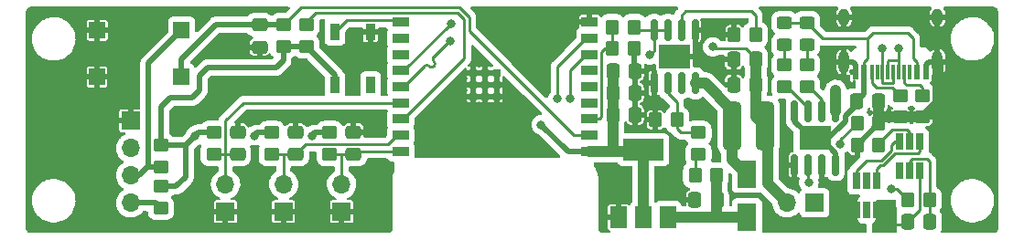
<source format=gbr>
%TF.GenerationSoftware,KiCad,Pcbnew,(6.0.8)*%
%TF.CreationDate,2023-04-29T21:49:54+02:00*%
%TF.ProjectId,Feniks,46656e69-6b73-42e6-9b69-6361645f7063,rev?*%
%TF.SameCoordinates,Original*%
%TF.FileFunction,Copper,L1,Top*%
%TF.FilePolarity,Positive*%
%FSLAX46Y46*%
G04 Gerber Fmt 4.6, Leading zero omitted, Abs format (unit mm)*
G04 Created by KiCad (PCBNEW (6.0.8)) date 2023-04-29 21:49:54*
%MOMM*%
%LPD*%
G01*
G04 APERTURE LIST*
G04 Aperture macros list*
%AMRoundRect*
0 Rectangle with rounded corners*
0 $1 Rounding radius*
0 $2 $3 $4 $5 $6 $7 $8 $9 X,Y pos of 4 corners*
0 Add a 4 corners polygon primitive as box body*
4,1,4,$2,$3,$4,$5,$6,$7,$8,$9,$2,$3,0*
0 Add four circle primitives for the rounded corners*
1,1,$1+$1,$2,$3*
1,1,$1+$1,$4,$5*
1,1,$1+$1,$6,$7*
1,1,$1+$1,$8,$9*
0 Add four rect primitives between the rounded corners*
20,1,$1+$1,$2,$3,$4,$5,0*
20,1,$1+$1,$4,$5,$6,$7,0*
20,1,$1+$1,$6,$7,$8,$9,0*
20,1,$1+$1,$8,$9,$2,$3,0*%
G04 Aperture macros list end*
%TA.AperFunction,SMDPad,CuDef*%
%ADD10RoundRect,0.250000X0.337500X0.475000X-0.337500X0.475000X-0.337500X-0.475000X0.337500X-0.475000X0*%
%TD*%
%TA.AperFunction,SMDPad,CuDef*%
%ADD11RoundRect,0.250000X-0.450000X0.350000X-0.450000X-0.350000X0.450000X-0.350000X0.450000X0.350000X0*%
%TD*%
%TA.AperFunction,SMDPad,CuDef*%
%ADD12RoundRect,0.250000X-0.475000X0.337500X-0.475000X-0.337500X0.475000X-0.337500X0.475000X0.337500X0*%
%TD*%
%TA.AperFunction,SMDPad,CuDef*%
%ADD13R,1.800000X2.500000*%
%TD*%
%TA.AperFunction,SMDPad,CuDef*%
%ADD14RoundRect,0.250000X0.450000X-0.350000X0.450000X0.350000X-0.450000X0.350000X-0.450000X-0.350000X0*%
%TD*%
%TA.AperFunction,SMDPad,CuDef*%
%ADD15R,0.650000X1.560000*%
%TD*%
%TA.AperFunction,SMDPad,CuDef*%
%ADD16RoundRect,0.150000X-0.150000X0.825000X-0.150000X-0.825000X0.150000X-0.825000X0.150000X0.825000X0*%
%TD*%
%TA.AperFunction,ComponentPad*%
%ADD17C,0.500000*%
%TD*%
%TA.AperFunction,SMDPad,CuDef*%
%ADD18R,3.000000X2.290000*%
%TD*%
%TA.AperFunction,SMDPad,CuDef*%
%ADD19RoundRect,0.250000X0.350000X0.450000X-0.350000X0.450000X-0.350000X-0.450000X0.350000X-0.450000X0*%
%TD*%
%TA.AperFunction,SMDPad,CuDef*%
%ADD20RoundRect,0.250000X0.450000X-0.325000X0.450000X0.325000X-0.450000X0.325000X-0.450000X-0.325000X0*%
%TD*%
%TA.AperFunction,ComponentPad*%
%ADD21R,1.700000X1.700000*%
%TD*%
%TA.AperFunction,ComponentPad*%
%ADD22O,1.700000X1.700000*%
%TD*%
%TA.AperFunction,SMDPad,CuDef*%
%ADD23RoundRect,0.250000X-0.337500X-0.475000X0.337500X-0.475000X0.337500X0.475000X-0.337500X0.475000X0*%
%TD*%
%TA.AperFunction,SMDPad,CuDef*%
%ADD24R,1.500000X0.900000*%
%TD*%
%TA.AperFunction,SMDPad,CuDef*%
%ADD25R,0.700000X0.700000*%
%TD*%
%TA.AperFunction,SMDPad,CuDef*%
%ADD26RoundRect,0.437500X-0.437500X1.812500X-0.437500X-1.812500X0.437500X-1.812500X0.437500X1.812500X0*%
%TD*%
%TA.AperFunction,SMDPad,CuDef*%
%ADD27RoundRect,0.250000X0.475000X-0.337500X0.475000X0.337500X-0.475000X0.337500X-0.475000X-0.337500X0*%
%TD*%
%TA.AperFunction,SMDPad,CuDef*%
%ADD28R,1.500000X1.500000*%
%TD*%
%TA.AperFunction,SMDPad,CuDef*%
%ADD29RoundRect,0.150000X0.150000X-0.825000X0.150000X0.825000X-0.150000X0.825000X-0.150000X-0.825000X0*%
%TD*%
%TA.AperFunction,SMDPad,CuDef*%
%ADD30RoundRect,0.250000X-0.350000X-0.450000X0.350000X-0.450000X0.350000X0.450000X-0.350000X0.450000X0*%
%TD*%
%TA.AperFunction,SMDPad,CuDef*%
%ADD31R,1.500000X2.000000*%
%TD*%
%TA.AperFunction,SMDPad,CuDef*%
%ADD32R,3.800000X2.000000*%
%TD*%
%TA.AperFunction,SMDPad,CuDef*%
%ADD33R,0.600000X1.450000*%
%TD*%
%TA.AperFunction,SMDPad,CuDef*%
%ADD34R,0.300000X1.450000*%
%TD*%
%TA.AperFunction,ComponentPad*%
%ADD35O,1.000000X2.100000*%
%TD*%
%TA.AperFunction,ComponentPad*%
%ADD36O,1.000000X1.600000*%
%TD*%
%TA.AperFunction,SMDPad,CuDef*%
%ADD37R,0.900000X1.500000*%
%TD*%
%TA.AperFunction,ViaPad*%
%ADD38C,0.800000*%
%TD*%
%TA.AperFunction,Conductor*%
%ADD39C,0.250000*%
%TD*%
%TA.AperFunction,Conductor*%
%ADD40C,0.500000*%
%TD*%
%TA.AperFunction,Conductor*%
%ADD41C,1.000000*%
%TD*%
G04 APERTURE END LIST*
D10*
%TO.P,C3,1*%
%TO.N,+VSW*%
X110420500Y-106375000D03*
%TO.P,C3,2*%
%TO.N,GND*%
X108345500Y-106375000D03*
%TD*%
D11*
%TO.P,R10,1*%
%TO.N,Net-(D2-Pad1)*%
X113038000Y-104575000D03*
%TO.P,R10,2*%
%TO.N,Net-(R10-Pad2)*%
X113038000Y-106575000D03*
%TD*%
D12*
%TO.P,C11,1*%
%TO.N,GND*%
X73198000Y-110772500D03*
%TO.P,C11,2*%
%TO.N,ADC_CH0*%
X73198000Y-112847500D03*
%TD*%
D13*
%TO.P,D3,1,K*%
%TO.N,+5V*%
X109583000Y-118675000D03*
%TO.P,D3,2,A*%
%TO.N,Net-(D3-Pad2)*%
X109583000Y-114675000D03*
%TD*%
D10*
%TO.P,C5,1*%
%TO.N,+VSW*%
X110425500Y-104050000D03*
%TO.P,C5,2*%
%TO.N,GND*%
X108350500Y-104050000D03*
%TD*%
D14*
%TO.P,R20,1*%
%TO.N,Net-(R19-Pad2)*%
X105098000Y-112840000D03*
%TO.P,R20,2*%
%TO.N,Net-(R20-Pad2)*%
X105098000Y-110840000D03*
%TD*%
D15*
%TO.P,U2,1,OD*%
%TO.N,Net-(U2-Pad1)*%
X125563000Y-111680000D03*
%TO.P,U2,2,CS*%
%TO.N,Net-(R18-Pad1)*%
X124613000Y-111680000D03*
%TO.P,U2,3,OC*%
%TO.N,Net-(U2-Pad3)*%
X123663000Y-111680000D03*
%TO.P,U2,4,TD*%
%TO.N,unconnected-(U2-Pad4)*%
X123663000Y-114380000D03*
%TO.P,U2,5,VCC*%
%TO.N,Net-(C4-Pad2)*%
X124613000Y-114380000D03*
%TO.P,U2,6,GND*%
%TO.N,Net-(BT1-Pad2)*%
X125563000Y-114380000D03*
%TD*%
D16*
%TO.P,U5,1,PGND*%
%TO.N,GND*%
X104788000Y-101300000D03*
%TO.P,U5,2,OC*%
%TO.N,Net-(R17-Pad1)*%
X103518000Y-101300000D03*
%TO.P,U5,3,VCC*%
%TO.N,+VSW*%
X102248000Y-101300000D03*
%TO.P,U5,4,EN*%
X100978000Y-101300000D03*
%TO.P,U5,5,GND*%
%TO.N,GND*%
X100978000Y-106250000D03*
%TO.P,U5,6,FB*%
%TO.N,Net-(R20-Pad2)*%
X102248000Y-106250000D03*
%TO.P,U5,7,NC*%
%TO.N,unconnected-(U5-Pad7)*%
X103518000Y-106250000D03*
%TO.P,U5,8,LX*%
%TO.N,Net-(D3-Pad2)*%
X104788000Y-106250000D03*
D17*
%TO.P,U5,9,EP*%
%TO.N,GND*%
X102883000Y-104425000D03*
X101883000Y-103125000D03*
D18*
X102883000Y-103775000D03*
D17*
X101883000Y-104425000D03*
X103883000Y-104425000D03*
X103883000Y-103125000D03*
X102883000Y-103125000D03*
%TD*%
D19*
%TO.P,R18,1*%
%TO.N,Net-(R18-Pad1)*%
X121775500Y-112014000D03*
%TO.P,R18,2*%
%TO.N,GND*%
X119775500Y-112014000D03*
%TD*%
D20*
%TO.P,D2,1,K*%
%TO.N,Net-(D2-Pad1)*%
X113038000Y-102675000D03*
%TO.P,D2,2,A*%
%TO.N,VBUS*%
X113038000Y-100625000D03*
%TD*%
D21*
%TO.P,J2,1,Pin_1*%
%TO.N,GND*%
X52578000Y-109738000D03*
D22*
%TO.P,J2,2,Pin_2*%
%TO.N,+3.3V*%
X52578000Y-112278000D03*
%TO.P,J2,3,Pin_3*%
%TO.N,OLED_SLC*%
X52578000Y-114818000D03*
%TO.P,J2,4,Pin_4*%
%TO.N,OLED_SDA*%
X52578000Y-117358000D03*
%TD*%
D23*
%TO.P,C7,1*%
%TO.N,+3.3V*%
X97170500Y-105100000D03*
%TO.P,C7,2*%
%TO.N,GND*%
X99245500Y-105100000D03*
%TD*%
%TO.P,C12,1*%
%TO.N,+3.3V*%
X97170500Y-109190000D03*
%TO.P,C12,2*%
%TO.N,GND*%
X99245500Y-109190000D03*
%TD*%
D14*
%TO.P,R1,1*%
%TO.N,ADC_CH0*%
X70988000Y-112847500D03*
%TO.P,R1,2*%
%TO.N,+3.3V*%
X70988000Y-110847500D03*
%TD*%
%TO.P,R4,1*%
%TO.N,OLED_SLC*%
X55372000Y-114030000D03*
%TO.P,R4,2*%
%TO.N,+3.3V*%
X55372000Y-112030000D03*
%TD*%
D19*
%TO.P,R21,1*%
%TO.N,Net-(R20-Pad2)*%
X103128000Y-109650000D03*
%TO.P,R21,2*%
%TO.N,GND*%
X101128000Y-109650000D03*
%TD*%
D23*
%TO.P,C4,1*%
%TO.N,Net-(BT1-Pad2)*%
X124456500Y-119126000D03*
%TO.P,C4,2*%
%TO.N,Net-(C4-Pad2)*%
X126531500Y-119126000D03*
%TD*%
D24*
%TO.P,U4,1,3V3*%
%TO.N,+3.3V*%
X95038000Y-112575000D03*
%TO.P,U4,2,EN/CHIP_PU*%
%TO.N,Net-(C1-Pad2)*%
X95038000Y-111075000D03*
%TO.P,U4,3,GPIO4/ADC1_CH4*%
%TO.N,ADC_CH4*%
X95038000Y-109575000D03*
%TO.P,U4,4,GPIO5/ADC2_CH0*%
%TO.N,unconnected-(U4-Pad4)*%
X95038000Y-108075000D03*
%TO.P,U4,5,GPIO6*%
%TO.N,unconnected-(U4-Pad5)*%
X95038000Y-106575000D03*
%TO.P,U4,6,GPIO7*%
%TO.N,unconnected-(U4-Pad6)*%
X95038000Y-105075000D03*
%TO.P,U4,7,GPIO8*%
%TO.N,OLED_SDA*%
X95038000Y-103575000D03*
%TO.P,U4,8,GPIO9*%
%TO.N,OLED_SLC*%
X95038000Y-102075000D03*
%TO.P,U4,9,GND*%
%TO.N,GND*%
X95038000Y-100575000D03*
%TO.P,U4,10,GPIO10*%
%TO.N,LED_DIN*%
X77538000Y-100575000D03*
%TO.P,U4,11,GPIO20/U0RXD*%
%TO.N,unconnected-(U4-Pad11)*%
X77538000Y-102075000D03*
%TO.P,U4,12,GPIO21/U0TXD*%
%TO.N,unconnected-(U4-Pad12)*%
X77538000Y-103575000D03*
%TO.P,U4,13,GPIO18/USB_D-*%
%TO.N,D-*%
X77538000Y-105075000D03*
%TO.P,U4,14,GPIO19/USB_D+*%
%TO.N,D+*%
X77538000Y-106575000D03*
%TO.P,U4,15,GPIO3/ADC1_CH3*%
%TO.N,ADC_CH3*%
X77538000Y-108075000D03*
%TO.P,U4,16,GPIO2/ADC1_CH2*%
%TO.N,Net-(R15-Pad2)*%
X77538000Y-109575000D03*
%TO.P,U4,17,GPIO1/ADC1_CH1/XTAL_32K_N*%
%TO.N,ADC_CH1*%
X77538000Y-111075000D03*
%TO.P,U4,18,GPIO0/ADC1_CH0/XTAL_32K_P*%
%TO.N,ADC_CH0*%
X77538000Y-112575000D03*
D25*
%TO.P,U4,19,GND*%
%TO.N,GND*%
X84228000Y-107475000D03*
X85378000Y-107475000D03*
X86428000Y-107475000D03*
X86428000Y-106375000D03*
X85378000Y-106375000D03*
X84228000Y-106375000D03*
X84228000Y-105275000D03*
X86428000Y-105275000D03*
X85378000Y-105275000D03*
%TD*%
D10*
%TO.P,C6,1*%
%TO.N,+5V*%
X106825500Y-117094000D03*
%TO.P,C6,2*%
%TO.N,GND*%
X104750500Y-117094000D03*
%TD*%
D26*
%TO.P,L1,1,1*%
%TO.N,+VSW*%
X111238000Y-110200000D03*
%TO.P,L1,2,2*%
%TO.N,Net-(D3-Pad2)*%
X108238000Y-110200000D03*
%TD*%
D11*
%TO.P,R5,1*%
%TO.N,Net-(J1-PadA5)*%
X125838000Y-107400000D03*
%TO.P,R5,2*%
%TO.N,GND*%
X125838000Y-109400000D03*
%TD*%
D21*
%TO.P,NTC3,1*%
%TO.N,GND*%
X61343000Y-118165000D03*
D22*
%TO.P,NTC3,2*%
%TO.N,ADC_CH3*%
X61343000Y-115625000D03*
%TD*%
D11*
%TO.P,R6,1*%
%TO.N,Net-(J1-PadB5)*%
X123763000Y-107400000D03*
%TO.P,R6,2*%
%TO.N,GND*%
X123763000Y-109400000D03*
%TD*%
D21*
%TO.P,NTC2,1*%
%TO.N,GND*%
X66713000Y-118165000D03*
D22*
%TO.P,NTC2,2*%
%TO.N,ADC_CH1*%
X66713000Y-115625000D03*
%TD*%
D27*
%TO.P,C1,1*%
%TO.N,GND*%
X64484000Y-102891500D03*
%TO.P,C1,2*%
%TO.N,Net-(C1-Pad2)*%
X64484000Y-100816500D03*
%TD*%
D28*
%TO.P,SW3,1,1*%
%TO.N,GND*%
X49440000Y-105664000D03*
%TO.P,SW3,2,2*%
%TO.N,Net-(C1-Pad2)*%
X57240000Y-105664000D03*
%TD*%
D29*
%TO.P,U1,1,TEMP*%
%TO.N,GND*%
X113983000Y-113825000D03*
%TO.P,U1,2,PROG*%
%TO.N,Net-(R12-Pad2)*%
X115253000Y-113825000D03*
%TO.P,U1,3,GND*%
%TO.N,GND*%
X116523000Y-113825000D03*
%TO.P,U1,4,VCC*%
%TO.N,VBUS*%
X117793000Y-113825000D03*
%TO.P,U1,5,BAT*%
%TO.N,+BATT*%
X117793000Y-108875000D03*
%TO.P,U1,6,~{STDBY}*%
%TO.N,Net-(R9-Pad2)*%
X116523000Y-108875000D03*
%TO.P,U1,7,~{CHRG}*%
%TO.N,Net-(R10-Pad2)*%
X115253000Y-108875000D03*
%TO.P,U1,8,CE*%
%TO.N,VBUS*%
X113983000Y-108875000D03*
D17*
%TO.P,U1,9,PP*%
X116888000Y-110700000D03*
X116888000Y-112000000D03*
X115888000Y-110700000D03*
X114888000Y-112000000D03*
X114888000Y-110700000D03*
X115888000Y-112000000D03*
D18*
X115888000Y-111350000D03*
%TD*%
D14*
%TO.P,R15,1*%
%TO.N,+3.3V*%
X68834000Y-102854000D03*
%TO.P,R15,2*%
%TO.N,Net-(R15-Pad2)*%
X68834000Y-100854000D03*
%TD*%
D15*
%TO.P,U3,1,S1*%
%TO.N,GND*%
X119718000Y-118000000D03*
%TO.P,U3,2,D1D2*%
%TO.N,unconnected-(U3-Pad2)*%
X120668000Y-118000000D03*
%TO.P,U3,3,S2*%
%TO.N,Net-(BT1-Pad2)*%
X121618000Y-118000000D03*
%TO.P,U3,4,G2*%
%TO.N,Net-(U2-Pad1)*%
X121618000Y-115300000D03*
%TO.P,U3,5,D1D2*%
%TO.N,unconnected-(U3-Pad5)*%
X120668000Y-115300000D03*
%TO.P,U3,6,G1*%
%TO.N,Net-(U2-Pad3)*%
X119718000Y-115300000D03*
%TD*%
D30*
%TO.P,R8,1*%
%TO.N,ADC_CH4*%
X97138000Y-101030000D03*
%TO.P,R8,2*%
%TO.N,+VSW*%
X99138000Y-101030000D03*
%TD*%
D14*
%TO.P,R14,1*%
%TO.N,OLED_SDA*%
X55372000Y-117840000D03*
%TO.P,R14,2*%
%TO.N,+3.3V*%
X55372000Y-115840000D03*
%TD*%
D31*
%TO.P,U6,1,GND*%
%TO.N,GND*%
X97688000Y-118700000D03*
%TO.P,U6,2,VO*%
%TO.N,+3.3V*%
X99988000Y-118700000D03*
D32*
X99988000Y-112400000D03*
D31*
%TO.P,U6,3,VI*%
%TO.N,+5V*%
X102288000Y-118700000D03*
%TD*%
D23*
%TO.P,C2,1*%
%TO.N,VBUS*%
X119700500Y-107950000D03*
%TO.P,C2,2*%
%TO.N,GND*%
X121775500Y-107950000D03*
%TD*%
D21*
%TO.P,SW1,1,A*%
%TO.N,+BATT*%
X115847000Y-117348000D03*
D22*
%TO.P,SW1,2,B*%
%TO.N,+VSW*%
X113307000Y-117348000D03*
%TD*%
D33*
%TO.P,J1,A1,GND*%
%TO.N,GND*%
X126138000Y-105195000D03*
%TO.P,J1,A4,VBUS*%
%TO.N,VBUS*%
X125338000Y-105195000D03*
D34*
%TO.P,J1,A5,CC1*%
%TO.N,Net-(J1-PadA5)*%
X124138000Y-105195000D03*
%TO.P,J1,A6,D+*%
%TO.N,D+*%
X123138000Y-105195000D03*
%TO.P,J1,A7,D-*%
%TO.N,D-*%
X122638000Y-105195000D03*
%TO.P,J1,A8,SBU1*%
%TO.N,unconnected-(J1-PadA8)*%
X121638000Y-105195000D03*
D33*
%TO.P,J1,A9,VBUS*%
%TO.N,VBUS*%
X120438000Y-105195000D03*
%TO.P,J1,A12,GND*%
%TO.N,GND*%
X119638000Y-105195000D03*
%TO.P,J1,B1,GND*%
X119638000Y-105195000D03*
%TO.P,J1,B4,VBUS*%
%TO.N,VBUS*%
X120438000Y-105195000D03*
D34*
%TO.P,J1,B5,CC2*%
%TO.N,Net-(J1-PadB5)*%
X121138000Y-105195000D03*
%TO.P,J1,B6,D+*%
%TO.N,D+*%
X122138000Y-105195000D03*
%TO.P,J1,B7,D-*%
%TO.N,D-*%
X123638000Y-105195000D03*
%TO.P,J1,B8,SBU2*%
%TO.N,unconnected-(J1-PadB8)*%
X124638000Y-105195000D03*
D33*
%TO.P,J1,B9,VBUS*%
%TO.N,VBUS*%
X125338000Y-105195000D03*
%TO.P,J1,B12,GND*%
%TO.N,GND*%
X126138000Y-105195000D03*
D35*
%TO.P,J1,S1,SHIELD*%
X127208000Y-104280000D03*
D36*
X118568000Y-100100000D03*
X127208000Y-100100000D03*
D35*
X118568000Y-104280000D03*
%TD*%
D11*
%TO.P,R16,1*%
%TO.N,Net-(C1-Pad2)*%
X66684000Y-100854000D03*
%TO.P,R16,2*%
%TO.N,+3.3V*%
X66684000Y-102854000D03*
%TD*%
D28*
%TO.P,SW2,1,1*%
%TO.N,GND*%
X49475000Y-101346000D03*
%TO.P,SW2,2,2*%
%TO.N,OLED_SLC*%
X57275000Y-101346000D03*
%TD*%
D23*
%TO.P,C8,1*%
%TO.N,+3.3V*%
X97170500Y-107150000D03*
%TO.P,C8,2*%
%TO.N,GND*%
X99245500Y-107150000D03*
%TD*%
D12*
%TO.P,C10,1*%
%TO.N,GND*%
X67828000Y-110772500D03*
%TO.P,C10,2*%
%TO.N,ADC_CH1*%
X67828000Y-112847500D03*
%TD*%
D11*
%TO.P,R9,1*%
%TO.N,Net-(D1-Pad1)*%
X115138000Y-104550000D03*
%TO.P,R9,2*%
%TO.N,Net-(R9-Pad2)*%
X115138000Y-106550000D03*
%TD*%
D14*
%TO.P,R3,1*%
%TO.N,ADC_CH3*%
X60248000Y-112810000D03*
%TO.P,R3,2*%
%TO.N,+3.3V*%
X60248000Y-110810000D03*
%TD*%
D12*
%TO.P,C9,1*%
%TO.N,GND*%
X62458000Y-110772500D03*
%TO.P,C9,2*%
%TO.N,ADC_CH3*%
X62458000Y-112847500D03*
%TD*%
D21*
%TO.P,NTC1,1*%
%TO.N,GND*%
X72083000Y-118165000D03*
D22*
%TO.P,NTC1,2*%
%TO.N,ADC_CH0*%
X72083000Y-115625000D03*
%TD*%
D37*
%TO.P,D4,1,VDD*%
%TO.N,+3.3V*%
X71463000Y-106400000D03*
%TO.P,D4,2,DOUT*%
%TO.N,unconnected-(D4-Pad2)*%
X74763000Y-106400000D03*
%TO.P,D4,3,VSS*%
%TO.N,GND*%
X74763000Y-101500000D03*
%TO.P,D4,4,DIN*%
%TO.N,LED_DIN*%
X71463000Y-101500000D03*
%TD*%
D19*
%TO.P,R17,1*%
%TO.N,Net-(R17-Pad1)*%
X110388000Y-101750000D03*
%TO.P,R17,2*%
%TO.N,GND*%
X108388000Y-101750000D03*
%TD*%
%TO.P,R7,1*%
%TO.N,GND*%
X99138000Y-103050000D03*
%TO.P,R7,2*%
%TO.N,ADC_CH4*%
X97138000Y-103050000D03*
%TD*%
%TO.P,R12,1*%
%TO.N,GND*%
X121775500Y-109982000D03*
%TO.P,R12,2*%
%TO.N,Net-(R12-Pad2)*%
X119775500Y-109982000D03*
%TD*%
D14*
%TO.P,R2,1*%
%TO.N,ADC_CH1*%
X65618000Y-112847500D03*
%TO.P,R2,2*%
%TO.N,+3.3V*%
X65618000Y-110847500D03*
%TD*%
D20*
%TO.P,D1,1,K*%
%TO.N,Net-(D1-Pad1)*%
X115138000Y-102675000D03*
%TO.P,D1,2,A*%
%TO.N,VBUS*%
X115138000Y-100625000D03*
%TD*%
D19*
%TO.P,R19,1*%
%TO.N,+5V*%
X106783000Y-114775000D03*
%TO.P,R19,2*%
%TO.N,Net-(R19-Pad2)*%
X104783000Y-114775000D03*
%TD*%
%TO.P,R13,1*%
%TO.N,Net-(C4-Pad2)*%
X126494000Y-117094000D03*
%TO.P,R13,2*%
%TO.N,+BATT*%
X124494000Y-117094000D03*
%TD*%
D38*
%TO.N,GND*%
X58547000Y-108839000D03*
X97536000Y-116332000D03*
X105156000Y-108458000D03*
X100584000Y-108204000D03*
X45200000Y-114300000D03*
X90424000Y-102489000D03*
X113157000Y-112395000D03*
X118237000Y-117094000D03*
X69342000Y-109093000D03*
X118237000Y-115951000D03*
X73279000Y-104013000D03*
X106426000Y-104648000D03*
X84709000Y-104140000D03*
X97536000Y-114808000D03*
X101600000Y-108204000D03*
X106426000Y-101092000D03*
X113157000Y-111379000D03*
X62992000Y-102870000D03*
X90424000Y-101473000D03*
X127800000Y-114700000D03*
%TO.N,+3.3V*%
X90551000Y-110109000D03*
X64008000Y-111125000D03*
X69342000Y-111125000D03*
X58547000Y-111125000D03*
%TO.N,+BATT*%
X122936000Y-116078000D03*
X117793000Y-106934000D03*
%TO.N,Net-(BT1-Pad2)*%
X122682000Y-119380000D03*
X122682000Y-118110000D03*
%TO.N,+VSW*%
X106426000Y-102870000D03*
X100584000Y-103632000D03*
%TO.N,D+*%
X122138000Y-102997000D03*
X82169000Y-102362000D03*
%TO.N,D-*%
X123638000Y-102997000D03*
X82219130Y-100711000D03*
%TO.N,OLED_SDA*%
X93218000Y-107696000D03*
%TO.N,OLED_SLC*%
X92075000Y-107696000D03*
%TO.N,Net-(R12-Pad2)*%
X115316000Y-115443000D03*
X118237000Y-111887000D03*
%TD*%
D39*
%TO.N,ADC_CH0*%
X73198000Y-112847500D02*
X73470500Y-112575000D01*
X72080500Y-112847500D02*
X73198000Y-112847500D01*
X72083000Y-112850000D02*
X72083000Y-115625000D01*
X72080500Y-112847500D02*
X72083000Y-112850000D01*
X70988000Y-112847500D02*
X72080500Y-112847500D01*
X73470500Y-112575000D02*
X77538000Y-112575000D01*
%TO.N,ADC_CH1*%
X77238000Y-111075000D02*
X77538000Y-111075000D01*
X66730500Y-112847500D02*
X66713000Y-112865000D01*
X66713000Y-112865000D02*
X66713000Y-115625000D01*
X67828000Y-112847500D02*
X68753000Y-111922500D01*
X76390500Y-111922500D02*
X77238000Y-111075000D01*
X65618000Y-112847500D02*
X66730500Y-112847500D01*
X66730500Y-112847500D02*
X67828000Y-112847500D01*
X68753000Y-111922500D02*
X76390500Y-111922500D01*
X77538000Y-111075000D02*
X76912000Y-111075000D01*
%TO.N,ADC_CH3*%
X61343000Y-112842000D02*
X61375000Y-112810000D01*
X62998000Y-108075000D02*
X77538000Y-108075000D01*
X61343000Y-112842000D02*
X61343000Y-109730000D01*
X61343000Y-115625000D02*
X61343000Y-112842000D01*
X60248000Y-112810000D02*
X61375000Y-112810000D01*
X61375000Y-112810000D02*
X62420500Y-112810000D01*
X62420500Y-112810000D02*
X62458000Y-112847500D01*
X61343000Y-109730000D02*
X62998000Y-108075000D01*
%TO.N,ADC_CH4*%
X96446000Y-103050000D02*
X97138000Y-103050000D01*
X95911000Y-109575000D02*
X96113000Y-109373000D01*
X97138000Y-101030000D02*
X97138000Y-103050000D01*
X96113000Y-109373000D02*
X96113000Y-103383000D01*
X95038000Y-109575000D02*
X95911000Y-109575000D01*
X96113000Y-103383000D02*
X96446000Y-103050000D01*
D40*
%TO.N,GND*%
X99138000Y-103050000D02*
X99138000Y-104992500D01*
X119638000Y-105195000D02*
X119638000Y-104556728D01*
D41*
X121775500Y-109202500D02*
X121775500Y-109982000D01*
D40*
X126138000Y-105195000D02*
X126138000Y-104556728D01*
X126138000Y-104556728D02*
X126414728Y-104280000D01*
X119775500Y-111982000D02*
X121775500Y-109982000D01*
X119775500Y-112014000D02*
X119775500Y-111982000D01*
X119638000Y-104556728D02*
X119361272Y-104280000D01*
D41*
X121973000Y-109400000D02*
X121775500Y-109202500D01*
D40*
X126414728Y-104280000D02*
X127208000Y-104280000D01*
D41*
X125838000Y-109400000D02*
X123763000Y-109400000D01*
D40*
X99138000Y-104992500D02*
X99245500Y-105100000D01*
D41*
X121775500Y-107950000D02*
X121775500Y-109202500D01*
D40*
X99245500Y-107150000D02*
X99245500Y-109190000D01*
D41*
X127254000Y-108127503D02*
X127254000Y-104326000D01*
X125981503Y-109400000D02*
X127254000Y-108127503D01*
X123763000Y-109400000D02*
X121973000Y-109400000D01*
D40*
X99245500Y-105100000D02*
X99245500Y-107150000D01*
X119361272Y-104280000D02*
X118568000Y-104280000D01*
D41*
X127254000Y-104326000D02*
X127208000Y-104280000D01*
X125838000Y-109400000D02*
X125981503Y-109400000D01*
%TO.N,+3.3V*%
X95038000Y-112575000D02*
X97229000Y-112575000D01*
X99988000Y-112400000D02*
X99988000Y-118700000D01*
D40*
X56753000Y-115840000D02*
X57642000Y-114951000D01*
X90551000Y-110109000D02*
X93017000Y-112575000D01*
X55372000Y-112030000D02*
X57642000Y-112030000D01*
X57642000Y-112030000D02*
X58547000Y-111125000D01*
X66684000Y-104131000D02*
X66040000Y-104775000D01*
X58928000Y-106934000D02*
X58293000Y-107569000D01*
X66040000Y-104775000D02*
X59690000Y-104775000D01*
X93017000Y-112575000D02*
X95038000Y-112575000D01*
D41*
X97170500Y-109190000D02*
X97170500Y-112516500D01*
D40*
X60248000Y-110810000D02*
X58862000Y-110810000D01*
X58862000Y-110810000D02*
X58547000Y-111125000D01*
X64285500Y-110847500D02*
X64008000Y-111125000D01*
X55372000Y-115840000D02*
X56753000Y-115840000D01*
X58928000Y-105537000D02*
X58928000Y-106934000D01*
X55372000Y-108458000D02*
X55372000Y-112030000D01*
D41*
X97229000Y-112575000D02*
X99813000Y-112575000D01*
X97170500Y-112516500D02*
X97229000Y-112575000D01*
X97170500Y-105100000D02*
X97170500Y-109190000D01*
D40*
X71463000Y-106400000D02*
X71463000Y-105483000D01*
X59690000Y-104775000D02*
X58928000Y-105537000D01*
X66684000Y-102854000D02*
X66684000Y-104131000D01*
X71463000Y-105483000D02*
X68834000Y-102854000D01*
X57642000Y-114951000D02*
X57642000Y-112030000D01*
X56261000Y-107569000D02*
X55372000Y-108458000D01*
X69619500Y-110847500D02*
X69342000Y-111125000D01*
D41*
X99813000Y-112575000D02*
X99988000Y-112400000D01*
D40*
X66684000Y-102854000D02*
X68834000Y-102854000D01*
X65618000Y-110847500D02*
X64285500Y-110847500D01*
X70988000Y-110847500D02*
X69619500Y-110847500D01*
X58293000Y-107569000D02*
X56261000Y-107569000D01*
D41*
%TO.N,+BATT*%
X117793000Y-108875000D02*
X117793000Y-106934000D01*
D39*
X123478000Y-116078000D02*
X124494000Y-117094000D01*
X122936000Y-116078000D02*
X123478000Y-116078000D01*
%TO.N,Net-(C1-Pad2)*%
X82990396Y-99245000D02*
X68293000Y-99245000D01*
D40*
X57240000Y-104050000D02*
X57240000Y-105664000D01*
D39*
X83889000Y-100143604D02*
X82990396Y-99245000D01*
D40*
X64484000Y-100816500D02*
X66646500Y-100816500D01*
X64484000Y-100816500D02*
X60473500Y-100816500D01*
D39*
X95038000Y-111075000D02*
X93549000Y-111075000D01*
D40*
X60473500Y-100816500D02*
X57240000Y-104050000D01*
X66646500Y-100816500D02*
X66684000Y-100854000D01*
D39*
X83889000Y-101415000D02*
X83889000Y-100143604D01*
X68293000Y-99245000D02*
X66684000Y-100854000D01*
X93549000Y-111075000D02*
X83889000Y-101415000D01*
D40*
%TO.N,VBUS*%
X119700500Y-108267051D02*
X118725500Y-109242051D01*
D39*
X125338000Y-104299951D02*
X124968000Y-103929951D01*
D40*
X117793000Y-112713000D02*
X117793000Y-113825000D01*
X115888000Y-111350000D02*
X116430000Y-111350000D01*
D39*
X120777000Y-103960951D02*
X120438000Y-104299951D01*
D40*
X120438000Y-105195000D02*
X120438000Y-107212500D01*
D39*
X120777000Y-102108000D02*
X120777000Y-103960951D01*
X124460000Y-101600000D02*
X121285000Y-101600000D01*
X120438000Y-104299951D02*
X120438000Y-105195000D01*
D40*
X116430000Y-111350000D02*
X117793000Y-112713000D01*
D39*
X121285000Y-101600000D02*
X120777000Y-102108000D01*
X113038000Y-100625000D02*
X115138000Y-100625000D01*
D40*
X118173000Y-110300000D02*
X118191528Y-110300000D01*
D39*
X124968000Y-103929951D02*
X124968000Y-102108000D01*
D40*
X119700500Y-107950000D02*
X119700500Y-108267051D01*
D39*
X125338000Y-105195000D02*
X125338000Y-104299951D01*
D40*
X115541000Y-111350000D02*
X115888000Y-111350000D01*
X120438000Y-107212500D02*
X119700500Y-107950000D01*
X115888000Y-111350000D02*
X117123000Y-111350000D01*
D39*
X115138000Y-100625000D02*
X116621000Y-102108000D01*
D40*
X113983000Y-108875000D02*
X113983000Y-109792000D01*
X117123000Y-111350000D02*
X118173000Y-110300000D01*
X118725500Y-109242051D02*
X118725500Y-109766028D01*
D39*
X116621000Y-102108000D02*
X120777000Y-102108000D01*
D40*
X113983000Y-109792000D02*
X115541000Y-111350000D01*
X118191528Y-110300000D02*
X118725500Y-109766028D01*
D39*
X124968000Y-102108000D02*
X124460000Y-101600000D01*
%TO.N,Net-(BT1-Pad2)*%
X122682000Y-119380000D02*
X124202500Y-119380000D01*
X125563000Y-118019500D02*
X124456500Y-119126000D01*
X124202500Y-119380000D02*
X124456500Y-119126000D01*
X125563000Y-114380000D02*
X125563000Y-118019500D01*
D41*
%TO.N,+5V*%
X109558000Y-118700000D02*
X109583000Y-118675000D01*
X107016000Y-118700000D02*
X109558000Y-118700000D01*
X106783000Y-118467000D02*
X107016000Y-118700000D01*
X102288000Y-118700000D02*
X107016000Y-118700000D01*
X106783000Y-114775000D02*
X106783000Y-118467000D01*
D39*
%TO.N,Net-(D1-Pad1)*%
X115138000Y-102675000D02*
X115138000Y-104550000D01*
%TO.N,Net-(D2-Pad1)*%
X113038000Y-102675000D02*
X113038000Y-104575000D01*
D41*
%TO.N,Net-(D3-Pad2)*%
X108238000Y-113330000D02*
X109583000Y-114675000D01*
X108238000Y-110200000D02*
X108238000Y-108746000D01*
X108238000Y-110200000D02*
X108238000Y-113330000D01*
X105742000Y-106250000D02*
X104788000Y-106250000D01*
X108238000Y-108746000D02*
X105742000Y-106250000D01*
D39*
%TO.N,Net-(J1-PadA5)*%
X125838000Y-107400000D02*
X125838000Y-106661000D01*
X124344000Y-106426000D02*
X124138000Y-106220000D01*
X125838000Y-106661000D02*
X125603000Y-106426000D01*
X125603000Y-106426000D02*
X124344000Y-106426000D01*
X124138000Y-106220000D02*
X124138000Y-105195000D01*
%TO.N,Net-(R9-Pad2)*%
X115313000Y-106550000D02*
X115138000Y-106550000D01*
X116523000Y-107760000D02*
X115313000Y-106550000D01*
X116523000Y-108875000D02*
X116523000Y-107760000D01*
%TO.N,Net-(R10-Pad2)*%
X115253000Y-108875000D02*
X115253000Y-108498249D01*
X113306000Y-106575000D02*
X113038000Y-106575000D01*
X114329751Y-107575000D02*
X114306000Y-107575000D01*
X114306000Y-107575000D02*
X113306000Y-106575000D01*
X115253000Y-108498249D02*
X114329751Y-107575000D01*
%TO.N,+VSW*%
X106556000Y-103000000D02*
X109487750Y-103000000D01*
D41*
X111506000Y-110468000D02*
X111506000Y-115547000D01*
D39*
X100978000Y-103238000D02*
X100584000Y-103632000D01*
X106426000Y-102870000D02*
X106556000Y-103000000D01*
X100978000Y-101300000D02*
X99408000Y-101300000D01*
D41*
X110425500Y-109387500D02*
X111238000Y-110200000D01*
D39*
X110425500Y-103937750D02*
X110425500Y-104050000D01*
X99408000Y-101300000D02*
X99138000Y-101030000D01*
D41*
X111506000Y-115547000D02*
X113307000Y-117348000D01*
D39*
X100978000Y-101300000D02*
X100978000Y-103238000D01*
D41*
X110420500Y-106375000D02*
X110420500Y-104055000D01*
X110425500Y-109387500D02*
X110425500Y-106380000D01*
X110425500Y-106380000D02*
X110420500Y-106375000D01*
X111238000Y-110200000D02*
X111506000Y-110468000D01*
X110420500Y-104055000D02*
X110425500Y-104050000D01*
D39*
X102248000Y-101300000D02*
X100978000Y-101300000D01*
X109487750Y-103000000D02*
X110425500Y-103937750D01*
%TO.N,D+*%
X80609028Y-103803971D02*
X82051000Y-102362000D01*
X80609027Y-103803970D02*
X80609028Y-103803971D01*
X80644383Y-104263590D02*
X80609027Y-104228234D01*
X80644383Y-104263589D02*
X80644383Y-104263590D01*
X123113000Y-106245000D02*
X123138000Y-106220000D01*
X122138000Y-106220000D02*
X122163000Y-106245000D01*
X123138000Y-106220000D02*
X123138000Y-105195000D01*
X122163000Y-106245000D02*
X123113000Y-106245000D01*
X80184764Y-104652500D02*
X80220119Y-104687855D01*
X122138000Y-105195000D02*
X122138000Y-106220000D01*
X77538000Y-106575000D02*
X77838000Y-106575000D01*
X77838000Y-106575000D02*
X79760500Y-104652500D01*
X82051000Y-102362000D02*
X82169000Y-102362000D01*
X122138000Y-102997000D02*
X122138000Y-105195000D01*
X80609025Y-103803968D02*
G75*
G03*
X80609027Y-104228234I212175J-212132D01*
G01*
X80644382Y-104687854D02*
G75*
G02*
X80220120Y-104687854I-212131J212131D01*
G01*
X80644405Y-104263567D02*
G75*
G02*
X80644383Y-104687855I-212205J-212133D01*
G01*
X80184763Y-104652501D02*
G75*
G03*
X79760501Y-104652501I-212131J-212131D01*
G01*
%TO.N,Net-(R15-Pad2)*%
X68834000Y-100584000D02*
X68834000Y-100854000D01*
X77538000Y-109575000D02*
X77838000Y-109575000D01*
X83439000Y-103974000D02*
X83439000Y-100330000D01*
X82804000Y-99695000D02*
X69723000Y-99695000D01*
X77838000Y-109575000D02*
X83439000Y-103974000D01*
X69723000Y-99695000D02*
X68834000Y-100584000D01*
X83439000Y-100330000D02*
X82804000Y-99695000D01*
%TO.N,Net-(C4-Pad2)*%
X126213000Y-113275000D02*
X126494000Y-113556000D01*
X124613000Y-113512000D02*
X124850000Y-113275000D01*
X126494000Y-113556000D02*
X126494000Y-117094000D01*
X126531500Y-119126000D02*
X126531500Y-117131500D01*
X124613000Y-114380000D02*
X124613000Y-113512000D01*
X126531500Y-117131500D02*
X126494000Y-117094000D01*
X124850000Y-113275000D02*
X126213000Y-113275000D01*
%TO.N,Net-(R18-Pad1)*%
X123013000Y-110575000D02*
X124418000Y-110575000D01*
X124418000Y-110575000D02*
X124613000Y-110770000D01*
X121775500Y-111812500D02*
X123013000Y-110575000D01*
X121775500Y-112014000D02*
X121775500Y-111812500D01*
X124613000Y-110770000D02*
X124613000Y-111680000D01*
%TO.N,D-*%
X122638000Y-104170000D02*
X122663000Y-104145000D01*
X82219130Y-100711000D02*
X82202000Y-100711000D01*
X122663000Y-104145000D02*
X123613000Y-104145000D01*
X123638000Y-104170000D02*
X123638000Y-105195000D01*
X123613000Y-104145000D02*
X123638000Y-104170000D01*
X122638000Y-105195000D02*
X122638000Y-104170000D01*
X123638000Y-102997000D02*
X123638000Y-105195000D01*
X77838000Y-105075000D02*
X77538000Y-105075000D01*
X82202000Y-100711000D02*
X77838000Y-105075000D01*
%TO.N,Net-(R17-Pad1)*%
X110388000Y-99974000D02*
X110388000Y-101750000D01*
X103518000Y-99936000D02*
X103886000Y-99568000D01*
X103518000Y-101300000D02*
X103518000Y-99936000D01*
X109982000Y-99568000D02*
X110388000Y-99974000D01*
X103886000Y-99568000D02*
X109982000Y-99568000D01*
%TO.N,Net-(R19-Pad2)*%
X104783000Y-114775000D02*
X104783000Y-113155000D01*
X104783000Y-113155000D02*
X105098000Y-112840000D01*
%TO.N,Net-(R20-Pad2)*%
X103128000Y-109650000D02*
X103128000Y-110494000D01*
X103128000Y-108040000D02*
X103128000Y-109650000D01*
X102248000Y-106250000D02*
X102248000Y-107160000D01*
X103474000Y-110840000D02*
X105098000Y-110840000D01*
X103128000Y-110494000D02*
X103474000Y-110840000D01*
X102248000Y-107160000D02*
X103128000Y-108040000D01*
%TO.N,Net-(J1-PadB5)*%
X121138000Y-106220000D02*
X121613000Y-106695000D01*
X121138000Y-105195000D02*
X121138000Y-106220000D01*
X123058000Y-106695000D02*
X121613000Y-106695000D01*
X123763000Y-107400000D02*
X123058000Y-106695000D01*
D40*
%TO.N,OLED_SDA*%
X52578000Y-117358000D02*
X54890000Y-117358000D01*
D39*
X94688000Y-103575000D02*
X95038000Y-103575000D01*
X93218000Y-105045000D02*
X94688000Y-103575000D01*
X93218000Y-107696000D02*
X93218000Y-105045000D01*
D40*
X54890000Y-117358000D02*
X55372000Y-117840000D01*
D39*
%TO.N,OLED_SLC*%
X94688000Y-102075000D02*
X95038000Y-102075000D01*
D40*
X57275000Y-101346000D02*
X54222000Y-104399000D01*
D39*
X92075000Y-107696000D02*
X92075000Y-104688000D01*
D40*
X53330000Y-114818000D02*
X54118000Y-114030000D01*
X54222000Y-104399000D02*
X54222000Y-114030000D01*
D39*
X92075000Y-104688000D02*
X94688000Y-102075000D01*
D40*
X52578000Y-114818000D02*
X53330000Y-114818000D01*
X54118000Y-114030000D02*
X55372000Y-114030000D01*
X54222000Y-114030000D02*
X55372000Y-114030000D01*
D39*
%TO.N,Net-(U2-Pad1)*%
X125380000Y-112785000D02*
X125563000Y-112602000D01*
X121618000Y-115300000D02*
X121618000Y-114163000D01*
X121920000Y-113861000D02*
X122218297Y-113861000D01*
X125563000Y-112602000D02*
X125563000Y-111680000D01*
X122218297Y-113861000D02*
X123294297Y-112785000D01*
X123294297Y-112785000D02*
X125380000Y-112785000D01*
X121618000Y-114163000D02*
X121920000Y-113861000D01*
%TO.N,Net-(U2-Pad3)*%
X122936000Y-112014000D02*
X123270000Y-111680000D01*
X122936000Y-112506901D02*
X122936000Y-112014000D01*
X122031901Y-113411000D02*
X122936000Y-112506901D01*
X120650000Y-113411000D02*
X122031901Y-113411000D01*
X119718000Y-114343000D02*
X120650000Y-113411000D01*
X123270000Y-111680000D02*
X123663000Y-111680000D01*
X119718000Y-115300000D02*
X119718000Y-114343000D01*
%TO.N,LED_DIN*%
X77388000Y-100425000D02*
X77538000Y-100575000D01*
X72538000Y-100425000D02*
X77388000Y-100425000D01*
X71463000Y-101500000D02*
X72538000Y-100425000D01*
%TO.N,Net-(R12-Pad2)*%
X115253000Y-115380000D02*
X115316000Y-115443000D01*
X118237000Y-111520500D02*
X119775500Y-109982000D01*
X118237000Y-111887000D02*
X118237000Y-111520500D01*
X115253000Y-113825000D02*
X115253000Y-115380000D01*
%TD*%
%TA.AperFunction,Conductor*%
%TO.N,Net-(BT1-Pad2)*%
G36*
X123327621Y-117114002D02*
G01*
X123374114Y-117167658D01*
X123385500Y-117220000D01*
X123385500Y-117594400D01*
X123396474Y-117700166D01*
X123398655Y-117706702D01*
X123398655Y-117706704D01*
X123452450Y-117867946D01*
X123451717Y-117868191D01*
X123462000Y-117914384D01*
X123462000Y-120015500D01*
X123441998Y-120083621D01*
X123388342Y-120130114D01*
X123336000Y-120141500D01*
X121302000Y-120141500D01*
X121233879Y-120121498D01*
X121187386Y-120067842D01*
X121176000Y-120015500D01*
X121176000Y-119338706D01*
X121196002Y-119270585D01*
X121238335Y-119231129D01*
X121239705Y-119230615D01*
X121356261Y-119143261D01*
X121443615Y-119026705D01*
X121494745Y-118890316D01*
X121501500Y-118828134D01*
X121501500Y-117220000D01*
X121521502Y-117151879D01*
X121575158Y-117105386D01*
X121627500Y-117094000D01*
X123259500Y-117094000D01*
X123327621Y-117114002D01*
G37*
%TD.AperFunction*%
%TD*%
%TA.AperFunction,Conductor*%
%TO.N,GND*%
G36*
X119029739Y-116443261D02*
G01*
X119146295Y-116530615D01*
X119282684Y-116581745D01*
X119344866Y-116588500D01*
X119959431Y-116588500D01*
X120027552Y-116608502D01*
X120074045Y-116662158D01*
X120084149Y-116732432D01*
X120054655Y-116797012D01*
X120034996Y-116815326D01*
X119979739Y-116856739D01*
X119892385Y-116973295D01*
X119841255Y-117109684D01*
X119834500Y-117171866D01*
X119834500Y-118828134D01*
X119841255Y-118890316D01*
X119892385Y-119026705D01*
X119979739Y-119143261D01*
X120096295Y-119230615D01*
X120104703Y-119233767D01*
X120160000Y-119254497D01*
X120160000Y-120141500D01*
X117366000Y-120141500D01*
X117366000Y-116332000D01*
X118946353Y-116332000D01*
X119029739Y-116443261D01*
G37*
%TD.AperFunction*%
%TD*%
%TA.AperFunction,Conductor*%
%TO.N,GND*%
G36*
X120232684Y-119281745D02*
G01*
X120294866Y-119288500D01*
X120536500Y-119288500D01*
X120604621Y-119308502D01*
X120651114Y-119362158D01*
X120662500Y-119414500D01*
X120662500Y-120015500D01*
X120642498Y-120083621D01*
X120588842Y-120130114D01*
X120536500Y-120141500D01*
X120160000Y-120141500D01*
X120160000Y-119254497D01*
X120232684Y-119281745D01*
G37*
%TD.AperFunction*%
%TA.AperFunction,Conductor*%
G36*
X119971621Y-111780002D02*
G01*
X120018114Y-111833658D01*
X120029500Y-111886000D01*
X120029500Y-112903884D01*
X120033975Y-112919123D01*
X120045277Y-112928917D01*
X120083660Y-112988643D01*
X120083660Y-113059640D01*
X120051859Y-113113236D01*
X119325747Y-113839348D01*
X119317461Y-113846888D01*
X119310982Y-113851000D01*
X119305557Y-113856777D01*
X119264357Y-113900651D01*
X119261602Y-113903493D01*
X119241865Y-113923230D01*
X119239385Y-113926427D01*
X119231682Y-113935447D01*
X119201414Y-113967679D01*
X119197595Y-113974625D01*
X119197593Y-113974628D01*
X119191652Y-113985434D01*
X119180801Y-114001953D01*
X119168386Y-114017959D01*
X119163324Y-114029658D01*
X119159345Y-114038852D01*
X119119275Y-114089635D01*
X119029739Y-114156739D01*
X118942385Y-114273295D01*
X118891255Y-114409684D01*
X118884500Y-114471866D01*
X118884500Y-116128134D01*
X118891255Y-116190316D01*
X118942385Y-116326705D01*
X118946353Y-116332000D01*
X117366000Y-116332000D01*
X117366000Y-120141500D01*
X111113639Y-120141500D01*
X111045518Y-120121498D01*
X110999025Y-120067842D01*
X110988376Y-120001893D01*
X110991131Y-119976533D01*
X110991131Y-119976529D01*
X110991500Y-119973134D01*
X110991500Y-117376866D01*
X110984745Y-117314684D01*
X110933615Y-117178295D01*
X110846261Y-117061739D01*
X110729705Y-116974385D01*
X110593316Y-116923255D01*
X110531134Y-116916500D01*
X108634866Y-116916500D01*
X108572684Y-116923255D01*
X108436295Y-116974385D01*
X108319739Y-117061739D01*
X108232385Y-117178295D01*
X108181255Y-117314684D01*
X108174500Y-117376866D01*
X108174500Y-117565500D01*
X108154498Y-117633621D01*
X108100842Y-117680114D01*
X108048500Y-117691500D01*
X108047500Y-117691500D01*
X107979379Y-117671498D01*
X107932886Y-117617842D01*
X107921500Y-117565500D01*
X107921500Y-116568600D01*
X107921163Y-116565350D01*
X107911238Y-116469692D01*
X107911237Y-116469688D01*
X107910526Y-116462834D01*
X107906697Y-116451355D01*
X107862891Y-116320054D01*
X107854550Y-116295054D01*
X107850347Y-116288261D01*
X107810356Y-116223638D01*
X107791500Y-116157335D01*
X107791500Y-115637985D01*
X107810241Y-115571868D01*
X107821274Y-115553970D01*
X107821276Y-115553967D01*
X107825115Y-115547738D01*
X107880797Y-115379861D01*
X107881852Y-115369570D01*
X107885909Y-115329969D01*
X107891500Y-115275400D01*
X107891500Y-114713925D01*
X107911502Y-114645804D01*
X107965158Y-114599311D01*
X108035432Y-114589207D01*
X108100012Y-114618701D01*
X108106595Y-114624830D01*
X108137595Y-114655830D01*
X108171621Y-114718142D01*
X108174500Y-114744925D01*
X108174500Y-115973134D01*
X108181255Y-116035316D01*
X108232385Y-116171705D01*
X108319739Y-116288261D01*
X108436295Y-116375615D01*
X108572684Y-116426745D01*
X108634866Y-116433500D01*
X110531134Y-116433500D01*
X110593316Y-116426745D01*
X110729705Y-116375615D01*
X110736886Y-116370233D01*
X110736890Y-116370231D01*
X110744421Y-116364587D01*
X110810927Y-116339738D01*
X110880310Y-116354790D01*
X110909082Y-116376317D01*
X111916239Y-117383474D01*
X111950265Y-117445786D01*
X111952935Y-117465315D01*
X111955800Y-117514995D01*
X111957110Y-117537715D01*
X111958247Y-117542761D01*
X111958248Y-117542767D01*
X111975168Y-117617842D01*
X112006222Y-117755639D01*
X112051334Y-117866738D01*
X112077081Y-117930144D01*
X112090266Y-117962616D01*
X112108168Y-117991830D01*
X112180066Y-118109156D01*
X112206987Y-118153088D01*
X112353250Y-118321938D01*
X112525126Y-118464632D01*
X112718000Y-118577338D01*
X112722825Y-118579180D01*
X112722826Y-118579181D01*
X112787470Y-118603866D01*
X112926692Y-118657030D01*
X112931760Y-118658061D01*
X112931763Y-118658062D01*
X113039017Y-118679883D01*
X113145597Y-118701567D01*
X113150772Y-118701757D01*
X113150774Y-118701757D01*
X113363673Y-118709564D01*
X113363677Y-118709564D01*
X113368837Y-118709753D01*
X113373957Y-118709097D01*
X113373959Y-118709097D01*
X113585288Y-118682025D01*
X113585289Y-118682025D01*
X113590416Y-118681368D01*
X113638207Y-118667030D01*
X113799429Y-118618661D01*
X113799434Y-118618659D01*
X113804384Y-118617174D01*
X114004994Y-118518896D01*
X114186860Y-118389173D01*
X114295091Y-118281319D01*
X114357462Y-118247404D01*
X114428268Y-118252592D01*
X114485030Y-118295238D01*
X114502012Y-118326341D01*
X114530440Y-118402171D01*
X114546385Y-118444705D01*
X114633739Y-118561261D01*
X114750295Y-118648615D01*
X114886684Y-118699745D01*
X114948866Y-118706500D01*
X116745134Y-118706500D01*
X116807316Y-118699745D01*
X116943705Y-118648615D01*
X117060261Y-118561261D01*
X117147615Y-118444705D01*
X117198745Y-118308316D01*
X117205500Y-118246134D01*
X117205500Y-116449866D01*
X117198745Y-116387684D01*
X117147615Y-116251295D01*
X117060261Y-116134739D01*
X116943705Y-116047385D01*
X116807316Y-115996255D01*
X116745134Y-115989500D01*
X116265904Y-115989500D01*
X116197783Y-115969498D01*
X116151290Y-115915842D01*
X116141186Y-115845568D01*
X116149739Y-115815921D01*
X116150527Y-115814556D01*
X116209542Y-115632928D01*
X116229504Y-115443000D01*
X116223692Y-115387704D01*
X116210232Y-115259635D01*
X116210232Y-115259633D01*
X116209542Y-115253072D01*
X116177921Y-115155753D01*
X116175893Y-115084788D01*
X116212555Y-115023990D01*
X116248439Y-115000871D01*
X116265623Y-114993562D01*
X116268843Y-114988831D01*
X116269000Y-114987830D01*
X116269000Y-113697000D01*
X116289002Y-113628879D01*
X116342658Y-113582386D01*
X116395000Y-113571000D01*
X116651000Y-113571000D01*
X116719121Y-113591002D01*
X116765614Y-113644658D01*
X116777000Y-113697000D01*
X116777000Y-114979571D01*
X116780950Y-114993024D01*
X116785152Y-114993620D01*
X116786075Y-114993333D01*
X116874933Y-114949705D01*
X116889780Y-114939076D01*
X116956813Y-114915686D01*
X117025850Y-114932250D01*
X117071578Y-114977387D01*
X117118547Y-115056807D01*
X117236193Y-115174453D01*
X117243017Y-115178489D01*
X117243020Y-115178491D01*
X117330836Y-115230425D01*
X117379399Y-115259145D01*
X117387010Y-115261356D01*
X117387012Y-115261357D01*
X117435350Y-115275400D01*
X117539169Y-115305562D01*
X117545574Y-115306066D01*
X117545579Y-115306067D01*
X117574042Y-115308307D01*
X117574050Y-115308307D01*
X117576498Y-115308500D01*
X118009502Y-115308500D01*
X118011950Y-115308307D01*
X118011958Y-115308307D01*
X118040421Y-115306067D01*
X118040426Y-115306066D01*
X118046831Y-115305562D01*
X118150650Y-115275400D01*
X118198988Y-115261357D01*
X118198990Y-115261356D01*
X118206601Y-115259145D01*
X118255164Y-115230425D01*
X118342980Y-115178491D01*
X118342983Y-115178489D01*
X118349807Y-115174453D01*
X118467453Y-115056807D01*
X118471489Y-115049983D01*
X118471491Y-115049980D01*
X118548108Y-114920427D01*
X118552145Y-114913601D01*
X118559802Y-114887247D01*
X118580885Y-114814676D01*
X118598562Y-114753831D01*
X118601500Y-114716502D01*
X118601500Y-112933498D01*
X118601307Y-112931042D01*
X118599067Y-112902579D01*
X118599066Y-112902574D01*
X118598562Y-112896169D01*
X118594801Y-112883223D01*
X118584037Y-112846171D01*
X118584240Y-112775175D01*
X118622795Y-112715559D01*
X118653784Y-112695913D01*
X118693752Y-112678118D01*
X118737948Y-112646008D01*
X118813011Y-112591471D01*
X118879879Y-112567613D01*
X118949030Y-112583693D01*
X118998510Y-112634607D01*
X119005955Y-112651659D01*
X119013044Y-112671846D01*
X119021760Y-112688309D01*
X119092395Y-112783942D01*
X119105558Y-112797105D01*
X119201191Y-112867740D01*
X119217658Y-112876458D01*
X119331462Y-112916424D01*
X119346355Y-112919692D01*
X119367827Y-112921721D01*
X119373738Y-112922000D01*
X119503385Y-112922000D01*
X119518624Y-112917525D01*
X119519829Y-112916135D01*
X119521500Y-112908452D01*
X119521500Y-111886000D01*
X119541502Y-111817879D01*
X119595158Y-111771386D01*
X119647500Y-111760000D01*
X119903500Y-111760000D01*
X119971621Y-111780002D01*
G37*
%TD.AperFunction*%
%TA.AperFunction,Conductor*%
G36*
X97183837Y-113584145D02*
G01*
X97219334Y-113587751D01*
X97219339Y-113587751D01*
X97225462Y-113588373D01*
X97271101Y-113584059D01*
X97282957Y-113583500D01*
X97529567Y-113583500D01*
X97597688Y-113603502D01*
X97637000Y-113645678D01*
X97637385Y-113646705D01*
X97724739Y-113763261D01*
X97841295Y-113850615D01*
X97977684Y-113901745D01*
X98039866Y-113908500D01*
X98853500Y-113908500D01*
X98921621Y-113928502D01*
X98968114Y-113982158D01*
X98979500Y-114034500D01*
X98979500Y-117195198D01*
X98959498Y-117263319D01*
X98929066Y-117296023D01*
X98874739Y-117336739D01*
X98787385Y-117453295D01*
X98784233Y-117461703D01*
X98784232Y-117461705D01*
X98774238Y-117488364D01*
X98731597Y-117545129D01*
X98665035Y-117569829D01*
X98595687Y-117554622D01*
X98586254Y-117548900D01*
X98529477Y-117510963D01*
X98506986Y-117501647D01*
X98464555Y-117493207D01*
X98452300Y-117492000D01*
X97960115Y-117492000D01*
X97944876Y-117496475D01*
X97943671Y-117497865D01*
X97942000Y-117505548D01*
X97942000Y-118828000D01*
X97921998Y-118896121D01*
X97868342Y-118942614D01*
X97816000Y-118954000D01*
X96748116Y-118954000D01*
X96732877Y-118958475D01*
X96731672Y-118959865D01*
X96730001Y-118967548D01*
X96730001Y-119714298D01*
X96731209Y-119726558D01*
X96739647Y-119768983D01*
X96748964Y-119791479D01*
X96781147Y-119839644D01*
X96798356Y-119856853D01*
X96846522Y-119889037D01*
X96870796Y-119899091D01*
X96926077Y-119943639D01*
X96948498Y-120011002D01*
X96930940Y-120079794D01*
X96878978Y-120128172D01*
X96822578Y-120141500D01*
X96373040Y-120141500D01*
X96353649Y-120139999D01*
X96338830Y-120137691D01*
X96329957Y-120136309D01*
X96320928Y-120137489D01*
X96290491Y-120137759D01*
X96228407Y-120130762D01*
X96200902Y-120124484D01*
X96123803Y-120097505D01*
X96098384Y-120085264D01*
X96029220Y-120041806D01*
X96007163Y-120024217D01*
X95956076Y-119973134D01*
X95949399Y-119966458D01*
X95931813Y-119944406D01*
X95888348Y-119875241D01*
X95876107Y-119849825D01*
X95870744Y-119834500D01*
X95849122Y-119772725D01*
X95842844Y-119745232D01*
X95836610Y-119689947D01*
X95836948Y-119674085D01*
X95835863Y-119674072D01*
X95835972Y-119665095D01*
X95837352Y-119656225D01*
X95833225Y-119624690D01*
X95832160Y-119608340D01*
X95832160Y-118427885D01*
X96730000Y-118427885D01*
X96734475Y-118443124D01*
X96735865Y-118444329D01*
X96743548Y-118446000D01*
X97415885Y-118446000D01*
X97431124Y-118441525D01*
X97432329Y-118440135D01*
X97434000Y-118432452D01*
X97434000Y-117510116D01*
X97429525Y-117494877D01*
X97428135Y-117493672D01*
X97420452Y-117492001D01*
X96923702Y-117492001D01*
X96911442Y-117493209D01*
X96869017Y-117501647D01*
X96846521Y-117510964D01*
X96798356Y-117543147D01*
X96781147Y-117560356D01*
X96748963Y-117608523D01*
X96739647Y-117631014D01*
X96731207Y-117673445D01*
X96730000Y-117685700D01*
X96730000Y-118427885D01*
X95832160Y-118427885D01*
X95832160Y-115203227D01*
X95833905Y-115182330D01*
X95836430Y-115167319D01*
X95836430Y-115167314D01*
X95837237Y-115162518D01*
X95837389Y-115149966D01*
X95836454Y-115143437D01*
X95835452Y-115133827D01*
X95819544Y-114891355D01*
X95819543Y-114891348D01*
X95819274Y-114887247D01*
X95816984Y-114875735D01*
X95790893Y-114744609D01*
X95767896Y-114629026D01*
X95683256Y-114379718D01*
X95630769Y-114273295D01*
X95568625Y-114147290D01*
X95568620Y-114147282D01*
X95566800Y-114143591D01*
X95530747Y-114089636D01*
X95482851Y-114017959D01*
X95459237Y-113982620D01*
X95438000Y-113912616D01*
X95438000Y-113709500D01*
X95458002Y-113641379D01*
X95511658Y-113594886D01*
X95564000Y-113583500D01*
X97171104Y-113583500D01*
X97183837Y-113584145D01*
G37*
%TD.AperFunction*%
%TA.AperFunction,Conductor*%
G36*
X117979004Y-99178502D02*
G01*
X118025497Y-99232158D01*
X118035601Y-99302432D01*
X118013970Y-99356950D01*
X117943825Y-99456756D01*
X117936694Y-99470057D01*
X117879966Y-99615554D01*
X117876214Y-99630168D01*
X117860538Y-99749242D01*
X117860000Y-99757451D01*
X117860000Y-99827885D01*
X117864475Y-99843124D01*
X117865865Y-99844329D01*
X117873548Y-99846000D01*
X119257885Y-99846000D01*
X119273124Y-99841525D01*
X119274329Y-99840135D01*
X119276000Y-99832452D01*
X119276000Y-99760818D01*
X119275544Y-99753264D01*
X119261525Y-99637418D01*
X119257929Y-99622775D01*
X119202724Y-99476680D01*
X119195739Y-99463319D01*
X119121889Y-99355867D01*
X119099789Y-99288398D01*
X119117674Y-99219691D01*
X119169866Y-99171561D01*
X119225729Y-99158500D01*
X126550883Y-99158500D01*
X126619004Y-99178502D01*
X126665497Y-99232158D01*
X126675601Y-99302432D01*
X126653970Y-99356950D01*
X126583825Y-99456756D01*
X126576694Y-99470057D01*
X126519966Y-99615554D01*
X126516214Y-99630168D01*
X126500538Y-99749242D01*
X126500000Y-99757451D01*
X126500000Y-99827885D01*
X126504475Y-99843124D01*
X126505865Y-99844329D01*
X126513548Y-99846000D01*
X127897885Y-99846000D01*
X127913124Y-99841525D01*
X127914329Y-99840135D01*
X127916000Y-99832452D01*
X127916000Y-99760818D01*
X127915544Y-99753264D01*
X127901525Y-99637418D01*
X127897929Y-99622775D01*
X127842724Y-99476680D01*
X127835739Y-99463319D01*
X127761889Y-99355867D01*
X127739789Y-99288398D01*
X127757674Y-99219691D01*
X127809866Y-99171561D01*
X127865729Y-99158500D01*
X132300633Y-99158500D01*
X132320018Y-99160000D01*
X132334852Y-99162310D01*
X132334855Y-99162310D01*
X132343724Y-99163691D01*
X132352626Y-99162527D01*
X132352750Y-99162511D01*
X132383192Y-99162240D01*
X132390621Y-99163077D01*
X132445264Y-99169234D01*
X132472771Y-99175513D01*
X132549853Y-99202485D01*
X132575274Y-99214727D01*
X132644426Y-99258178D01*
X132666485Y-99275770D01*
X132724230Y-99333515D01*
X132741822Y-99355574D01*
X132785273Y-99424726D01*
X132797515Y-99450147D01*
X132824487Y-99527228D01*
X132830766Y-99554736D01*
X132837018Y-99610226D01*
X132836923Y-99625868D01*
X132837800Y-99625879D01*
X132837690Y-99634851D01*
X132836309Y-99643724D01*
X132837473Y-99652626D01*
X132837473Y-99652628D01*
X132838433Y-99659966D01*
X132839787Y-99670317D01*
X132840436Y-99675283D01*
X132841500Y-99691621D01*
X132841500Y-119600633D01*
X132840000Y-119620018D01*
X132837691Y-119634851D01*
X132836309Y-119643724D01*
X132837473Y-119652626D01*
X132837489Y-119652750D01*
X132837760Y-119683192D01*
X132835430Y-119703870D01*
X132830766Y-119745264D01*
X132824487Y-119772771D01*
X132797515Y-119849853D01*
X132785273Y-119875274D01*
X132741822Y-119944426D01*
X132724230Y-119966485D01*
X132666485Y-120024230D01*
X132644426Y-120041822D01*
X132575274Y-120085273D01*
X132549853Y-120097515D01*
X132472772Y-120124487D01*
X132445264Y-120130766D01*
X132389774Y-120137018D01*
X132374132Y-120136923D01*
X132374121Y-120137800D01*
X132365149Y-120137690D01*
X132356276Y-120136309D01*
X132347374Y-120137473D01*
X132347372Y-120137473D01*
X132336385Y-120138910D01*
X132324714Y-120140436D01*
X132308379Y-120141500D01*
X127652567Y-120141500D01*
X127584446Y-120121498D01*
X127537953Y-120067842D01*
X127527849Y-119997568D01*
X127545306Y-119949385D01*
X127557276Y-119929966D01*
X127561115Y-119923738D01*
X127590714Y-119834500D01*
X127614632Y-119762389D01*
X127614632Y-119762387D01*
X127616797Y-119755861D01*
X127617884Y-119745258D01*
X127624111Y-119684479D01*
X127627500Y-119651400D01*
X127627500Y-118600600D01*
X127626124Y-118587338D01*
X127617238Y-118501692D01*
X127617237Y-118501688D01*
X127616526Y-118494834D01*
X127608684Y-118471327D01*
X127562868Y-118334002D01*
X127560550Y-118327054D01*
X127467478Y-118176652D01*
X127462300Y-118171483D01*
X127462296Y-118171478D01*
X127462256Y-118171439D01*
X127462238Y-118171405D01*
X127457749Y-118165742D01*
X127458718Y-118164974D01*
X127428178Y-118109156D01*
X127433181Y-118038336D01*
X127444015Y-118016151D01*
X127532275Y-117872968D01*
X127532276Y-117872966D01*
X127536115Y-117866738D01*
X127578107Y-117740135D01*
X127589632Y-117705389D01*
X127589632Y-117705387D01*
X127591797Y-117698861D01*
X127593146Y-117685700D01*
X127598481Y-117633621D01*
X127602500Y-117594400D01*
X127602500Y-117128918D01*
X128436917Y-117128918D01*
X128437334Y-117136156D01*
X128452682Y-117402320D01*
X128505405Y-117671053D01*
X128506792Y-117675103D01*
X128506793Y-117675108D01*
X128592723Y-117926088D01*
X128594112Y-117930144D01*
X128648527Y-118038336D01*
X128713233Y-118166990D01*
X128717160Y-118174799D01*
X128719586Y-118178328D01*
X128719589Y-118178334D01*
X128864496Y-118389173D01*
X128872274Y-118400490D01*
X128875161Y-118403663D01*
X128875162Y-118403664D01*
X129023460Y-118566642D01*
X129056582Y-118603043D01*
X129059877Y-118605798D01*
X129059878Y-118605799D01*
X129087221Y-118628661D01*
X129266675Y-118778707D01*
X129270316Y-118780991D01*
X129495024Y-118921951D01*
X129495028Y-118921953D01*
X129498664Y-118924234D01*
X129564588Y-118954000D01*
X129744345Y-119035164D01*
X129744349Y-119035166D01*
X129748257Y-119036930D01*
X129752377Y-119038150D01*
X129752376Y-119038150D01*
X130006723Y-119113491D01*
X130006727Y-119113492D01*
X130010836Y-119114709D01*
X130015070Y-119115357D01*
X130015075Y-119115358D01*
X130277298Y-119155483D01*
X130277300Y-119155483D01*
X130281540Y-119156132D01*
X130420912Y-119158322D01*
X130551071Y-119160367D01*
X130551077Y-119160367D01*
X130555362Y-119160434D01*
X130827235Y-119127534D01*
X131092127Y-119058041D01*
X131096087Y-119056401D01*
X131096092Y-119056399D01*
X131218632Y-119005641D01*
X131345136Y-118953241D01*
X131581582Y-118815073D01*
X131797089Y-118646094D01*
X131817633Y-118624895D01*
X131984686Y-118452509D01*
X131987669Y-118449431D01*
X131990202Y-118445983D01*
X131990206Y-118445978D01*
X132143500Y-118237292D01*
X132149795Y-118228723D01*
X132178067Y-118176652D01*
X132278418Y-117991830D01*
X132278419Y-117991828D01*
X132280468Y-117988054D01*
X132362703Y-117770425D01*
X132375751Y-117735895D01*
X132375752Y-117735891D01*
X132377269Y-117731877D01*
X132418173Y-117553279D01*
X132437449Y-117469117D01*
X132437450Y-117469113D01*
X132438407Y-117464933D01*
X132440377Y-117442866D01*
X132462531Y-117194627D01*
X132462531Y-117194625D01*
X132462751Y-117192161D01*
X132463193Y-117150000D01*
X132461729Y-117128523D01*
X132444859Y-116881055D01*
X132444858Y-116881049D01*
X132444567Y-116876778D01*
X132442529Y-116866934D01*
X132389901Y-116612809D01*
X132389032Y-116608612D01*
X132297617Y-116350465D01*
X132240808Y-116240400D01*
X132173978Y-116110919D01*
X132173978Y-116110918D01*
X132172013Y-116107112D01*
X132169062Y-116102912D01*
X132075450Y-115969717D01*
X132014545Y-115883057D01*
X131944466Y-115807643D01*
X131831046Y-115685588D01*
X131831043Y-115685585D01*
X131828125Y-115682445D01*
X131824810Y-115679731D01*
X131824806Y-115679728D01*
X131671160Y-115553970D01*
X131616205Y-115508990D01*
X131396423Y-115374308D01*
X131386366Y-115368145D01*
X131386365Y-115368145D01*
X131382704Y-115365901D01*
X131378768Y-115364173D01*
X131135873Y-115257549D01*
X131135869Y-115257548D01*
X131131945Y-115255825D01*
X130868566Y-115180800D01*
X130864324Y-115180196D01*
X130864318Y-115180195D01*
X130618086Y-115145151D01*
X130597443Y-115142213D01*
X130453589Y-115141460D01*
X130327877Y-115140802D01*
X130327871Y-115140802D01*
X130323591Y-115140780D01*
X130319347Y-115141339D01*
X130319343Y-115141339D01*
X130233580Y-115152630D01*
X130052078Y-115176525D01*
X130047938Y-115177658D01*
X130047936Y-115177658D01*
X129996896Y-115191621D01*
X129787928Y-115248788D01*
X129783980Y-115250472D01*
X129539982Y-115354546D01*
X129539978Y-115354548D01*
X129536030Y-115356232D01*
X129458954Y-115402361D01*
X129304725Y-115494664D01*
X129304721Y-115494667D01*
X129301043Y-115496868D01*
X129087318Y-115668094D01*
X128975964Y-115785436D01*
X128903146Y-115862171D01*
X128898808Y-115866742D01*
X128739002Y-116089136D01*
X128610857Y-116331161D01*
X128609385Y-116335184D01*
X128609383Y-116335188D01*
X128519155Y-116581745D01*
X128516743Y-116588337D01*
X128458404Y-116855907D01*
X128436917Y-117128918D01*
X127602500Y-117128918D01*
X127602500Y-116593600D01*
X127602163Y-116590350D01*
X127592238Y-116494692D01*
X127592237Y-116494688D01*
X127591526Y-116487834D01*
X127585474Y-116469692D01*
X127537868Y-116327002D01*
X127535550Y-116320054D01*
X127442478Y-116169652D01*
X127404291Y-116131531D01*
X127322483Y-116049866D01*
X127317303Y-116044695D01*
X127297745Y-116032639D01*
X127187384Y-115964611D01*
X127139890Y-115911838D01*
X127127500Y-115857351D01*
X127127500Y-113634767D01*
X127128027Y-113623584D01*
X127129702Y-113616091D01*
X127129036Y-113594886D01*
X127127562Y-113548014D01*
X127127500Y-113544055D01*
X127127500Y-113516144D01*
X127126995Y-113512144D01*
X127126062Y-113500301D01*
X127125711Y-113489114D01*
X127124673Y-113456111D01*
X127119021Y-113436657D01*
X127115013Y-113417300D01*
X127113468Y-113405070D01*
X127113468Y-113405069D01*
X127112474Y-113397203D01*
X127106091Y-113381081D01*
X127096196Y-113356088D01*
X127092351Y-113344858D01*
X127082229Y-113310017D01*
X127082229Y-113310016D01*
X127080018Y-113302407D01*
X127075985Y-113295588D01*
X127075983Y-113295583D01*
X127069707Y-113284972D01*
X127061012Y-113267224D01*
X127053552Y-113248383D01*
X127044120Y-113235400D01*
X127027564Y-113212613D01*
X127021048Y-113202693D01*
X127002580Y-113171465D01*
X127002578Y-113171462D01*
X126998542Y-113164638D01*
X126984218Y-113150314D01*
X126971383Y-113135287D01*
X126959472Y-113118893D01*
X126925406Y-113090711D01*
X126916628Y-113082722D01*
X126716648Y-112882742D01*
X126709113Y-112874462D01*
X126705000Y-112867982D01*
X126655347Y-112821355D01*
X126652506Y-112818601D01*
X126632770Y-112798865D01*
X126629573Y-112796385D01*
X126620551Y-112788680D01*
X126588321Y-112758414D01*
X126581375Y-112754595D01*
X126581372Y-112754593D01*
X126570566Y-112748652D01*
X126554047Y-112737801D01*
X126553583Y-112737441D01*
X126538041Y-112725386D01*
X126530772Y-112722241D01*
X126530768Y-112722238D01*
X126497463Y-112707826D01*
X126486803Y-112702604D01*
X126461886Y-112688906D01*
X126455292Y-112685281D01*
X126405233Y-112634936D01*
X126390729Y-112561258D01*
X126396131Y-112511531D01*
X126396500Y-112508134D01*
X126396500Y-110851866D01*
X126389745Y-110789684D01*
X126338615Y-110653295D01*
X126251261Y-110536739D01*
X126192517Y-110492713D01*
X126141889Y-110454769D01*
X126141888Y-110454769D01*
X126134705Y-110449385D01*
X126126301Y-110446235D01*
X126123166Y-110444518D01*
X126073021Y-110394259D01*
X126058008Y-110324868D01*
X126082894Y-110258376D01*
X126139778Y-110215894D01*
X126183677Y-110207999D01*
X126339757Y-110207999D01*
X126345681Y-110207720D01*
X126367141Y-110205692D01*
X126382039Y-110202423D01*
X126495842Y-110162458D01*
X126512309Y-110153740D01*
X126607942Y-110083105D01*
X126621105Y-110069942D01*
X126691740Y-109974309D01*
X126700458Y-109957842D01*
X126740424Y-109844038D01*
X126743692Y-109829145D01*
X126745721Y-109807673D01*
X126746000Y-109801762D01*
X126746000Y-109672115D01*
X126741525Y-109656876D01*
X126740135Y-109655671D01*
X126732452Y-109654000D01*
X124948116Y-109654000D01*
X124932877Y-109658475D01*
X124931672Y-109659865D01*
X124930001Y-109667548D01*
X124930001Y-109801757D01*
X124930280Y-109807681D01*
X124932308Y-109829141D01*
X124935577Y-109844039D01*
X124953564Y-109895258D01*
X124957264Y-109966158D01*
X124922044Y-110027803D01*
X124859088Y-110060621D01*
X124788383Y-110054192D01*
X124757460Y-110036570D01*
X124749301Y-110030241D01*
X124749298Y-110030239D01*
X124743041Y-110025386D01*
X124735771Y-110022240D01*
X124735766Y-110022237D01*
X124728117Y-110018927D01*
X124673543Y-109973516D01*
X124652184Y-109905808D01*
X124659276Y-109861544D01*
X124665424Y-109844037D01*
X124668692Y-109829145D01*
X124670721Y-109807673D01*
X124671000Y-109801762D01*
X124671000Y-109672115D01*
X124666525Y-109656876D01*
X124665135Y-109655671D01*
X124657452Y-109654000D01*
X122873116Y-109654000D01*
X122857877Y-109658475D01*
X122856672Y-109659865D01*
X122855001Y-109667548D01*
X122855001Y-109801757D01*
X122855280Y-109807681D01*
X122857308Y-109829142D01*
X122859152Y-109837545D01*
X122854214Y-109908370D01*
X122811770Y-109965282D01*
X122771232Y-109985546D01*
X122767021Y-109986769D01*
X122767015Y-109986772D01*
X122759407Y-109988982D01*
X122757182Y-109990298D01*
X122689077Y-109998703D01*
X122625099Y-109967924D01*
X122587918Y-109907442D01*
X122583500Y-109874369D01*
X122583499Y-109480244D01*
X122583220Y-109474319D01*
X122581192Y-109452859D01*
X122577923Y-109437961D01*
X122537958Y-109324158D01*
X122529240Y-109307691D01*
X122458605Y-109212058D01*
X122445442Y-109198895D01*
X122349809Y-109128260D01*
X122333342Y-109119542D01*
X122263990Y-109095187D01*
X122206345Y-109053744D01*
X122180257Y-108987714D01*
X122194008Y-108918062D01*
X122243234Y-108866902D01*
X122263990Y-108857422D01*
X122320848Y-108837455D01*
X122337309Y-108828740D01*
X122432942Y-108758105D01*
X122446105Y-108744942D01*
X122516740Y-108649309D01*
X122525458Y-108632842D01*
X122565424Y-108519038D01*
X122568692Y-108504145D01*
X122570721Y-108482673D01*
X122571000Y-108476762D01*
X122571000Y-108384892D01*
X122591002Y-108316771D01*
X122644658Y-108270278D01*
X122714932Y-108260174D01*
X122779512Y-108289668D01*
X122786011Y-108295712D01*
X122839697Y-108349305D01*
X122845927Y-108353145D01*
X122845928Y-108353146D01*
X122983090Y-108437694D01*
X122990262Y-108442115D01*
X123010964Y-108448982D01*
X123018204Y-108451383D01*
X123076564Y-108491813D01*
X123103802Y-108557377D01*
X123091269Y-108627258D01*
X123053397Y-108672327D01*
X122993062Y-108716891D01*
X122979895Y-108730058D01*
X122909260Y-108825691D01*
X122900542Y-108842158D01*
X122860576Y-108955962D01*
X122857308Y-108970855D01*
X122855279Y-108992327D01*
X122855000Y-108998238D01*
X122855000Y-109127885D01*
X122859475Y-109143124D01*
X122860865Y-109144329D01*
X122868548Y-109146000D01*
X124652884Y-109146000D01*
X124668123Y-109141525D01*
X124669328Y-109140135D01*
X124670999Y-109132452D01*
X124670999Y-108998243D01*
X124670720Y-108992319D01*
X124668692Y-108970859D01*
X124665423Y-108955961D01*
X124625458Y-108842158D01*
X124616740Y-108825691D01*
X124546105Y-108730058D01*
X124532939Y-108716892D01*
X124472504Y-108672255D01*
X124429592Y-108615694D01*
X124424072Y-108544913D01*
X124457695Y-108482383D01*
X124507484Y-108451380D01*
X124529995Y-108443869D01*
X124536946Y-108441550D01*
X124687348Y-108348478D01*
X124711393Y-108324391D01*
X124773675Y-108290312D01*
X124844495Y-108295315D01*
X124889583Y-108324235D01*
X124894289Y-108328933D01*
X124914697Y-108349305D01*
X124920927Y-108353145D01*
X124920928Y-108353146D01*
X125058090Y-108437694D01*
X125065262Y-108442115D01*
X125085964Y-108448982D01*
X125093204Y-108451383D01*
X125151564Y-108491813D01*
X125178802Y-108557377D01*
X125166269Y-108627258D01*
X125128397Y-108672327D01*
X125068062Y-108716891D01*
X125054895Y-108730058D01*
X124984260Y-108825691D01*
X124975542Y-108842158D01*
X124935576Y-108955962D01*
X124932308Y-108970855D01*
X124930279Y-108992327D01*
X124930000Y-108998238D01*
X124930000Y-109127885D01*
X124934475Y-109143124D01*
X124935865Y-109144329D01*
X124943548Y-109146000D01*
X126727884Y-109146000D01*
X126743123Y-109141525D01*
X126744328Y-109140135D01*
X126745999Y-109132452D01*
X126745999Y-108998243D01*
X126745720Y-108992319D01*
X126743692Y-108970859D01*
X126740423Y-108955961D01*
X126700458Y-108842158D01*
X126691740Y-108825691D01*
X126621105Y-108730058D01*
X126607939Y-108716892D01*
X126547504Y-108672255D01*
X126504592Y-108615694D01*
X126499072Y-108544913D01*
X126532695Y-108482383D01*
X126582484Y-108451380D01*
X126604995Y-108443869D01*
X126611946Y-108441550D01*
X126762348Y-108348478D01*
X126797033Y-108313733D01*
X126882134Y-108228483D01*
X126887305Y-108223303D01*
X126917385Y-108174505D01*
X126976275Y-108078968D01*
X126976276Y-108078966D01*
X126980115Y-108072738D01*
X127021477Y-107948036D01*
X127033632Y-107911389D01*
X127033632Y-107911387D01*
X127035797Y-107904861D01*
X127039587Y-107867876D01*
X127042514Y-107839300D01*
X127046500Y-107800400D01*
X127046500Y-106999600D01*
X127046023Y-106995002D01*
X127036238Y-106900692D01*
X127036237Y-106900688D01*
X127035526Y-106893834D01*
X127029986Y-106877227D01*
X126981868Y-106733002D01*
X126979550Y-106726054D01*
X126886478Y-106575652D01*
X126761303Y-106450695D01*
X126610738Y-106357885D01*
X126552212Y-106338473D01*
X126493852Y-106298043D01*
X126466615Y-106232479D01*
X126479148Y-106162597D01*
X126521877Y-106114115D01*
X126577644Y-106076853D01*
X126594853Y-106059644D01*
X126627037Y-106011477D01*
X126636353Y-105988986D01*
X126644793Y-105946555D01*
X126646000Y-105934300D01*
X126646000Y-105542878D01*
X126666002Y-105474757D01*
X126719658Y-105428264D01*
X126789932Y-105418160D01*
X126830959Y-105431524D01*
X126944246Y-105491506D01*
X126950521Y-105491259D01*
X126954000Y-105482769D01*
X126954000Y-105477569D01*
X127462000Y-105477569D01*
X127465973Y-105491100D01*
X127469157Y-105491557D01*
X127471362Y-105490852D01*
X127602130Y-105423357D01*
X127614602Y-105414881D01*
X127732286Y-105312218D01*
X127742378Y-105301010D01*
X127832177Y-105173240D01*
X127839306Y-105159943D01*
X127896034Y-105014446D01*
X127899786Y-104999832D01*
X127915462Y-104880758D01*
X127916000Y-104872549D01*
X127916000Y-104552115D01*
X127911525Y-104536876D01*
X127910135Y-104535671D01*
X127902452Y-104534000D01*
X127480115Y-104534000D01*
X127464876Y-104538475D01*
X127463671Y-104539865D01*
X127462000Y-104547548D01*
X127462000Y-105477569D01*
X126954000Y-105477569D01*
X126954000Y-104007885D01*
X127462000Y-104007885D01*
X127466475Y-104023124D01*
X127467865Y-104024329D01*
X127475548Y-104026000D01*
X127897885Y-104026000D01*
X127913124Y-104021525D01*
X127914329Y-104020135D01*
X127916000Y-104012452D01*
X127916000Y-103690818D01*
X127915544Y-103683264D01*
X127901525Y-103567418D01*
X127897929Y-103552775D01*
X127842724Y-103406680D01*
X127835739Y-103393319D01*
X127747281Y-103264611D01*
X127737308Y-103253299D01*
X127620705Y-103149409D01*
X127608319Y-103140801D01*
X127471754Y-103068494D01*
X127465479Y-103068741D01*
X127462000Y-103077231D01*
X127462000Y-104007885D01*
X126954000Y-104007885D01*
X126954000Y-103082431D01*
X126950027Y-103068900D01*
X126946843Y-103068443D01*
X126944638Y-103069148D01*
X126813870Y-103136643D01*
X126801398Y-103145119D01*
X126683714Y-103247782D01*
X126673620Y-103258992D01*
X126667965Y-103267038D01*
X126612430Y-103311269D01*
X126541798Y-103318454D01*
X126478494Y-103286312D01*
X126468641Y-103275914D01*
X126462907Y-103269128D01*
X126428243Y-103228109D01*
X126360594Y-103148057D01*
X126360590Y-103148053D01*
X126356187Y-103142843D01*
X126324179Y-103118371D01*
X126217743Y-103036994D01*
X126217739Y-103036991D01*
X126212322Y-103032850D01*
X126088951Y-102975321D01*
X126054369Y-102959195D01*
X126054366Y-102959194D01*
X126048192Y-102956315D01*
X126041544Y-102954829D01*
X126041541Y-102954828D01*
X125876494Y-102917936D01*
X125876495Y-102917936D01*
X125871457Y-102916810D01*
X125865912Y-102916500D01*
X125732756Y-102916500D01*
X125732756Y-102916231D01*
X125665218Y-102900316D01*
X125615889Y-102849256D01*
X125601500Y-102790785D01*
X125601500Y-102186763D01*
X125602027Y-102175579D01*
X125603701Y-102168091D01*
X125602470Y-102128918D01*
X128436917Y-102128918D01*
X128437334Y-102136156D01*
X128452682Y-102402320D01*
X128505405Y-102671053D01*
X128506792Y-102675103D01*
X128506793Y-102675108D01*
X128589749Y-102917402D01*
X128594112Y-102930144D01*
X128647852Y-103036994D01*
X128711800Y-103164141D01*
X128717160Y-103174799D01*
X128719586Y-103178328D01*
X128719589Y-103178334D01*
X128867345Y-103393319D01*
X128872274Y-103400490D01*
X128875161Y-103403663D01*
X128875162Y-103403664D01*
X129036697Y-103581190D01*
X129056582Y-103603043D01*
X129059877Y-103605798D01*
X129059878Y-103605799D01*
X129149980Y-103681135D01*
X129266675Y-103778707D01*
X129270316Y-103780991D01*
X129495024Y-103921951D01*
X129495028Y-103921953D01*
X129498664Y-103924234D01*
X129599366Y-103969703D01*
X129744345Y-104035164D01*
X129744349Y-104035166D01*
X129748257Y-104036930D01*
X129752377Y-104038150D01*
X129752376Y-104038150D01*
X130006723Y-104113491D01*
X130006727Y-104113492D01*
X130010836Y-104114709D01*
X130015070Y-104115357D01*
X130015075Y-104115358D01*
X130277298Y-104155483D01*
X130277300Y-104155483D01*
X130281540Y-104156132D01*
X130420912Y-104158322D01*
X130551071Y-104160367D01*
X130551077Y-104160367D01*
X130555362Y-104160434D01*
X130827235Y-104127534D01*
X131092127Y-104058041D01*
X131096087Y-104056401D01*
X131096092Y-104056399D01*
X131227697Y-104001886D01*
X131345136Y-103953241D01*
X131568465Y-103822738D01*
X131577879Y-103817237D01*
X131577880Y-103817236D01*
X131581582Y-103815073D01*
X131797089Y-103646094D01*
X131804729Y-103638211D01*
X131923997Y-103515135D01*
X131987669Y-103449431D01*
X131990202Y-103445983D01*
X131990206Y-103445978D01*
X132147257Y-103232178D01*
X132149795Y-103228723D01*
X132177154Y-103178334D01*
X132278418Y-102991830D01*
X132278419Y-102991828D01*
X132280468Y-102988054D01*
X132356861Y-102785886D01*
X132375751Y-102735895D01*
X132375752Y-102735891D01*
X132377269Y-102731877D01*
X132413626Y-102573134D01*
X132437449Y-102469117D01*
X132437450Y-102469113D01*
X132438407Y-102464933D01*
X132438843Y-102460056D01*
X132462531Y-102194627D01*
X132462531Y-102194625D01*
X132462751Y-102192161D01*
X132462793Y-102188204D01*
X132463167Y-102152484D01*
X132463167Y-102152483D01*
X132463193Y-102150000D01*
X132461932Y-102131496D01*
X132444859Y-101881055D01*
X132444858Y-101881049D01*
X132444567Y-101876778D01*
X132443478Y-101871517D01*
X132401930Y-101670893D01*
X132389032Y-101608612D01*
X132297617Y-101350465D01*
X132220731Y-101201502D01*
X132173978Y-101110919D01*
X132173978Y-101110918D01*
X132172013Y-101107112D01*
X132167763Y-101101064D01*
X132073467Y-100966895D01*
X132014545Y-100883057D01*
X131872263Y-100729943D01*
X131831046Y-100685588D01*
X131831043Y-100685585D01*
X131828125Y-100682445D01*
X131824810Y-100679731D01*
X131824806Y-100679728D01*
X131641385Y-100529600D01*
X131616205Y-100508990D01*
X131382704Y-100365901D01*
X131368954Y-100359865D01*
X131135873Y-100257549D01*
X131135869Y-100257548D01*
X131131945Y-100255825D01*
X130868566Y-100180800D01*
X130864324Y-100180196D01*
X130864318Y-100180195D01*
X130619730Y-100145385D01*
X130597443Y-100142213D01*
X130453589Y-100141460D01*
X130327877Y-100140802D01*
X130327871Y-100140802D01*
X130323591Y-100140780D01*
X130319347Y-100141339D01*
X130319343Y-100141339D01*
X130200302Y-100157011D01*
X130052078Y-100176525D01*
X130047938Y-100177658D01*
X130047936Y-100177658D01*
X130006751Y-100188925D01*
X129787928Y-100248788D01*
X129783980Y-100250472D01*
X129539982Y-100354546D01*
X129539978Y-100354548D01*
X129536030Y-100356232D01*
X129420894Y-100425139D01*
X129304725Y-100494664D01*
X129304721Y-100494667D01*
X129301043Y-100496868D01*
X129087318Y-100668094D01*
X129016163Y-100743076D01*
X128909431Y-100855548D01*
X128898808Y-100866742D01*
X128739002Y-101089136D01*
X128610857Y-101331161D01*
X128609385Y-101335184D01*
X128609383Y-101335188D01*
X128539285Y-101526738D01*
X128516743Y-101588337D01*
X128458404Y-101855907D01*
X128458068Y-101860177D01*
X128437418Y-102122558D01*
X128436917Y-102128918D01*
X125602470Y-102128918D01*
X125601562Y-102100032D01*
X125601500Y-102096075D01*
X125601500Y-102068144D01*
X125600994Y-102064138D01*
X125600061Y-102052292D01*
X125599546Y-102035880D01*
X125598673Y-102008110D01*
X125593022Y-101988658D01*
X125589014Y-101969306D01*
X125587468Y-101957068D01*
X125587467Y-101957066D01*
X125586474Y-101949203D01*
X125570194Y-101908086D01*
X125566359Y-101896885D01*
X125554018Y-101854406D01*
X125549985Y-101847587D01*
X125549983Y-101847582D01*
X125543707Y-101836971D01*
X125535010Y-101819221D01*
X125527552Y-101800383D01*
X125501571Y-101764623D01*
X125495053Y-101754701D01*
X125476578Y-101723460D01*
X125476574Y-101723455D01*
X125472542Y-101716637D01*
X125458218Y-101702313D01*
X125445376Y-101687278D01*
X125442863Y-101683819D01*
X125433472Y-101670893D01*
X125399406Y-101642711D01*
X125390627Y-101634722D01*
X124963652Y-101207747D01*
X124956112Y-101199461D01*
X124952000Y-101192982D01*
X124902348Y-101146356D01*
X124899507Y-101143602D01*
X124879770Y-101123865D01*
X124876573Y-101121385D01*
X124867551Y-101113680D01*
X124860557Y-101107112D01*
X124835321Y-101083414D01*
X124828375Y-101079595D01*
X124828372Y-101079593D01*
X124817566Y-101073652D01*
X124801047Y-101062801D01*
X124795502Y-101058500D01*
X124785041Y-101050386D01*
X124777772Y-101047241D01*
X124777768Y-101047238D01*
X124744463Y-101032826D01*
X124733813Y-101027609D01*
X124695060Y-101006305D01*
X124675437Y-101001267D01*
X124656734Y-100994863D01*
X124645420Y-100989967D01*
X124645419Y-100989967D01*
X124638145Y-100986819D01*
X124630322Y-100985580D01*
X124630312Y-100985577D01*
X124594476Y-100979901D01*
X124582856Y-100977495D01*
X124547711Y-100968472D01*
X124547710Y-100968472D01*
X124540030Y-100966500D01*
X124519776Y-100966500D01*
X124500065Y-100964949D01*
X124497534Y-100964548D01*
X124480057Y-100961780D01*
X124472165Y-100962526D01*
X124436039Y-100965941D01*
X124424181Y-100966500D01*
X121363763Y-100966500D01*
X121352579Y-100965973D01*
X121345091Y-100964299D01*
X121337168Y-100964548D01*
X121277033Y-100966438D01*
X121273075Y-100966500D01*
X121245144Y-100966500D01*
X121241229Y-100966995D01*
X121241225Y-100966995D01*
X121241167Y-100967003D01*
X121241138Y-100967006D01*
X121229296Y-100967939D01*
X121185110Y-100969327D01*
X121167744Y-100974372D01*
X121165658Y-100974978D01*
X121146306Y-100978986D01*
X121134068Y-100980532D01*
X121134066Y-100980533D01*
X121126203Y-100981526D01*
X121085086Y-100997806D01*
X121073885Y-101001641D01*
X121031406Y-101013982D01*
X121024587Y-101018015D01*
X121024582Y-101018017D01*
X121013971Y-101024293D01*
X120996221Y-101032990D01*
X120977383Y-101040448D01*
X120970967Y-101045109D01*
X120970966Y-101045110D01*
X120962091Y-101051558D01*
X120949300Y-101060852D01*
X120941625Y-101066428D01*
X120931701Y-101072947D01*
X120900460Y-101091422D01*
X120900455Y-101091426D01*
X120893637Y-101095458D01*
X120879313Y-101109782D01*
X120864281Y-101122621D01*
X120847893Y-101134528D01*
X120834521Y-101150692D01*
X120819712Y-101168593D01*
X120811722Y-101177373D01*
X120551500Y-101437595D01*
X120489188Y-101471621D01*
X120462405Y-101474500D01*
X116935594Y-101474500D01*
X116867473Y-101454498D01*
X116846499Y-101437595D01*
X116383405Y-100974501D01*
X116349379Y-100912189D01*
X116346500Y-100885406D01*
X116346500Y-100439182D01*
X117860000Y-100439182D01*
X117860456Y-100446736D01*
X117874475Y-100562582D01*
X117878071Y-100577225D01*
X117933276Y-100723320D01*
X117940261Y-100736681D01*
X118028719Y-100865389D01*
X118038692Y-100876701D01*
X118155295Y-100980591D01*
X118167681Y-100989199D01*
X118304246Y-101061506D01*
X118310521Y-101061259D01*
X118314000Y-101052769D01*
X118314000Y-101047569D01*
X118822000Y-101047569D01*
X118825973Y-101061100D01*
X118829157Y-101061557D01*
X118831362Y-101060852D01*
X118962130Y-100993357D01*
X118974602Y-100984881D01*
X119092286Y-100882218D01*
X119102378Y-100871010D01*
X119192177Y-100743240D01*
X119199306Y-100729943D01*
X119256034Y-100584446D01*
X119259786Y-100569832D01*
X119275462Y-100450758D01*
X119276000Y-100442549D01*
X119276000Y-100439182D01*
X126500000Y-100439182D01*
X126500456Y-100446736D01*
X126514475Y-100562582D01*
X126518071Y-100577225D01*
X126573276Y-100723320D01*
X126580261Y-100736681D01*
X126668719Y-100865389D01*
X126678692Y-100876701D01*
X126795295Y-100980591D01*
X126807681Y-100989199D01*
X126944246Y-101061506D01*
X126950521Y-101061259D01*
X126954000Y-101052769D01*
X126954000Y-101047569D01*
X127462000Y-101047569D01*
X127465973Y-101061100D01*
X127469157Y-101061557D01*
X127471362Y-101060852D01*
X127602130Y-100993357D01*
X127614602Y-100984881D01*
X127732286Y-100882218D01*
X127742378Y-100871010D01*
X127832177Y-100743240D01*
X127839306Y-100729943D01*
X127896034Y-100584446D01*
X127899786Y-100569832D01*
X127915462Y-100450758D01*
X127916000Y-100442549D01*
X127916000Y-100372115D01*
X127911525Y-100356876D01*
X127910135Y-100355671D01*
X127902452Y-100354000D01*
X127480115Y-100354000D01*
X127464876Y-100358475D01*
X127463671Y-100359865D01*
X127462000Y-100367548D01*
X127462000Y-101047569D01*
X126954000Y-101047569D01*
X126954000Y-100372115D01*
X126949525Y-100356876D01*
X126948135Y-100355671D01*
X126940452Y-100354000D01*
X126518115Y-100354000D01*
X126502876Y-100358475D01*
X126501671Y-100359865D01*
X126500000Y-100367548D01*
X126500000Y-100439182D01*
X119276000Y-100439182D01*
X119276000Y-100372115D01*
X119271525Y-100356876D01*
X119270135Y-100355671D01*
X119262452Y-100354000D01*
X118840115Y-100354000D01*
X118824876Y-100358475D01*
X118823671Y-100359865D01*
X118822000Y-100367548D01*
X118822000Y-101047569D01*
X118314000Y-101047569D01*
X118314000Y-100372115D01*
X118309525Y-100356876D01*
X118308135Y-100355671D01*
X118300452Y-100354000D01*
X117878115Y-100354000D01*
X117862876Y-100358475D01*
X117861671Y-100359865D01*
X117860000Y-100367548D01*
X117860000Y-100439182D01*
X116346500Y-100439182D01*
X116346500Y-100249600D01*
X116345131Y-100236404D01*
X116336238Y-100150692D01*
X116336237Y-100150688D01*
X116335526Y-100143834D01*
X116332123Y-100133632D01*
X116281868Y-99983002D01*
X116279550Y-99976054D01*
X116186478Y-99825652D01*
X116061303Y-99700695D01*
X116048370Y-99692723D01*
X115916968Y-99611725D01*
X115916966Y-99611724D01*
X115910738Y-99607885D01*
X115830995Y-99581436D01*
X115749389Y-99554368D01*
X115749387Y-99554368D01*
X115742861Y-99552203D01*
X115736025Y-99551503D01*
X115736022Y-99551502D01*
X115692969Y-99547091D01*
X115638400Y-99541500D01*
X114637600Y-99541500D01*
X114634354Y-99541837D01*
X114634350Y-99541837D01*
X114538692Y-99551762D01*
X114538688Y-99551763D01*
X114531834Y-99552474D01*
X114525298Y-99554655D01*
X114525296Y-99554655D01*
X114420965Y-99589463D01*
X114364054Y-99608450D01*
X114213652Y-99701522D01*
X114208479Y-99706704D01*
X114208474Y-99706708D01*
X114177129Y-99738108D01*
X114114847Y-99772188D01*
X114044027Y-99767185D01*
X113998939Y-99738265D01*
X113966484Y-99705867D01*
X113966483Y-99705866D01*
X113961303Y-99700695D01*
X113948370Y-99692723D01*
X113816968Y-99611725D01*
X113816966Y-99611724D01*
X113810738Y-99607885D01*
X113730995Y-99581436D01*
X113649389Y-99554368D01*
X113649387Y-99554368D01*
X113642861Y-99552203D01*
X113636025Y-99551503D01*
X113636022Y-99551502D01*
X113592969Y-99547091D01*
X113538400Y-99541500D01*
X112537600Y-99541500D01*
X112534354Y-99541837D01*
X112534350Y-99541837D01*
X112438692Y-99551762D01*
X112438688Y-99551763D01*
X112431834Y-99552474D01*
X112425298Y-99554655D01*
X112425296Y-99554655D01*
X112320965Y-99589463D01*
X112264054Y-99608450D01*
X112113652Y-99701522D01*
X112108479Y-99706704D01*
X112056205Y-99759069D01*
X111988695Y-99826697D01*
X111984855Y-99832927D01*
X111984854Y-99832928D01*
X111901504Y-99968147D01*
X111895885Y-99977262D01*
X111876371Y-100036096D01*
X111844020Y-100133632D01*
X111840203Y-100145139D01*
X111839503Y-100151975D01*
X111839502Y-100151978D01*
X111837039Y-100176019D01*
X111829500Y-100249600D01*
X111829500Y-101000400D01*
X111829837Y-101003646D01*
X111829837Y-101003650D01*
X111839100Y-101092921D01*
X111840474Y-101106166D01*
X111842655Y-101112702D01*
X111842655Y-101112704D01*
X111869438Y-101192982D01*
X111896450Y-101273946D01*
X111989522Y-101424348D01*
X112114697Y-101549305D01*
X112118916Y-101551906D01*
X112159417Y-101609030D01*
X112162649Y-101679953D01*
X112127024Y-101741365D01*
X112119470Y-101747922D01*
X112113652Y-101751522D01*
X112108479Y-101756704D01*
X112097654Y-101767548D01*
X111988695Y-101876697D01*
X111984855Y-101882927D01*
X111984854Y-101882928D01*
X111906609Y-102009865D01*
X111895885Y-102027262D01*
X111871748Y-102100033D01*
X111842744Y-102187479D01*
X111840203Y-102195139D01*
X111839503Y-102201975D01*
X111839502Y-102201978D01*
X111836215Y-102234058D01*
X111829500Y-102299600D01*
X111829500Y-103050400D01*
X111829837Y-103053646D01*
X111829837Y-103053650D01*
X111839666Y-103148376D01*
X111840474Y-103156166D01*
X111842655Y-103162702D01*
X111842655Y-103162704D01*
X111877464Y-103267038D01*
X111896450Y-103323946D01*
X111989522Y-103474348D01*
X111994704Y-103479521D01*
X112038609Y-103523350D01*
X112072688Y-103585633D01*
X112067685Y-103656453D01*
X112038765Y-103701540D01*
X111988695Y-103751697D01*
X111984855Y-103757927D01*
X111984854Y-103757928D01*
X111900991Y-103893979D01*
X111895885Y-103902262D01*
X111871656Y-103975311D01*
X111843855Y-104059130D01*
X111840203Y-104070139D01*
X111839503Y-104076975D01*
X111839502Y-104076978D01*
X111836876Y-104102611D01*
X111829500Y-104174600D01*
X111829500Y-104975400D01*
X111829837Y-104978646D01*
X111829837Y-104978650D01*
X111838769Y-105064729D01*
X111840474Y-105081166D01*
X111842655Y-105087702D01*
X111842655Y-105087704D01*
X111879915Y-105199385D01*
X111896450Y-105248946D01*
X111989522Y-105399348D01*
X112067880Y-105477569D01*
X112076109Y-105485784D01*
X112110188Y-105548066D01*
X112105185Y-105618886D01*
X112076264Y-105663975D01*
X112019859Y-105720479D01*
X111988695Y-105751697D01*
X111984855Y-105757927D01*
X111984854Y-105757928D01*
X111910659Y-105878295D01*
X111895885Y-105902262D01*
X111881194Y-105946555D01*
X111853412Y-106030316D01*
X111840203Y-106070139D01*
X111839503Y-106076975D01*
X111839502Y-106076978D01*
X111835751Y-106113591D01*
X111829500Y-106174600D01*
X111829500Y-106975400D01*
X111829837Y-106978646D01*
X111829837Y-106978650D01*
X111839762Y-107074308D01*
X111839763Y-107074312D01*
X111840474Y-107081166D01*
X111896450Y-107248946D01*
X111900306Y-107255177D01*
X111903407Y-107261797D01*
X111901999Y-107262457D01*
X111918581Y-107322726D01*
X111897416Y-107390495D01*
X111842973Y-107436063D01*
X111781399Y-107446072D01*
X111732963Y-107441749D01*
X111732953Y-107441749D01*
X111730168Y-107441500D01*
X111560000Y-107441500D01*
X111491879Y-107421498D01*
X111445386Y-107367842D01*
X111434000Y-107315500D01*
X111434000Y-107233224D01*
X111445805Y-107179974D01*
X111446272Y-107178972D01*
X111450115Y-107172738D01*
X111454654Y-107159056D01*
X111503632Y-107011389D01*
X111503632Y-107011387D01*
X111505797Y-107004861D01*
X111506964Y-106993476D01*
X111511862Y-106945670D01*
X111516500Y-106900400D01*
X111516500Y-105849600D01*
X111516163Y-105846350D01*
X111506238Y-105750692D01*
X111506237Y-105750688D01*
X111505526Y-105743834D01*
X111488286Y-105692158D01*
X111474740Y-105651558D01*
X111449550Y-105576054D01*
X111445699Y-105569832D01*
X111442593Y-105563200D01*
X111444701Y-105562213D01*
X111429000Y-105507013D01*
X111429000Y-104925818D01*
X111447741Y-104859700D01*
X111455115Y-104847738D01*
X111495837Y-104724964D01*
X111508632Y-104686389D01*
X111508632Y-104686387D01*
X111510797Y-104679861D01*
X111515072Y-104638142D01*
X111517029Y-104619039D01*
X111521500Y-104575400D01*
X111521500Y-103524600D01*
X111521163Y-103521350D01*
X111511238Y-103425692D01*
X111511237Y-103425688D01*
X111510526Y-103418834D01*
X111504652Y-103401226D01*
X111456868Y-103258002D01*
X111454550Y-103251054D01*
X111361478Y-103100652D01*
X111236303Y-102975695D01*
X111233504Y-102973970D01*
X111193401Y-102917402D01*
X111190171Y-102846479D01*
X111223384Y-102787423D01*
X111332134Y-102678483D01*
X111337305Y-102673303D01*
X111347045Y-102657502D01*
X111426275Y-102528968D01*
X111426276Y-102528966D01*
X111430115Y-102522738D01*
X111477131Y-102380988D01*
X111483632Y-102361389D01*
X111483632Y-102361387D01*
X111485797Y-102354861D01*
X111486999Y-102343135D01*
X111493820Y-102276555D01*
X111496500Y-102250400D01*
X111496500Y-101249600D01*
X111496163Y-101246350D01*
X111486238Y-101150692D01*
X111486237Y-101150688D01*
X111485526Y-101143834D01*
X111482422Y-101134528D01*
X111431868Y-100983002D01*
X111429550Y-100976054D01*
X111336478Y-100825652D01*
X111211303Y-100700695D01*
X111181696Y-100682445D01*
X111081384Y-100620611D01*
X111033890Y-100567838D01*
X111021500Y-100513351D01*
X111021500Y-100052768D01*
X111022027Y-100041585D01*
X111023702Y-100034092D01*
X111022785Y-100004899D01*
X111021562Y-99966002D01*
X111021500Y-99962044D01*
X111021500Y-99934144D01*
X111020996Y-99930153D01*
X111020063Y-99918311D01*
X111019534Y-99901455D01*
X111018674Y-99874111D01*
X111016462Y-99866497D01*
X111016461Y-99866492D01*
X111013023Y-99854659D01*
X111009012Y-99835295D01*
X111008622Y-99832203D01*
X111006474Y-99815203D01*
X111003557Y-99807836D01*
X111003556Y-99807831D01*
X110990198Y-99774092D01*
X110986354Y-99762865D01*
X110983267Y-99752242D01*
X110974018Y-99720407D01*
X110965914Y-99706704D01*
X110963707Y-99702972D01*
X110955012Y-99685224D01*
X110947552Y-99666383D01*
X110941239Y-99657693D01*
X110921564Y-99630613D01*
X110915048Y-99620693D01*
X110906436Y-99606132D01*
X110892542Y-99582638D01*
X110886936Y-99577031D01*
X110878220Y-99568315D01*
X110865379Y-99553281D01*
X110864087Y-99551502D01*
X110853472Y-99536893D01*
X110819407Y-99508712D01*
X110810627Y-99500722D01*
X110683500Y-99373595D01*
X110649474Y-99311283D01*
X110654539Y-99240468D01*
X110697086Y-99183632D01*
X110763606Y-99158821D01*
X110772595Y-99158500D01*
X117910883Y-99158500D01*
X117979004Y-99178502D01*
G37*
%TD.AperFunction*%
%TA.AperFunction,Conductor*%
G36*
X67247526Y-99178502D02*
G01*
X67294019Y-99232158D01*
X67304123Y-99302432D01*
X67274629Y-99367012D01*
X67268505Y-99373591D01*
X67100595Y-99541500D01*
X66933499Y-99708596D01*
X66871187Y-99742621D01*
X66844404Y-99745500D01*
X66183600Y-99745500D01*
X66180354Y-99745837D01*
X66180350Y-99745837D01*
X66084692Y-99755762D01*
X66084688Y-99755763D01*
X66077834Y-99756474D01*
X66071298Y-99758655D01*
X66071296Y-99758655D01*
X65973430Y-99791306D01*
X65910054Y-99812450D01*
X65759652Y-99905522D01*
X65754479Y-99910704D01*
X65698194Y-99967087D01*
X65635911Y-100001166D01*
X65565091Y-99996163D01*
X65520003Y-99967242D01*
X65437483Y-99884866D01*
X65432303Y-99879695D01*
X65410884Y-99866492D01*
X65287968Y-99790725D01*
X65287966Y-99790724D01*
X65281738Y-99786885D01*
X65168247Y-99749242D01*
X65120389Y-99733368D01*
X65120387Y-99733368D01*
X65113861Y-99731203D01*
X65107025Y-99730503D01*
X65107022Y-99730502D01*
X65063969Y-99726091D01*
X65009400Y-99720500D01*
X63958600Y-99720500D01*
X63955354Y-99720837D01*
X63955350Y-99720837D01*
X63859692Y-99730762D01*
X63859688Y-99730763D01*
X63852834Y-99731474D01*
X63846298Y-99733655D01*
X63846296Y-99733655D01*
X63758744Y-99762865D01*
X63685054Y-99787450D01*
X63534652Y-99880522D01*
X63529479Y-99885704D01*
X63522889Y-99892306D01*
X63409695Y-100005697D01*
X63406739Y-100010493D01*
X63349386Y-100051155D01*
X63308422Y-100058000D01*
X60540570Y-100058000D01*
X60521620Y-100056567D01*
X60507385Y-100054401D01*
X60507381Y-100054401D01*
X60500151Y-100053301D01*
X60492859Y-100053894D01*
X60492856Y-100053894D01*
X60447482Y-100057585D01*
X60437267Y-100058000D01*
X60429207Y-100058000D01*
X60425573Y-100058424D01*
X60425567Y-100058424D01*
X60412542Y-100059943D01*
X60400980Y-100061291D01*
X60396632Y-100061721D01*
X60374559Y-100063516D01*
X60331162Y-100067046D01*
X60331159Y-100067047D01*
X60323864Y-100067640D01*
X60316900Y-100069896D01*
X60310961Y-100071083D01*
X60305090Y-100072470D01*
X60297819Y-100073318D01*
X60290943Y-100075814D01*
X60290934Y-100075816D01*
X60229202Y-100098225D01*
X60225098Y-100099635D01*
X60155601Y-100122148D01*
X60149346Y-100125944D01*
X60143887Y-100128443D01*
X60138439Y-100131171D01*
X60131563Y-100133667D01*
X60070510Y-100173695D01*
X60066837Y-100176013D01*
X60034282Y-100195768D01*
X60022234Y-100203079D01*
X60004393Y-100213905D01*
X59996017Y-100221302D01*
X59995993Y-100221275D01*
X59992999Y-100223930D01*
X59989768Y-100226632D01*
X59983648Y-100230644D01*
X59968720Y-100246402D01*
X59930372Y-100286883D01*
X59927994Y-100289325D01*
X58748595Y-101468724D01*
X58686283Y-101502750D01*
X58615468Y-101497685D01*
X58558632Y-101455138D01*
X58533821Y-101388618D01*
X58533500Y-101379629D01*
X58533500Y-100547866D01*
X58526745Y-100485684D01*
X58475615Y-100349295D01*
X58388261Y-100232739D01*
X58271705Y-100145385D01*
X58135316Y-100094255D01*
X58073134Y-100087500D01*
X56476866Y-100087500D01*
X56414684Y-100094255D01*
X56278295Y-100145385D01*
X56161739Y-100232739D01*
X56074385Y-100349295D01*
X56023255Y-100485684D01*
X56016500Y-100547866D01*
X56016500Y-101479629D01*
X55996498Y-101547750D01*
X55979595Y-101568724D01*
X53733089Y-103815230D01*
X53718677Y-103827616D01*
X53707082Y-103836149D01*
X53707077Y-103836154D01*
X53701182Y-103840492D01*
X53696443Y-103846070D01*
X53696440Y-103846073D01*
X53666965Y-103880768D01*
X53660035Y-103888284D01*
X53654340Y-103893979D01*
X53652060Y-103896861D01*
X53636719Y-103916251D01*
X53633928Y-103919655D01*
X53595958Y-103964349D01*
X53586667Y-103975285D01*
X53583339Y-103981801D01*
X53579972Y-103986850D01*
X53576805Y-103991979D01*
X53572266Y-103997716D01*
X53541345Y-104063875D01*
X53539442Y-104067769D01*
X53506231Y-104132808D01*
X53504492Y-104139916D01*
X53502393Y-104145559D01*
X53500476Y-104151322D01*
X53497378Y-104157950D01*
X53495888Y-104165112D01*
X53495888Y-104165113D01*
X53489785Y-104194456D01*
X53483351Y-104225390D01*
X53482514Y-104229412D01*
X53481544Y-104233696D01*
X53464192Y-104304610D01*
X53463500Y-104315764D01*
X53463464Y-104315762D01*
X53463225Y-104319755D01*
X53462851Y-104323947D01*
X53461360Y-104331115D01*
X53462077Y-104357628D01*
X53463454Y-104408521D01*
X53463500Y-104411928D01*
X53463500Y-108554000D01*
X53443498Y-108622121D01*
X53389842Y-108668614D01*
X53337500Y-108680000D01*
X52850115Y-108680000D01*
X52834876Y-108684475D01*
X52833671Y-108685865D01*
X52832000Y-108693548D01*
X52832000Y-109866000D01*
X52811998Y-109934121D01*
X52758342Y-109980614D01*
X52706000Y-109992000D01*
X51538116Y-109992000D01*
X51522877Y-109996475D01*
X51521672Y-109997865D01*
X51520001Y-110005548D01*
X51520001Y-110602298D01*
X51521209Y-110614558D01*
X51529647Y-110656983D01*
X51538964Y-110679479D01*
X51571147Y-110727644D01*
X51588356Y-110744853D01*
X51636523Y-110777037D01*
X51659014Y-110786353D01*
X51701445Y-110794793D01*
X51713700Y-110796000D01*
X51967745Y-110796000D01*
X52035866Y-110816002D01*
X52082359Y-110869658D01*
X52092463Y-110939932D01*
X52062969Y-111004512D01*
X52025926Y-111033762D01*
X51938583Y-111079230D01*
X51875977Y-111111821D01*
X51851607Y-111124507D01*
X51847474Y-111127610D01*
X51847471Y-111127612D01*
X51681675Y-111252095D01*
X51672965Y-111258635D01*
X51620696Y-111313331D01*
X51549756Y-111387566D01*
X51518629Y-111420138D01*
X51515715Y-111424410D01*
X51515714Y-111424411D01*
X51451212Y-111518968D01*
X51392743Y-111604680D01*
X51376387Y-111639917D01*
X51303883Y-111796114D01*
X51298688Y-111807305D01*
X51238989Y-112022570D01*
X51215251Y-112244695D01*
X51215548Y-112249848D01*
X51215548Y-112249851D01*
X51226489Y-112439600D01*
X51228110Y-112467715D01*
X51229247Y-112472761D01*
X51229248Y-112472767D01*
X51248006Y-112556000D01*
X51277222Y-112685639D01*
X51318989Y-112788500D01*
X51357257Y-112882742D01*
X51361266Y-112892616D01*
X51387832Y-112935968D01*
X51429216Y-113003500D01*
X51477987Y-113083088D01*
X51624250Y-113251938D01*
X51796126Y-113394632D01*
X51806738Y-113400833D01*
X51869445Y-113437476D01*
X51918169Y-113489114D01*
X51931240Y-113558897D01*
X51904509Y-113624669D01*
X51864055Y-113658027D01*
X51851607Y-113664507D01*
X51847474Y-113667610D01*
X51847471Y-113667612D01*
X51700054Y-113778296D01*
X51672965Y-113798635D01*
X51669393Y-113802373D01*
X51532142Y-113945998D01*
X51518629Y-113960138D01*
X51515715Y-113964410D01*
X51515714Y-113964411D01*
X51507807Y-113976002D01*
X51392743Y-114144680D01*
X51298688Y-114347305D01*
X51238989Y-114562570D01*
X51215251Y-114784695D01*
X51215548Y-114789848D01*
X51215548Y-114789851D01*
X51223919Y-114935032D01*
X51228110Y-115007715D01*
X51229247Y-115012761D01*
X51229248Y-115012767D01*
X51241619Y-115067658D01*
X51277222Y-115225639D01*
X51361266Y-115432616D01*
X51383704Y-115469232D01*
X51435632Y-115553970D01*
X51477987Y-115623088D01*
X51624250Y-115791938D01*
X51796126Y-115934632D01*
X51847429Y-115964611D01*
X51869445Y-115977476D01*
X51918169Y-116029114D01*
X51931240Y-116098897D01*
X51904509Y-116164669D01*
X51864055Y-116198027D01*
X51851607Y-116204507D01*
X51847474Y-116207610D01*
X51847471Y-116207612D01*
X51679283Y-116333891D01*
X51672965Y-116338635D01*
X51669393Y-116342373D01*
X51554278Y-116462834D01*
X51518629Y-116500138D01*
X51515715Y-116504410D01*
X51515714Y-116504411D01*
X51458107Y-116588860D01*
X51392743Y-116684680D01*
X51361947Y-116751025D01*
X51305523Y-116872581D01*
X51298688Y-116887305D01*
X51238989Y-117102570D01*
X51215251Y-117324695D01*
X51215548Y-117329848D01*
X51215548Y-117329851D01*
X51225236Y-117497865D01*
X51228110Y-117547715D01*
X51229247Y-117552761D01*
X51229248Y-117552767D01*
X51247470Y-117633621D01*
X51277222Y-117765639D01*
X51328891Y-117892885D01*
X51355262Y-117957829D01*
X51361266Y-117972616D01*
X51387944Y-118016151D01*
X51444938Y-118109156D01*
X51477987Y-118163088D01*
X51624250Y-118331938D01*
X51796126Y-118474632D01*
X51989000Y-118587338D01*
X51993825Y-118589180D01*
X51993826Y-118589181D01*
X52030127Y-118603043D01*
X52197692Y-118667030D01*
X52202760Y-118668061D01*
X52202763Y-118668062D01*
X52268165Y-118681368D01*
X52416597Y-118711567D01*
X52421772Y-118711757D01*
X52421774Y-118711757D01*
X52634673Y-118719564D01*
X52634677Y-118719564D01*
X52639837Y-118719753D01*
X52644957Y-118719097D01*
X52644959Y-118719097D01*
X52856288Y-118692025D01*
X52856289Y-118692025D01*
X52861416Y-118691368D01*
X52892558Y-118682025D01*
X53070429Y-118628661D01*
X53070434Y-118628659D01*
X53075384Y-118627174D01*
X53275994Y-118528896D01*
X53457860Y-118399173D01*
X53616096Y-118241489D01*
X53668203Y-118168974D01*
X53724198Y-118125326D01*
X53770526Y-118116500D01*
X54037609Y-118116500D01*
X54105730Y-118136502D01*
X54152223Y-118190158D01*
X54163441Y-118235991D01*
X54163500Y-118237132D01*
X54163500Y-118240400D01*
X54163837Y-118243647D01*
X54163837Y-118243649D01*
X54173212Y-118334002D01*
X54174474Y-118346166D01*
X54176655Y-118352702D01*
X54176655Y-118352704D01*
X54192598Y-118400490D01*
X54230450Y-118513946D01*
X54323522Y-118664348D01*
X54448697Y-118789305D01*
X54454927Y-118793145D01*
X54454928Y-118793146D01*
X54592090Y-118877694D01*
X54599262Y-118882115D01*
X54641489Y-118896121D01*
X54760611Y-118935632D01*
X54760613Y-118935632D01*
X54767139Y-118937797D01*
X54773975Y-118938497D01*
X54773978Y-118938498D01*
X54814153Y-118942614D01*
X54871600Y-118948500D01*
X55872400Y-118948500D01*
X55875646Y-118948163D01*
X55875650Y-118948163D01*
X55971308Y-118938238D01*
X55971312Y-118938237D01*
X55978166Y-118937526D01*
X55984702Y-118935345D01*
X55984704Y-118935345D01*
X56119671Y-118890316D01*
X56145946Y-118881550D01*
X56296348Y-118788478D01*
X56421305Y-118663303D01*
X56448823Y-118618661D01*
X56510275Y-118518968D01*
X56510276Y-118518966D01*
X56514115Y-118512738D01*
X56554105Y-118392171D01*
X56567632Y-118351389D01*
X56567632Y-118351387D01*
X56569797Y-118344861D01*
X56571522Y-118328031D01*
X56576307Y-118281320D01*
X56580500Y-118240400D01*
X56580500Y-117439600D01*
X56580163Y-117436350D01*
X56570238Y-117340692D01*
X56570237Y-117340688D01*
X56569526Y-117333834D01*
X56564765Y-117319562D01*
X56515868Y-117173002D01*
X56513550Y-117166054D01*
X56420478Y-117015652D01*
X56333891Y-116929216D01*
X56299812Y-116866934D01*
X56304815Y-116796114D01*
X56333736Y-116751025D01*
X56416134Y-116668483D01*
X56421305Y-116663303D01*
X56425146Y-116657072D01*
X56429683Y-116651327D01*
X56431013Y-116652377D01*
X56477107Y-116610892D01*
X56531597Y-116598500D01*
X56685930Y-116598500D01*
X56704880Y-116599933D01*
X56719115Y-116602099D01*
X56719119Y-116602099D01*
X56726349Y-116603199D01*
X56733641Y-116602606D01*
X56733644Y-116602606D01*
X56779018Y-116598915D01*
X56789233Y-116598500D01*
X56797293Y-116598500D01*
X56811309Y-116596866D01*
X56825507Y-116595211D01*
X56829882Y-116594778D01*
X56895339Y-116589454D01*
X56895342Y-116589453D01*
X56902637Y-116588860D01*
X56909601Y-116586604D01*
X56915560Y-116585413D01*
X56921415Y-116584029D01*
X56928681Y-116583182D01*
X56997327Y-116558265D01*
X57001455Y-116556848D01*
X57063936Y-116536607D01*
X57063938Y-116536606D01*
X57070899Y-116534351D01*
X57077154Y-116530555D01*
X57082628Y-116528049D01*
X57088058Y-116525330D01*
X57094937Y-116522833D01*
X57101058Y-116518820D01*
X57155976Y-116482814D01*
X57159680Y-116480477D01*
X57222107Y-116442595D01*
X57230484Y-116435197D01*
X57230508Y-116435224D01*
X57233500Y-116432571D01*
X57236733Y-116429868D01*
X57242852Y-116425856D01*
X57296128Y-116369617D01*
X57298506Y-116367175D01*
X58130911Y-115534770D01*
X58145323Y-115522384D01*
X58156918Y-115513851D01*
X58156923Y-115513846D01*
X58162818Y-115509508D01*
X58167557Y-115503930D01*
X58167560Y-115503927D01*
X58197035Y-115469232D01*
X58203965Y-115461716D01*
X58209660Y-115456021D01*
X58219962Y-115443000D01*
X58227281Y-115433749D01*
X58230072Y-115430345D01*
X58272591Y-115380297D01*
X58272592Y-115380295D01*
X58277333Y-115374715D01*
X58280661Y-115368199D01*
X58284028Y-115363150D01*
X58287195Y-115358021D01*
X58291734Y-115352284D01*
X58322655Y-115286125D01*
X58324561Y-115282225D01*
X58357769Y-115217192D01*
X58359508Y-115210083D01*
X58361604Y-115204449D01*
X58363523Y-115198679D01*
X58366622Y-115192050D01*
X58368718Y-115181977D01*
X58381490Y-115120571D01*
X58382461Y-115116282D01*
X58399808Y-115045390D01*
X58400500Y-115034236D01*
X58400535Y-115034238D01*
X58400775Y-115030266D01*
X58401152Y-115026045D01*
X58402641Y-115018885D01*
X58400546Y-114941458D01*
X58400500Y-114938050D01*
X58400500Y-112396371D01*
X58420502Y-112328250D01*
X58437405Y-112307276D01*
X58703331Y-112041350D01*
X58766228Y-112007199D01*
X58822824Y-111995169D01*
X58822833Y-111995166D01*
X58829288Y-111993794D01*
X58959968Y-111935612D01*
X59030334Y-111926178D01*
X59094631Y-111956284D01*
X59132445Y-112016373D01*
X59131769Y-112087367D01*
X59118477Y-112116833D01*
X59109726Y-112131030D01*
X59105885Y-112137262D01*
X59050203Y-112305139D01*
X59049503Y-112311975D01*
X59049502Y-112311978D01*
X59046361Y-112342639D01*
X59039500Y-112409600D01*
X59039500Y-113210400D01*
X59039837Y-113213646D01*
X59039837Y-113213650D01*
X59046905Y-113281764D01*
X59050474Y-113316166D01*
X59052655Y-113322702D01*
X59052655Y-113322704D01*
X59057766Y-113338022D01*
X59106450Y-113483946D01*
X59199522Y-113634348D01*
X59324697Y-113759305D01*
X59330927Y-113763145D01*
X59330928Y-113763146D01*
X59467511Y-113847337D01*
X59475262Y-113852115D01*
X59489318Y-113856777D01*
X59636611Y-113905632D01*
X59636613Y-113905632D01*
X59643139Y-113907797D01*
X59649975Y-113908497D01*
X59649978Y-113908498D01*
X59690172Y-113912616D01*
X59747600Y-113918500D01*
X60583500Y-113918500D01*
X60651621Y-113938502D01*
X60698114Y-113992158D01*
X60709500Y-114044500D01*
X60709500Y-114346692D01*
X60689498Y-114414813D01*
X60641683Y-114458453D01*
X60616607Y-114471507D01*
X60612474Y-114474610D01*
X60612471Y-114474612D01*
X60442100Y-114602530D01*
X60437965Y-114605635D01*
X60372898Y-114673724D01*
X60290443Y-114760008D01*
X60283629Y-114767138D01*
X60157743Y-114951680D01*
X60128048Y-115015652D01*
X60068600Y-115143724D01*
X60063688Y-115154305D01*
X60003989Y-115369570D01*
X59980251Y-115591695D01*
X59980548Y-115596848D01*
X59980548Y-115596851D01*
X59986756Y-115704521D01*
X59993110Y-115814715D01*
X59994247Y-115819761D01*
X59994248Y-115819767D01*
X60009873Y-115889096D01*
X60042222Y-116032639D01*
X60126266Y-116239616D01*
X60133423Y-116251295D01*
X60239239Y-116423971D01*
X60242987Y-116430088D01*
X60246367Y-116433990D01*
X60252959Y-116441600D01*
X60389250Y-116598938D01*
X60473846Y-116669171D01*
X60550045Y-116732432D01*
X60561126Y-116741632D01*
X60754000Y-116854338D01*
X60758823Y-116856180D01*
X60758832Y-116856184D01*
X60777446Y-116863292D01*
X60833949Y-116906279D01*
X60858241Y-116972991D01*
X60842610Y-117042245D01*
X60792019Y-117092055D01*
X60732496Y-117107001D01*
X60478702Y-117107001D01*
X60466442Y-117108209D01*
X60424017Y-117116647D01*
X60401521Y-117125964D01*
X60353356Y-117158147D01*
X60336147Y-117175356D01*
X60303963Y-117223523D01*
X60294647Y-117246014D01*
X60286207Y-117288445D01*
X60285000Y-117300700D01*
X60285000Y-117892885D01*
X60289475Y-117908124D01*
X60290865Y-117909329D01*
X60298548Y-117911000D01*
X62382884Y-117911000D01*
X62398123Y-117906525D01*
X62399328Y-117905135D01*
X62400999Y-117897452D01*
X62400999Y-117300702D01*
X62399791Y-117288442D01*
X62391353Y-117246017D01*
X62382036Y-117223521D01*
X62349853Y-117175356D01*
X62332644Y-117158147D01*
X62284477Y-117125963D01*
X62261986Y-117116647D01*
X62219555Y-117108207D01*
X62207300Y-117107000D01*
X61949552Y-117107000D01*
X61881431Y-117086998D01*
X61834938Y-117033342D01*
X61824834Y-116963068D01*
X61854328Y-116898488D01*
X61894120Y-116867849D01*
X61987944Y-116821885D01*
X62040994Y-116795896D01*
X62222860Y-116666173D01*
X62236705Y-116652377D01*
X62349620Y-116539855D01*
X62381096Y-116508489D01*
X62400411Y-116481610D01*
X62508435Y-116331277D01*
X62511453Y-116327077D01*
X62515793Y-116318297D01*
X62608136Y-116131453D01*
X62608137Y-116131451D01*
X62610430Y-116126811D01*
X62675370Y-115913069D01*
X62704529Y-115691590D01*
X62704676Y-115685588D01*
X62706074Y-115628365D01*
X62706074Y-115628361D01*
X62706156Y-115625000D01*
X62687852Y-115402361D01*
X62633431Y-115185702D01*
X62544354Y-114980840D01*
X62483806Y-114887247D01*
X62425822Y-114797617D01*
X62425820Y-114797614D01*
X62423014Y-114793277D01*
X62272670Y-114628051D01*
X62268619Y-114624852D01*
X62268615Y-114624848D01*
X62101414Y-114492800D01*
X62101410Y-114492798D01*
X62097359Y-114489598D01*
X62092835Y-114487101D01*
X62092831Y-114487098D01*
X62041608Y-114458822D01*
X61991636Y-114408390D01*
X61976500Y-114348513D01*
X61976500Y-114069500D01*
X61996502Y-114001379D01*
X62050158Y-113954886D01*
X62102500Y-113943500D01*
X62983400Y-113943500D01*
X62986646Y-113943163D01*
X62986650Y-113943163D01*
X63082308Y-113933238D01*
X63082312Y-113933237D01*
X63089166Y-113932526D01*
X63095702Y-113930345D01*
X63095704Y-113930345D01*
X63249998Y-113878868D01*
X63256946Y-113876550D01*
X63407348Y-113783478D01*
X63532305Y-113658303D01*
X63542737Y-113641379D01*
X63621275Y-113513968D01*
X63621276Y-113513966D01*
X63625115Y-113507738D01*
X63669403Y-113374214D01*
X63678632Y-113346389D01*
X63678632Y-113346387D01*
X63680797Y-113339861D01*
X63683493Y-113313553D01*
X63687295Y-113276437D01*
X63691500Y-113235400D01*
X63691500Y-112459600D01*
X63689088Y-112436350D01*
X63681238Y-112360692D01*
X63681237Y-112360688D01*
X63680526Y-112353834D01*
X63678345Y-112347296D01*
X63626867Y-112192998D01*
X63626866Y-112192996D01*
X63624550Y-112186054D01*
X63620697Y-112179828D01*
X63619742Y-112177789D01*
X63608958Y-112107616D01*
X63637823Y-112042752D01*
X63697174Y-112003792D01*
X63760040Y-112001091D01*
X63906056Y-112032128D01*
X63906061Y-112032128D01*
X63912513Y-112033500D01*
X64103487Y-112033500D01*
X64109939Y-112032128D01*
X64109944Y-112032128D01*
X64206908Y-112011517D01*
X64290288Y-111993794D01*
X64296315Y-111991111D01*
X64296323Y-111991108D01*
X64327404Y-111977269D01*
X64397771Y-111967834D01*
X64462068Y-111997940D01*
X64499882Y-112058028D01*
X64499207Y-112129021D01*
X64485916Y-112158488D01*
X64480508Y-112167262D01*
X64475885Y-112174762D01*
X64454392Y-112239562D01*
X64422691Y-112335139D01*
X64420203Y-112342639D01*
X64409500Y-112447100D01*
X64409500Y-113247900D01*
X64409837Y-113251146D01*
X64409837Y-113251150D01*
X64419696Y-113346166D01*
X64420474Y-113353666D01*
X64422655Y-113360202D01*
X64422655Y-113360204D01*
X64461621Y-113476998D01*
X64476450Y-113521446D01*
X64569522Y-113671848D01*
X64694697Y-113796805D01*
X64700927Y-113800645D01*
X64700928Y-113800646D01*
X64824067Y-113876550D01*
X64845262Y-113889615D01*
X64902193Y-113908498D01*
X65006611Y-113943132D01*
X65006613Y-113943132D01*
X65013139Y-113945297D01*
X65019975Y-113945997D01*
X65019978Y-113945998D01*
X65063031Y-113950409D01*
X65117600Y-113956000D01*
X65953500Y-113956000D01*
X66021621Y-113976002D01*
X66068114Y-114029658D01*
X66079500Y-114082000D01*
X66079500Y-114346692D01*
X66059498Y-114414813D01*
X66011683Y-114458453D01*
X65986607Y-114471507D01*
X65982474Y-114474610D01*
X65982471Y-114474612D01*
X65812100Y-114602530D01*
X65807965Y-114605635D01*
X65742898Y-114673724D01*
X65660443Y-114760008D01*
X65653629Y-114767138D01*
X65527743Y-114951680D01*
X65498048Y-115015652D01*
X65438600Y-115143724D01*
X65433688Y-115154305D01*
X65373989Y-115369570D01*
X65350251Y-115591695D01*
X65350548Y-115596848D01*
X65350548Y-115596851D01*
X65356756Y-115704521D01*
X65363110Y-115814715D01*
X65364247Y-115819761D01*
X65364248Y-115819767D01*
X65379873Y-115889096D01*
X65412222Y-116032639D01*
X65496266Y-116239616D01*
X65503423Y-116251295D01*
X65609239Y-116423971D01*
X65612987Y-116430088D01*
X65616367Y-116433990D01*
X65622959Y-116441600D01*
X65759250Y-116598938D01*
X65843846Y-116669171D01*
X65920045Y-116732432D01*
X65931126Y-116741632D01*
X66124000Y-116854338D01*
X66128823Y-116856180D01*
X66128832Y-116856184D01*
X66147446Y-116863292D01*
X66203949Y-116906279D01*
X66228241Y-116972991D01*
X66212610Y-117042245D01*
X66162019Y-117092055D01*
X66102496Y-117107001D01*
X65848702Y-117107001D01*
X65836442Y-117108209D01*
X65794017Y-117116647D01*
X65771521Y-117125964D01*
X65723356Y-117158147D01*
X65706147Y-117175356D01*
X65673963Y-117223523D01*
X65664647Y-117246014D01*
X65656207Y-117288445D01*
X65655000Y-117300700D01*
X65655000Y-117892885D01*
X65659475Y-117908124D01*
X65660865Y-117909329D01*
X65668548Y-117911000D01*
X67752884Y-117911000D01*
X67768123Y-117906525D01*
X67769328Y-117905135D01*
X67770999Y-117897452D01*
X67770999Y-117300702D01*
X67769791Y-117288442D01*
X67761353Y-117246017D01*
X67752036Y-117223521D01*
X67719853Y-117175356D01*
X67702644Y-117158147D01*
X67654477Y-117125963D01*
X67631986Y-117116647D01*
X67589555Y-117108207D01*
X67577300Y-117107000D01*
X67319552Y-117107000D01*
X67251431Y-117086998D01*
X67204938Y-117033342D01*
X67194834Y-116963068D01*
X67224328Y-116898488D01*
X67264120Y-116867849D01*
X67357944Y-116821885D01*
X67410994Y-116795896D01*
X67592860Y-116666173D01*
X67606705Y-116652377D01*
X67719620Y-116539855D01*
X67751096Y-116508489D01*
X67770411Y-116481610D01*
X67878435Y-116331277D01*
X67881453Y-116327077D01*
X67885793Y-116318297D01*
X67978136Y-116131453D01*
X67978137Y-116131451D01*
X67980430Y-116126811D01*
X68045370Y-115913069D01*
X68074529Y-115691590D01*
X68074676Y-115685588D01*
X68076074Y-115628365D01*
X68076074Y-115628361D01*
X68076156Y-115625000D01*
X68057852Y-115402361D01*
X68003431Y-115185702D01*
X67914354Y-114980840D01*
X67853806Y-114887247D01*
X67795822Y-114797617D01*
X67795820Y-114797614D01*
X67793014Y-114793277D01*
X67642670Y-114628051D01*
X67638619Y-114624852D01*
X67638615Y-114624848D01*
X67471414Y-114492800D01*
X67471410Y-114492798D01*
X67467359Y-114489598D01*
X67462835Y-114487101D01*
X67462831Y-114487098D01*
X67411608Y-114458822D01*
X67361636Y-114408390D01*
X67346500Y-114348513D01*
X67346500Y-114069500D01*
X67366502Y-114001379D01*
X67420158Y-113954886D01*
X67472500Y-113943500D01*
X68353400Y-113943500D01*
X68356646Y-113943163D01*
X68356650Y-113943163D01*
X68452308Y-113933238D01*
X68452312Y-113933237D01*
X68459166Y-113932526D01*
X68465702Y-113930345D01*
X68465704Y-113930345D01*
X68619998Y-113878868D01*
X68626946Y-113876550D01*
X68777348Y-113783478D01*
X68902305Y-113658303D01*
X68912737Y-113641379D01*
X68991275Y-113513968D01*
X68991276Y-113513966D01*
X68995115Y-113507738D01*
X69039403Y-113374214D01*
X69048632Y-113346389D01*
X69048632Y-113346387D01*
X69050797Y-113339861D01*
X69053493Y-113313553D01*
X69057295Y-113276437D01*
X69061500Y-113235400D01*
X69061500Y-112682000D01*
X69081502Y-112613879D01*
X69135158Y-112567386D01*
X69187500Y-112556000D01*
X69653500Y-112556000D01*
X69721621Y-112576002D01*
X69768114Y-112629658D01*
X69779500Y-112682000D01*
X69779500Y-113247900D01*
X69779837Y-113251146D01*
X69779837Y-113251150D01*
X69789696Y-113346166D01*
X69790474Y-113353666D01*
X69792655Y-113360202D01*
X69792655Y-113360204D01*
X69831621Y-113476998D01*
X69846450Y-113521446D01*
X69939522Y-113671848D01*
X70064697Y-113796805D01*
X70070927Y-113800645D01*
X70070928Y-113800646D01*
X70194067Y-113876550D01*
X70215262Y-113889615D01*
X70272193Y-113908498D01*
X70376611Y-113943132D01*
X70376613Y-113943132D01*
X70383139Y-113945297D01*
X70389975Y-113945997D01*
X70389978Y-113945998D01*
X70433031Y-113950409D01*
X70487600Y-113956000D01*
X71323500Y-113956000D01*
X71391621Y-113976002D01*
X71438114Y-114029658D01*
X71449500Y-114082000D01*
X71449500Y-114346692D01*
X71429498Y-114414813D01*
X71381683Y-114458453D01*
X71356607Y-114471507D01*
X71352474Y-114474610D01*
X71352471Y-114474612D01*
X71182100Y-114602530D01*
X71177965Y-114605635D01*
X71112898Y-114673724D01*
X71030443Y-114760008D01*
X71023629Y-114767138D01*
X70897743Y-114951680D01*
X70868048Y-115015652D01*
X70808600Y-115143724D01*
X70803688Y-115154305D01*
X70743989Y-115369570D01*
X70720251Y-115591695D01*
X70720548Y-115596848D01*
X70720548Y-115596851D01*
X70726756Y-115704521D01*
X70733110Y-115814715D01*
X70734247Y-115819761D01*
X70734248Y-115819767D01*
X70749873Y-115889096D01*
X70782222Y-116032639D01*
X70866266Y-116239616D01*
X70873423Y-116251295D01*
X70979239Y-116423971D01*
X70982987Y-116430088D01*
X70986367Y-116433990D01*
X70992959Y-116441600D01*
X71129250Y-116598938D01*
X71213846Y-116669171D01*
X71290045Y-116732432D01*
X71301126Y-116741632D01*
X71494000Y-116854338D01*
X71498823Y-116856180D01*
X71498832Y-116856184D01*
X71517446Y-116863292D01*
X71573949Y-116906279D01*
X71598241Y-116972991D01*
X71582610Y-117042245D01*
X71532019Y-117092055D01*
X71472496Y-117107001D01*
X71218702Y-117107001D01*
X71206442Y-117108209D01*
X71164017Y-117116647D01*
X71141521Y-117125964D01*
X71093356Y-117158147D01*
X71076147Y-117175356D01*
X71043963Y-117223523D01*
X71034647Y-117246014D01*
X71026207Y-117288445D01*
X71025000Y-117300700D01*
X71025000Y-117892885D01*
X71029475Y-117908124D01*
X71030865Y-117909329D01*
X71038548Y-117911000D01*
X73122884Y-117911000D01*
X73138123Y-117906525D01*
X73139328Y-117905135D01*
X73140999Y-117897452D01*
X73140999Y-117300702D01*
X73139791Y-117288442D01*
X73131353Y-117246017D01*
X73122036Y-117223521D01*
X73089853Y-117175356D01*
X73072644Y-117158147D01*
X73024477Y-117125963D01*
X73001986Y-117116647D01*
X72959555Y-117108207D01*
X72947300Y-117107000D01*
X72689552Y-117107000D01*
X72621431Y-117086998D01*
X72574938Y-117033342D01*
X72564834Y-116963068D01*
X72594328Y-116898488D01*
X72634120Y-116867849D01*
X72727944Y-116821885D01*
X72780994Y-116795896D01*
X72962860Y-116666173D01*
X72976705Y-116652377D01*
X73089620Y-116539855D01*
X73121096Y-116508489D01*
X73140411Y-116481610D01*
X73248435Y-116331277D01*
X73251453Y-116327077D01*
X73255793Y-116318297D01*
X73348136Y-116131453D01*
X73348137Y-116131451D01*
X73350430Y-116126811D01*
X73415370Y-115913069D01*
X73444529Y-115691590D01*
X73444676Y-115685588D01*
X73446074Y-115628365D01*
X73446074Y-115628361D01*
X73446156Y-115625000D01*
X73427852Y-115402361D01*
X73373431Y-115185702D01*
X73284354Y-114980840D01*
X73223806Y-114887247D01*
X73165822Y-114797617D01*
X73165820Y-114797614D01*
X73163014Y-114793277D01*
X73012670Y-114628051D01*
X73008619Y-114624852D01*
X73008615Y-114624848D01*
X72841414Y-114492800D01*
X72841410Y-114492798D01*
X72837359Y-114489598D01*
X72832835Y-114487101D01*
X72832831Y-114487098D01*
X72781608Y-114458822D01*
X72731636Y-114408390D01*
X72716500Y-114348513D01*
X72716500Y-114069500D01*
X72736502Y-114001379D01*
X72790158Y-113954886D01*
X72842500Y-113943500D01*
X73723400Y-113943500D01*
X73726646Y-113943163D01*
X73726650Y-113943163D01*
X73822308Y-113933238D01*
X73822312Y-113933237D01*
X73829166Y-113932526D01*
X73835702Y-113930345D01*
X73835704Y-113930345D01*
X73989998Y-113878868D01*
X73996946Y-113876550D01*
X74147348Y-113783478D01*
X74272305Y-113658303D01*
X74282737Y-113641379D01*
X74361275Y-113513968D01*
X74361276Y-113513966D01*
X74365115Y-113507738D01*
X74409403Y-113374214D01*
X74418632Y-113346389D01*
X74418632Y-113346387D01*
X74420797Y-113339861D01*
X74422662Y-113321659D01*
X74449503Y-113255931D01*
X74507617Y-113215149D01*
X74548006Y-113208500D01*
X76229567Y-113208500D01*
X76297688Y-113228502D01*
X76337000Y-113270678D01*
X76337385Y-113271705D01*
X76424739Y-113388261D01*
X76541295Y-113475615D01*
X76677684Y-113526745D01*
X76739866Y-113533500D01*
X76812000Y-113533500D01*
X76880121Y-113553502D01*
X76926614Y-113607158D01*
X76938000Y-113659500D01*
X76938000Y-114435730D01*
X76931313Y-114476230D01*
X76879437Y-114629049D01*
X76878634Y-114633087D01*
X76878633Y-114633090D01*
X76830367Y-114875735D01*
X76828071Y-114887277D01*
X76827802Y-114891382D01*
X76827801Y-114891389D01*
X76812570Y-115123778D01*
X76811352Y-115134819D01*
X76811352Y-115134846D01*
X76809969Y-115143724D01*
X76813254Y-115168844D01*
X76814096Y-115175283D01*
X76815160Y-115191621D01*
X76815160Y-119600633D01*
X76813660Y-119620018D01*
X76811350Y-119634851D01*
X76811350Y-119634852D01*
X76809969Y-119643724D01*
X76811133Y-119652626D01*
X76811133Y-119652628D01*
X76811149Y-119652747D01*
X76811420Y-119683187D01*
X76804426Y-119745258D01*
X76798148Y-119772762D01*
X76771175Y-119849847D01*
X76758934Y-119875264D01*
X76715486Y-119944407D01*
X76697895Y-119966465D01*
X76640151Y-120024207D01*
X76618090Y-120041799D01*
X76548944Y-120085244D01*
X76523525Y-120097484D01*
X76448338Y-120123791D01*
X76446446Y-120124453D01*
X76418936Y-120130731D01*
X76363149Y-120137014D01*
X76347503Y-120137797D01*
X76338828Y-120137691D01*
X76329957Y-120136309D01*
X76298379Y-120140437D01*
X76282047Y-120141500D01*
X43399367Y-120141500D01*
X43379982Y-120140000D01*
X43365148Y-120137690D01*
X43365145Y-120137690D01*
X43356276Y-120136309D01*
X43347374Y-120137473D01*
X43347250Y-120137489D01*
X43316808Y-120137760D01*
X43296130Y-120135430D01*
X43254736Y-120130766D01*
X43227229Y-120124487D01*
X43150147Y-120097515D01*
X43124726Y-120085273D01*
X43055574Y-120041822D01*
X43033515Y-120024230D01*
X42975770Y-119966485D01*
X42958178Y-119944426D01*
X42914727Y-119875274D01*
X42902485Y-119849853D01*
X42875513Y-119772772D01*
X42869234Y-119745266D01*
X42867126Y-119726558D01*
X42863170Y-119691447D01*
X42862888Y-119666640D01*
X42863576Y-119662552D01*
X42863729Y-119650000D01*
X42859773Y-119622376D01*
X42858500Y-119604514D01*
X42858500Y-117128918D01*
X43436917Y-117128918D01*
X43437334Y-117136156D01*
X43452682Y-117402320D01*
X43505405Y-117671053D01*
X43506792Y-117675103D01*
X43506793Y-117675108D01*
X43592723Y-117926088D01*
X43594112Y-117930144D01*
X43648527Y-118038336D01*
X43713233Y-118166990D01*
X43717160Y-118174799D01*
X43719586Y-118178328D01*
X43719589Y-118178334D01*
X43864496Y-118389173D01*
X43872274Y-118400490D01*
X43875161Y-118403663D01*
X43875162Y-118403664D01*
X44023460Y-118566642D01*
X44056582Y-118603043D01*
X44059877Y-118605798D01*
X44059878Y-118605799D01*
X44087221Y-118628661D01*
X44266675Y-118778707D01*
X44270316Y-118780991D01*
X44495024Y-118921951D01*
X44495028Y-118921953D01*
X44498664Y-118924234D01*
X44564588Y-118954000D01*
X44744345Y-119035164D01*
X44744349Y-119035166D01*
X44748257Y-119036930D01*
X44752377Y-119038150D01*
X44752376Y-119038150D01*
X45006723Y-119113491D01*
X45006727Y-119113492D01*
X45010836Y-119114709D01*
X45015070Y-119115357D01*
X45015075Y-119115358D01*
X45277298Y-119155483D01*
X45277300Y-119155483D01*
X45281540Y-119156132D01*
X45420912Y-119158322D01*
X45551071Y-119160367D01*
X45551077Y-119160367D01*
X45555362Y-119160434D01*
X45827235Y-119127534D01*
X46092127Y-119058041D01*
X46096087Y-119056401D01*
X46096092Y-119056399D01*
X46161519Y-119029298D01*
X60285001Y-119029298D01*
X60286209Y-119041558D01*
X60294647Y-119083983D01*
X60303964Y-119106479D01*
X60336147Y-119154644D01*
X60353356Y-119171853D01*
X60401523Y-119204037D01*
X60424014Y-119213353D01*
X60466445Y-119221793D01*
X60478700Y-119223000D01*
X61070885Y-119223000D01*
X61086124Y-119218525D01*
X61087329Y-119217135D01*
X61089000Y-119209452D01*
X61089000Y-119204884D01*
X61597000Y-119204884D01*
X61601475Y-119220123D01*
X61602865Y-119221328D01*
X61610548Y-119222999D01*
X62207298Y-119222999D01*
X62219558Y-119221791D01*
X62261983Y-119213353D01*
X62284479Y-119204036D01*
X62332644Y-119171853D01*
X62349853Y-119154644D01*
X62382037Y-119106477D01*
X62391353Y-119083986D01*
X62399793Y-119041555D01*
X62401000Y-119029300D01*
X62401000Y-119029298D01*
X65655001Y-119029298D01*
X65656209Y-119041558D01*
X65664647Y-119083983D01*
X65673964Y-119106479D01*
X65706147Y-119154644D01*
X65723356Y-119171853D01*
X65771523Y-119204037D01*
X65794014Y-119213353D01*
X65836445Y-119221793D01*
X65848700Y-119223000D01*
X66440885Y-119223000D01*
X66456124Y-119218525D01*
X66457329Y-119217135D01*
X66459000Y-119209452D01*
X66459000Y-119204884D01*
X66967000Y-119204884D01*
X66971475Y-119220123D01*
X66972865Y-119221328D01*
X66980548Y-119222999D01*
X67577298Y-119222999D01*
X67589558Y-119221791D01*
X67631983Y-119213353D01*
X67654479Y-119204036D01*
X67702644Y-119171853D01*
X67719853Y-119154644D01*
X67752037Y-119106477D01*
X67761353Y-119083986D01*
X67769793Y-119041555D01*
X67771000Y-119029300D01*
X67771000Y-119029298D01*
X71025001Y-119029298D01*
X71026209Y-119041558D01*
X71034647Y-119083983D01*
X71043964Y-119106479D01*
X71076147Y-119154644D01*
X71093356Y-119171853D01*
X71141523Y-119204037D01*
X71164014Y-119213353D01*
X71206445Y-119221793D01*
X71218700Y-119223000D01*
X71810885Y-119223000D01*
X71826124Y-119218525D01*
X71827329Y-119217135D01*
X71829000Y-119209452D01*
X71829000Y-119204884D01*
X72337000Y-119204884D01*
X72341475Y-119220123D01*
X72342865Y-119221328D01*
X72350548Y-119222999D01*
X72947298Y-119222999D01*
X72959558Y-119221791D01*
X73001983Y-119213353D01*
X73024479Y-119204036D01*
X73072644Y-119171853D01*
X73089853Y-119154644D01*
X73122037Y-119106477D01*
X73131353Y-119083986D01*
X73139793Y-119041555D01*
X73141000Y-119029300D01*
X73141000Y-118437115D01*
X73136525Y-118421876D01*
X73135135Y-118420671D01*
X73127452Y-118419000D01*
X72355115Y-118419000D01*
X72339876Y-118423475D01*
X72338671Y-118424865D01*
X72337000Y-118432548D01*
X72337000Y-119204884D01*
X71829000Y-119204884D01*
X71829000Y-118437115D01*
X71824525Y-118421876D01*
X71823135Y-118420671D01*
X71815452Y-118419000D01*
X71043116Y-118419000D01*
X71027877Y-118423475D01*
X71026672Y-118424865D01*
X71025001Y-118432548D01*
X71025001Y-119029298D01*
X67771000Y-119029298D01*
X67771000Y-118437115D01*
X67766525Y-118421876D01*
X67765135Y-118420671D01*
X67757452Y-118419000D01*
X66985115Y-118419000D01*
X66969876Y-118423475D01*
X66968671Y-118424865D01*
X66967000Y-118432548D01*
X66967000Y-119204884D01*
X66459000Y-119204884D01*
X66459000Y-118437115D01*
X66454525Y-118421876D01*
X66453135Y-118420671D01*
X66445452Y-118419000D01*
X65673116Y-118419000D01*
X65657877Y-118423475D01*
X65656672Y-118424865D01*
X65655001Y-118432548D01*
X65655001Y-119029298D01*
X62401000Y-119029298D01*
X62401000Y-118437115D01*
X62396525Y-118421876D01*
X62395135Y-118420671D01*
X62387452Y-118419000D01*
X61615115Y-118419000D01*
X61599876Y-118423475D01*
X61598671Y-118424865D01*
X61597000Y-118432548D01*
X61597000Y-119204884D01*
X61089000Y-119204884D01*
X61089000Y-118437115D01*
X61084525Y-118421876D01*
X61083135Y-118420671D01*
X61075452Y-118419000D01*
X60303116Y-118419000D01*
X60287877Y-118423475D01*
X60286672Y-118424865D01*
X60285001Y-118432548D01*
X60285001Y-119029298D01*
X46161519Y-119029298D01*
X46218632Y-119005641D01*
X46345136Y-118953241D01*
X46581582Y-118815073D01*
X46797089Y-118646094D01*
X46817633Y-118624895D01*
X46984686Y-118452509D01*
X46987669Y-118449431D01*
X46990202Y-118445983D01*
X46990206Y-118445978D01*
X47143500Y-118237292D01*
X47149795Y-118228723D01*
X47178067Y-118176652D01*
X47278418Y-117991830D01*
X47278419Y-117991828D01*
X47280468Y-117988054D01*
X47362703Y-117770425D01*
X47375751Y-117735895D01*
X47375752Y-117735891D01*
X47377269Y-117731877D01*
X47418173Y-117553279D01*
X47437449Y-117469117D01*
X47437450Y-117469113D01*
X47438407Y-117464933D01*
X47440377Y-117442866D01*
X47462531Y-117194627D01*
X47462531Y-117194625D01*
X47462751Y-117192161D01*
X47463193Y-117150000D01*
X47461729Y-117128523D01*
X47444859Y-116881055D01*
X47444858Y-116881049D01*
X47444567Y-116876778D01*
X47442529Y-116866934D01*
X47389901Y-116612809D01*
X47389032Y-116608612D01*
X47297617Y-116350465D01*
X47240808Y-116240400D01*
X47173978Y-116110919D01*
X47173978Y-116110918D01*
X47172013Y-116107112D01*
X47169062Y-116102912D01*
X47075450Y-115969717D01*
X47014545Y-115883057D01*
X46944466Y-115807643D01*
X46831046Y-115685588D01*
X46831043Y-115685585D01*
X46828125Y-115682445D01*
X46824810Y-115679731D01*
X46824806Y-115679728D01*
X46671160Y-115553970D01*
X46616205Y-115508990D01*
X46396423Y-115374308D01*
X46386366Y-115368145D01*
X46386365Y-115368145D01*
X46382704Y-115365901D01*
X46378768Y-115364173D01*
X46135873Y-115257549D01*
X46135869Y-115257548D01*
X46131945Y-115255825D01*
X45868566Y-115180800D01*
X45864324Y-115180196D01*
X45864318Y-115180195D01*
X45618086Y-115145151D01*
X45597443Y-115142213D01*
X45453589Y-115141460D01*
X45327877Y-115140802D01*
X45327871Y-115140802D01*
X45323591Y-115140780D01*
X45319347Y-115141339D01*
X45319343Y-115141339D01*
X45233580Y-115152630D01*
X45052078Y-115176525D01*
X45047938Y-115177658D01*
X45047936Y-115177658D01*
X44996896Y-115191621D01*
X44787928Y-115248788D01*
X44783980Y-115250472D01*
X44539982Y-115354546D01*
X44539978Y-115354548D01*
X44536030Y-115356232D01*
X44458954Y-115402361D01*
X44304725Y-115494664D01*
X44304721Y-115494667D01*
X44301043Y-115496868D01*
X44087318Y-115668094D01*
X43975964Y-115785436D01*
X43903146Y-115862171D01*
X43898808Y-115866742D01*
X43739002Y-116089136D01*
X43610857Y-116331161D01*
X43609385Y-116335184D01*
X43609383Y-116335188D01*
X43519155Y-116581745D01*
X43516743Y-116588337D01*
X43458404Y-116855907D01*
X43436917Y-117128918D01*
X42858500Y-117128918D01*
X42858500Y-109465885D01*
X51520000Y-109465885D01*
X51524475Y-109481124D01*
X51525865Y-109482329D01*
X51533548Y-109484000D01*
X52305885Y-109484000D01*
X52321124Y-109479525D01*
X52322329Y-109478135D01*
X52324000Y-109470452D01*
X52324000Y-108698116D01*
X52319525Y-108682877D01*
X52318135Y-108681672D01*
X52310452Y-108680001D01*
X51713702Y-108680001D01*
X51701442Y-108681209D01*
X51659017Y-108689647D01*
X51636521Y-108698964D01*
X51588356Y-108731147D01*
X51571147Y-108748356D01*
X51538963Y-108796523D01*
X51529647Y-108819014D01*
X51521207Y-108861445D01*
X51520000Y-108873700D01*
X51520000Y-109465885D01*
X42858500Y-109465885D01*
X42858500Y-106428298D01*
X48482001Y-106428298D01*
X48483209Y-106440558D01*
X48491647Y-106482983D01*
X48500964Y-106505479D01*
X48533147Y-106553644D01*
X48550356Y-106570853D01*
X48598523Y-106603037D01*
X48621014Y-106612353D01*
X48663445Y-106620793D01*
X48675700Y-106622000D01*
X49167885Y-106622000D01*
X49183124Y-106617525D01*
X49184329Y-106616135D01*
X49186000Y-106608452D01*
X49186000Y-106603884D01*
X49694000Y-106603884D01*
X49698475Y-106619123D01*
X49699865Y-106620328D01*
X49707548Y-106621999D01*
X50204298Y-106621999D01*
X50216558Y-106620791D01*
X50258983Y-106612353D01*
X50281479Y-106603036D01*
X50329644Y-106570853D01*
X50346853Y-106553644D01*
X50379037Y-106505477D01*
X50388353Y-106482986D01*
X50396793Y-106440555D01*
X50398000Y-106428300D01*
X50398000Y-105936115D01*
X50393525Y-105920876D01*
X50392135Y-105919671D01*
X50384452Y-105918000D01*
X49712115Y-105918000D01*
X49696876Y-105922475D01*
X49695671Y-105923865D01*
X49694000Y-105931548D01*
X49694000Y-106603884D01*
X49186000Y-106603884D01*
X49186000Y-105936115D01*
X49181525Y-105920876D01*
X49180135Y-105919671D01*
X49172452Y-105918000D01*
X48500116Y-105918000D01*
X48484877Y-105922475D01*
X48483672Y-105923865D01*
X48482001Y-105931548D01*
X48482001Y-106428298D01*
X42858500Y-106428298D01*
X42858500Y-105391885D01*
X48482000Y-105391885D01*
X48486475Y-105407124D01*
X48487865Y-105408329D01*
X48495548Y-105410000D01*
X49167885Y-105410000D01*
X49183124Y-105405525D01*
X49184329Y-105404135D01*
X49186000Y-105396452D01*
X49186000Y-105391885D01*
X49694000Y-105391885D01*
X49698475Y-105407124D01*
X49699865Y-105408329D01*
X49707548Y-105410000D01*
X50379884Y-105410000D01*
X50395123Y-105405525D01*
X50396328Y-105404135D01*
X50397999Y-105396452D01*
X50397999Y-104899702D01*
X50396791Y-104887442D01*
X50388353Y-104845017D01*
X50379036Y-104822521D01*
X50346853Y-104774356D01*
X50329644Y-104757147D01*
X50281477Y-104724963D01*
X50258986Y-104715647D01*
X50216555Y-104707207D01*
X50204300Y-104706000D01*
X49712115Y-104706000D01*
X49696876Y-104710475D01*
X49695671Y-104711865D01*
X49694000Y-104719548D01*
X49694000Y-105391885D01*
X49186000Y-105391885D01*
X49186000Y-104724116D01*
X49181525Y-104708877D01*
X49180135Y-104707672D01*
X49172452Y-104706001D01*
X48675702Y-104706001D01*
X48663442Y-104707209D01*
X48621017Y-104715647D01*
X48598521Y-104724964D01*
X48550356Y-104757147D01*
X48533147Y-104774356D01*
X48500963Y-104822523D01*
X48491647Y-104845014D01*
X48483207Y-104887445D01*
X48482000Y-104899700D01*
X48482000Y-105391885D01*
X42858500Y-105391885D01*
X42858500Y-102128918D01*
X43436917Y-102128918D01*
X43437334Y-102136156D01*
X43452682Y-102402320D01*
X43505405Y-102671053D01*
X43506792Y-102675103D01*
X43506793Y-102675108D01*
X43589749Y-102917402D01*
X43594112Y-102930144D01*
X43647852Y-103036994D01*
X43711800Y-103164141D01*
X43717160Y-103174799D01*
X43719586Y-103178328D01*
X43719589Y-103178334D01*
X43867345Y-103393319D01*
X43872274Y-103400490D01*
X43875161Y-103403663D01*
X43875162Y-103403664D01*
X44036697Y-103581190D01*
X44056582Y-103603043D01*
X44059877Y-103605798D01*
X44059878Y-103605799D01*
X44149980Y-103681135D01*
X44266675Y-103778707D01*
X44270316Y-103780991D01*
X44495024Y-103921951D01*
X44495028Y-103921953D01*
X44498664Y-103924234D01*
X44599366Y-103969703D01*
X44744345Y-104035164D01*
X44744349Y-104035166D01*
X44748257Y-104036930D01*
X44752377Y-104038150D01*
X44752376Y-104038150D01*
X45006723Y-104113491D01*
X45006727Y-104113492D01*
X45010836Y-104114709D01*
X45015070Y-104115357D01*
X45015075Y-104115358D01*
X45277298Y-104155483D01*
X45277300Y-104155483D01*
X45281540Y-104156132D01*
X45420912Y-104158322D01*
X45551071Y-104160367D01*
X45551077Y-104160367D01*
X45555362Y-104160434D01*
X45827235Y-104127534D01*
X46092127Y-104058041D01*
X46096087Y-104056401D01*
X46096092Y-104056399D01*
X46227697Y-104001886D01*
X46345136Y-103953241D01*
X46568465Y-103822738D01*
X46577879Y-103817237D01*
X46577880Y-103817236D01*
X46581582Y-103815073D01*
X46797089Y-103646094D01*
X46804729Y-103638211D01*
X46923997Y-103515135D01*
X46987669Y-103449431D01*
X46990202Y-103445983D01*
X46990206Y-103445978D01*
X47147257Y-103232178D01*
X47149795Y-103228723D01*
X47177154Y-103178334D01*
X47278418Y-102991830D01*
X47278419Y-102991828D01*
X47280468Y-102988054D01*
X47356861Y-102785886D01*
X47375751Y-102735895D01*
X47375752Y-102735891D01*
X47377269Y-102731877D01*
X47413626Y-102573134D01*
X47437449Y-102469117D01*
X47437450Y-102469113D01*
X47438407Y-102464933D01*
X47438843Y-102460056D01*
X47462531Y-102194627D01*
X47462531Y-102194625D01*
X47462751Y-102192161D01*
X47462793Y-102188204D01*
X47463167Y-102152484D01*
X47463167Y-102152483D01*
X47463193Y-102150000D01*
X47461932Y-102131496D01*
X47460487Y-102110298D01*
X48517001Y-102110298D01*
X48518209Y-102122558D01*
X48526647Y-102164983D01*
X48535964Y-102187479D01*
X48568147Y-102235644D01*
X48585356Y-102252853D01*
X48633523Y-102285037D01*
X48656014Y-102294353D01*
X48698445Y-102302793D01*
X48710700Y-102304000D01*
X49202885Y-102304000D01*
X49218124Y-102299525D01*
X49219329Y-102298135D01*
X49221000Y-102290452D01*
X49221000Y-102285884D01*
X49729000Y-102285884D01*
X49733475Y-102301123D01*
X49734865Y-102302328D01*
X49742548Y-102303999D01*
X50239298Y-102303999D01*
X50251558Y-102302791D01*
X50293983Y-102294353D01*
X50316479Y-102285036D01*
X50364644Y-102252853D01*
X50381853Y-102235644D01*
X50414037Y-102187477D01*
X50423353Y-102164986D01*
X50431793Y-102122555D01*
X50433000Y-102110300D01*
X50433000Y-101618115D01*
X50428525Y-101602876D01*
X50427135Y-101601671D01*
X50419452Y-101600000D01*
X49747115Y-101600000D01*
X49731876Y-101604475D01*
X49730671Y-101605865D01*
X49729000Y-101613548D01*
X49729000Y-102285884D01*
X49221000Y-102285884D01*
X49221000Y-101618115D01*
X49216525Y-101602876D01*
X49215135Y-101601671D01*
X49207452Y-101600000D01*
X48535116Y-101600000D01*
X48519877Y-101604475D01*
X48518672Y-101605865D01*
X48517001Y-101613548D01*
X48517001Y-102110298D01*
X47460487Y-102110298D01*
X47444859Y-101881055D01*
X47444858Y-101881049D01*
X47444567Y-101876778D01*
X47443478Y-101871517D01*
X47401930Y-101670893D01*
X47389032Y-101608612D01*
X47297617Y-101350465D01*
X47220731Y-101201502D01*
X47173978Y-101110919D01*
X47173978Y-101110918D01*
X47172013Y-101107112D01*
X47167763Y-101101064D01*
X47148661Y-101073885D01*
X48517000Y-101073885D01*
X48521475Y-101089124D01*
X48522865Y-101090329D01*
X48530548Y-101092000D01*
X49202885Y-101092000D01*
X49218124Y-101087525D01*
X49219329Y-101086135D01*
X49221000Y-101078452D01*
X49221000Y-101073885D01*
X49729000Y-101073885D01*
X49733475Y-101089124D01*
X49734865Y-101090329D01*
X49742548Y-101092000D01*
X50414884Y-101092000D01*
X50430123Y-101087525D01*
X50431328Y-101086135D01*
X50432999Y-101078452D01*
X50432999Y-100581702D01*
X50431791Y-100569442D01*
X50423353Y-100527017D01*
X50414036Y-100504521D01*
X50381853Y-100456356D01*
X50364644Y-100439147D01*
X50316477Y-100406963D01*
X50293986Y-100397647D01*
X50251555Y-100389207D01*
X50239300Y-100388000D01*
X49747115Y-100388000D01*
X49731876Y-100392475D01*
X49730671Y-100393865D01*
X49729000Y-100401548D01*
X49729000Y-101073885D01*
X49221000Y-101073885D01*
X49221000Y-100406116D01*
X49216525Y-100390877D01*
X49215135Y-100389672D01*
X49207452Y-100388001D01*
X48710702Y-100388001D01*
X48698442Y-100389209D01*
X48656017Y-100397647D01*
X48633521Y-100406964D01*
X48585356Y-100439147D01*
X48568147Y-100456356D01*
X48535963Y-100504523D01*
X48526647Y-100527014D01*
X48518207Y-100569445D01*
X48517000Y-100581700D01*
X48517000Y-101073885D01*
X47148661Y-101073885D01*
X47073467Y-100966895D01*
X47014545Y-100883057D01*
X46872263Y-100729943D01*
X46831046Y-100685588D01*
X46831043Y-100685585D01*
X46828125Y-100682445D01*
X46824810Y-100679731D01*
X46824806Y-100679728D01*
X46641385Y-100529600D01*
X46616205Y-100508990D01*
X46382704Y-100365901D01*
X46368954Y-100359865D01*
X46135873Y-100257549D01*
X46135869Y-100257548D01*
X46131945Y-100255825D01*
X45868566Y-100180800D01*
X45864324Y-100180196D01*
X45864318Y-100180195D01*
X45619730Y-100145385D01*
X45597443Y-100142213D01*
X45453589Y-100141460D01*
X45327877Y-100140802D01*
X45327871Y-100140802D01*
X45323591Y-100140780D01*
X45319347Y-100141339D01*
X45319343Y-100141339D01*
X45200302Y-100157011D01*
X45052078Y-100176525D01*
X45047938Y-100177658D01*
X45047936Y-100177658D01*
X45006751Y-100188925D01*
X44787928Y-100248788D01*
X44783980Y-100250472D01*
X44539982Y-100354546D01*
X44539978Y-100354548D01*
X44536030Y-100356232D01*
X44420894Y-100425139D01*
X44304725Y-100494664D01*
X44304721Y-100494667D01*
X44301043Y-100496868D01*
X44087318Y-100668094D01*
X44016163Y-100743076D01*
X43909431Y-100855548D01*
X43898808Y-100866742D01*
X43739002Y-101089136D01*
X43610857Y-101331161D01*
X43609385Y-101335184D01*
X43609383Y-101335188D01*
X43539285Y-101526738D01*
X43516743Y-101588337D01*
X43458404Y-101855907D01*
X43458068Y-101860177D01*
X43437418Y-102122558D01*
X43436917Y-102128918D01*
X42858500Y-102128918D01*
X42858500Y-99703250D01*
X42860246Y-99682345D01*
X42862770Y-99667344D01*
X42862770Y-99667341D01*
X42863576Y-99662552D01*
X42863729Y-99650000D01*
X42863040Y-99645188D01*
X42862723Y-99640327D01*
X42863008Y-99640308D01*
X42862607Y-99613549D01*
X42869234Y-99554736D01*
X42875513Y-99527229D01*
X42902485Y-99450147D01*
X42914727Y-99424726D01*
X42958178Y-99355574D01*
X42975770Y-99333515D01*
X43033515Y-99275770D01*
X43055574Y-99258178D01*
X43124726Y-99214727D01*
X43150147Y-99202485D01*
X43227228Y-99175513D01*
X43254736Y-99169234D01*
X43310226Y-99162982D01*
X43325868Y-99163077D01*
X43325879Y-99162200D01*
X43334851Y-99162310D01*
X43343724Y-99163691D01*
X43352626Y-99162527D01*
X43352628Y-99162527D01*
X43367951Y-99160523D01*
X43375286Y-99159564D01*
X43391621Y-99158500D01*
X67179405Y-99158500D01*
X67247526Y-99178502D01*
G37*
%TD.AperFunction*%
%TA.AperFunction,Conductor*%
G36*
X101132417Y-104462936D02*
G01*
X101170230Y-104523025D01*
X101175001Y-104557370D01*
X101175001Y-104934298D01*
X101176209Y-104946558D01*
X101184647Y-104988983D01*
X101193964Y-105011479D01*
X101204335Y-105027000D01*
X101202054Y-105028524D01*
X101226244Y-105064729D01*
X101232000Y-105102376D01*
X101232000Y-107404571D01*
X101235950Y-107418024D01*
X101240152Y-107418620D01*
X101241075Y-107418333D01*
X101329933Y-107374705D01*
X101344780Y-107364076D01*
X101411813Y-107340686D01*
X101480850Y-107357250D01*
X101526578Y-107402387D01*
X101573547Y-107481807D01*
X101691193Y-107599453D01*
X101698017Y-107603489D01*
X101698020Y-107603491D01*
X101805589Y-107667107D01*
X101834399Y-107684145D01*
X101842013Y-107686357D01*
X101862307Y-107692253D01*
X101916251Y-107724155D01*
X102457596Y-108265501D01*
X102491621Y-108327813D01*
X102494500Y-108354596D01*
X102494500Y-108413219D01*
X102474498Y-108481340D01*
X102434803Y-108520363D01*
X102303652Y-108601522D01*
X102178695Y-108726697D01*
X102174855Y-108732927D01*
X102174854Y-108732928D01*
X102098115Y-108857422D01*
X102085885Y-108877262D01*
X102083580Y-108884212D01*
X102076617Y-108905204D01*
X102036187Y-108963564D01*
X101970623Y-108990802D01*
X101900742Y-108978269D01*
X101855673Y-108940397D01*
X101811109Y-108880062D01*
X101797942Y-108866895D01*
X101702309Y-108796260D01*
X101685842Y-108787542D01*
X101572038Y-108747576D01*
X101557145Y-108744308D01*
X101535673Y-108742279D01*
X101529762Y-108742000D01*
X101400115Y-108742000D01*
X101384876Y-108746475D01*
X101383671Y-108747865D01*
X101382000Y-108755548D01*
X101382000Y-110539884D01*
X101386475Y-110555123D01*
X101387865Y-110556328D01*
X101395548Y-110557999D01*
X101529757Y-110557999D01*
X101535681Y-110557720D01*
X101557141Y-110555692D01*
X101572039Y-110552423D01*
X101685842Y-110512458D01*
X101702309Y-110503740D01*
X101797942Y-110433105D01*
X101811108Y-110419939D01*
X101855745Y-110359504D01*
X101912306Y-110316592D01*
X101983087Y-110311072D01*
X102045617Y-110344695D01*
X102076620Y-110394484D01*
X102083670Y-110415613D01*
X102086450Y-110423946D01*
X102179522Y-110574348D01*
X102304697Y-110699305D01*
X102310927Y-110703145D01*
X102310928Y-110703146D01*
X102448369Y-110787866D01*
X102455262Y-110792115D01*
X102495617Y-110805500D01*
X102551125Y-110823911D01*
X102609485Y-110864341D01*
X102618612Y-110877493D01*
X102619421Y-110878536D01*
X102623458Y-110885362D01*
X102629064Y-110890969D01*
X102637780Y-110899685D01*
X102650620Y-110914718D01*
X102662528Y-110931107D01*
X102668635Y-110936159D01*
X102696593Y-110959288D01*
X102705374Y-110967278D01*
X102970353Y-111232258D01*
X102977887Y-111240537D01*
X102982000Y-111247018D01*
X103008071Y-111271500D01*
X103031652Y-111293644D01*
X103034494Y-111296399D01*
X103054230Y-111316135D01*
X103057427Y-111318615D01*
X103066447Y-111326318D01*
X103098679Y-111356586D01*
X103105625Y-111360405D01*
X103105628Y-111360407D01*
X103116434Y-111366348D01*
X103132953Y-111377199D01*
X103148959Y-111389614D01*
X103156228Y-111392759D01*
X103156232Y-111392762D01*
X103189537Y-111407174D01*
X103200187Y-111412391D01*
X103238940Y-111433695D01*
X103246615Y-111435666D01*
X103246616Y-111435666D01*
X103258562Y-111438733D01*
X103277266Y-111445137D01*
X103279090Y-111445926D01*
X103295855Y-111453181D01*
X103303678Y-111454420D01*
X103303688Y-111454423D01*
X103339524Y-111460099D01*
X103351144Y-111462505D01*
X103386289Y-111471528D01*
X103393970Y-111473500D01*
X103414224Y-111473500D01*
X103433934Y-111475051D01*
X103453943Y-111478220D01*
X103461835Y-111477474D01*
X103497961Y-111474059D01*
X103509819Y-111473500D01*
X103861219Y-111473500D01*
X103929340Y-111493502D01*
X103968363Y-111533197D01*
X104049522Y-111664348D01*
X104054704Y-111669521D01*
X104136109Y-111750784D01*
X104170188Y-111813066D01*
X104165185Y-111883886D01*
X104136264Y-111928975D01*
X104067419Y-111997940D01*
X104048695Y-112016697D01*
X104044855Y-112022927D01*
X104044854Y-112022928D01*
X104002456Y-112091711D01*
X103955885Y-112167262D01*
X103900203Y-112335139D01*
X103899503Y-112341975D01*
X103899502Y-112341978D01*
X103897707Y-112359496D01*
X103889500Y-112439600D01*
X103889500Y-113240400D01*
X103889837Y-113243646D01*
X103889837Y-113243650D01*
X103898040Y-113322704D01*
X103900474Y-113346166D01*
X103902655Y-113352702D01*
X103902655Y-113352704D01*
X103935627Y-113451531D01*
X103956450Y-113513946D01*
X103960306Y-113520177D01*
X103986860Y-113563088D01*
X104005698Y-113631540D01*
X103984537Y-113699310D01*
X103960547Y-113725349D01*
X103958652Y-113726522D01*
X103833695Y-113851697D01*
X103829855Y-113857927D01*
X103829854Y-113857928D01*
X103745906Y-113994117D01*
X103740885Y-114002262D01*
X103738581Y-114009207D01*
X103738581Y-114009208D01*
X103689648Y-114156739D01*
X103685203Y-114170139D01*
X103674500Y-114274600D01*
X103674500Y-115275400D01*
X103674837Y-115278646D01*
X103674837Y-115278650D01*
X103684271Y-115369570D01*
X103685474Y-115381166D01*
X103687655Y-115387702D01*
X103687655Y-115387704D01*
X103707945Y-115448519D01*
X103741450Y-115548946D01*
X103834522Y-115699348D01*
X103959697Y-115824305D01*
X103965927Y-115828145D01*
X103965928Y-115828146D01*
X104103090Y-115912694D01*
X104110262Y-115917115D01*
X104175852Y-115938870D01*
X104232610Y-115957696D01*
X104290969Y-115998127D01*
X104318206Y-116063691D01*
X104305672Y-116133573D01*
X104257348Y-116185584D01*
X104234690Y-116196172D01*
X104205153Y-116206544D01*
X104188691Y-116215260D01*
X104093058Y-116285895D01*
X104079895Y-116299058D01*
X104009260Y-116394691D01*
X104000542Y-116411158D01*
X103960576Y-116524962D01*
X103957308Y-116539855D01*
X103955279Y-116561327D01*
X103955000Y-116567238D01*
X103955000Y-116821885D01*
X103959475Y-116837124D01*
X103960865Y-116838329D01*
X103968548Y-116840000D01*
X104878500Y-116840000D01*
X104946621Y-116860002D01*
X104993114Y-116913658D01*
X105004500Y-116966000D01*
X105004500Y-117222000D01*
X104984498Y-117290121D01*
X104930842Y-117336614D01*
X104878500Y-117348000D01*
X103973116Y-117348000D01*
X103957877Y-117352475D01*
X103956672Y-117353865D01*
X103955001Y-117361548D01*
X103955001Y-117565500D01*
X103934999Y-117633621D01*
X103881343Y-117680114D01*
X103829001Y-117691500D01*
X103662493Y-117691500D01*
X103594372Y-117671498D01*
X103547879Y-117617842D01*
X103540457Y-117596237D01*
X103539745Y-117589684D01*
X103528751Y-117560356D01*
X103491767Y-117461703D01*
X103488615Y-117453295D01*
X103401261Y-117336739D01*
X103284705Y-117249385D01*
X103148316Y-117198255D01*
X103086134Y-117191500D01*
X101489866Y-117191500D01*
X101427684Y-117198255D01*
X101291295Y-117249385D01*
X101213563Y-117307642D01*
X101147059Y-117332489D01*
X101077677Y-117317436D01*
X101062442Y-117307646D01*
X101046932Y-117296022D01*
X101004419Y-117239163D01*
X100996500Y-117195198D01*
X100996500Y-114034500D01*
X101016502Y-113966379D01*
X101070158Y-113919886D01*
X101122500Y-113908500D01*
X101936134Y-113908500D01*
X101998316Y-113901745D01*
X102134705Y-113850615D01*
X102251261Y-113763261D01*
X102338615Y-113646705D01*
X102389745Y-113510316D01*
X102396500Y-113448134D01*
X102396500Y-111351866D01*
X102389745Y-111289684D01*
X102338615Y-111153295D01*
X102251261Y-111036739D01*
X102134705Y-110949385D01*
X101998316Y-110898255D01*
X101936134Y-110891500D01*
X98305000Y-110891500D01*
X98236879Y-110871498D01*
X98190386Y-110817842D01*
X98179000Y-110765500D01*
X98179000Y-110151757D01*
X100320001Y-110151757D01*
X100320280Y-110157681D01*
X100322308Y-110179141D01*
X100325577Y-110194039D01*
X100365542Y-110307842D01*
X100374260Y-110324309D01*
X100444895Y-110419942D01*
X100458058Y-110433105D01*
X100553691Y-110503740D01*
X100570158Y-110512458D01*
X100683962Y-110552424D01*
X100698855Y-110555692D01*
X100720327Y-110557721D01*
X100726238Y-110558000D01*
X100855885Y-110558000D01*
X100871124Y-110553525D01*
X100872329Y-110552135D01*
X100874000Y-110544452D01*
X100874000Y-109922115D01*
X100869525Y-109906876D01*
X100868135Y-109905671D01*
X100860452Y-109904000D01*
X100338116Y-109904000D01*
X100322877Y-109908475D01*
X100321672Y-109909865D01*
X100320001Y-109917548D01*
X100320001Y-110151757D01*
X98179000Y-110151757D01*
X98179000Y-110057707D01*
X98194951Y-110001431D01*
X98193180Y-110000605D01*
X98196275Y-109993968D01*
X98200115Y-109987738D01*
X98247022Y-109846318D01*
X98287451Y-109787959D01*
X98353015Y-109760722D01*
X98422897Y-109773255D01*
X98474909Y-109821580D01*
X98485496Y-109844235D01*
X98495544Y-109872846D01*
X98504260Y-109889309D01*
X98574895Y-109984942D01*
X98588058Y-109998105D01*
X98683691Y-110068740D01*
X98700158Y-110077458D01*
X98813962Y-110117424D01*
X98828855Y-110120692D01*
X98850327Y-110122721D01*
X98856238Y-110123000D01*
X98973385Y-110123000D01*
X98988624Y-110118525D01*
X98989829Y-110117135D01*
X98991500Y-110109452D01*
X98991500Y-110104884D01*
X99499500Y-110104884D01*
X99503975Y-110120123D01*
X99505365Y-110121328D01*
X99513048Y-110122999D01*
X99634757Y-110122999D01*
X99640681Y-110122720D01*
X99662141Y-110120692D01*
X99677039Y-110117423D01*
X99790842Y-110077458D01*
X99807309Y-110068740D01*
X99902942Y-109998105D01*
X99916105Y-109984942D01*
X99986740Y-109889309D01*
X99995458Y-109872842D01*
X100035424Y-109759038D01*
X100038692Y-109744145D01*
X100040721Y-109722673D01*
X100041000Y-109716762D01*
X100041000Y-109462115D01*
X100036525Y-109446876D01*
X100035135Y-109445671D01*
X100027452Y-109444000D01*
X99517615Y-109444000D01*
X99502376Y-109448475D01*
X99501171Y-109449865D01*
X99499500Y-109457548D01*
X99499500Y-110104884D01*
X98991500Y-110104884D01*
X98991500Y-109377885D01*
X100320000Y-109377885D01*
X100324475Y-109393124D01*
X100325865Y-109394329D01*
X100333548Y-109396000D01*
X100855885Y-109396000D01*
X100871124Y-109391525D01*
X100872329Y-109390135D01*
X100874000Y-109382452D01*
X100874000Y-108760116D01*
X100869525Y-108744877D01*
X100868135Y-108743672D01*
X100860452Y-108742001D01*
X100726243Y-108742001D01*
X100720319Y-108742280D01*
X100698859Y-108744308D01*
X100683961Y-108747577D01*
X100570158Y-108787542D01*
X100553691Y-108796260D01*
X100458058Y-108866895D01*
X100444895Y-108880058D01*
X100374260Y-108975691D01*
X100365542Y-108992158D01*
X100325576Y-109105962D01*
X100322308Y-109120855D01*
X100320279Y-109142327D01*
X100320000Y-109148238D01*
X100320000Y-109377885D01*
X98991500Y-109377885D01*
X98991500Y-109062000D01*
X99011502Y-108993879D01*
X99065158Y-108947386D01*
X99117500Y-108936000D01*
X100022884Y-108936000D01*
X100038123Y-108931525D01*
X100039328Y-108930135D01*
X100040999Y-108922452D01*
X100040999Y-108663243D01*
X100040720Y-108657319D01*
X100038692Y-108635859D01*
X100035423Y-108620961D01*
X99995458Y-108507158D01*
X99986740Y-108490691D01*
X99916105Y-108395058D01*
X99902942Y-108381895D01*
X99807309Y-108311260D01*
X99790842Y-108302542D01*
X99751945Y-108288882D01*
X99694300Y-108247439D01*
X99668212Y-108181409D01*
X99681963Y-108111757D01*
X99731189Y-108060597D01*
X99751945Y-108051118D01*
X99790842Y-108037458D01*
X99807309Y-108028740D01*
X99902942Y-107958105D01*
X99916105Y-107944942D01*
X99986740Y-107849309D01*
X99995458Y-107832842D01*
X100035424Y-107719038D01*
X100038692Y-107704145D01*
X100040721Y-107682673D01*
X100041000Y-107676762D01*
X100041000Y-107422115D01*
X100036525Y-107406876D01*
X100035135Y-107405671D01*
X100027452Y-107404000D01*
X99117500Y-107404000D01*
X99049379Y-107383998D01*
X99002886Y-107330342D01*
X98991500Y-107278000D01*
X98991500Y-107104321D01*
X100470001Y-107104321D01*
X100470672Y-107113490D01*
X100478932Y-107169609D01*
X100484674Y-107188088D01*
X100528295Y-107276933D01*
X100540255Y-107293640D01*
X100609865Y-107363127D01*
X100626587Y-107375055D01*
X100707724Y-107414716D01*
X100721626Y-107417089D01*
X100723843Y-107413831D01*
X100724000Y-107412830D01*
X100724000Y-106522115D01*
X100719525Y-106506876D01*
X100718135Y-106505671D01*
X100710452Y-106504000D01*
X100488116Y-106504000D01*
X100472877Y-106508475D01*
X100471672Y-106509865D01*
X100470001Y-106517548D01*
X100470001Y-107104321D01*
X98991500Y-107104321D01*
X98991500Y-107022000D01*
X99011502Y-106953879D01*
X99065158Y-106907386D01*
X99117500Y-106896000D01*
X100022884Y-106896000D01*
X100038123Y-106891525D01*
X100039328Y-106890135D01*
X100040999Y-106882452D01*
X100040999Y-106623243D01*
X100040720Y-106617319D01*
X100038692Y-106595859D01*
X100035423Y-106580961D01*
X99995458Y-106467158D01*
X99986740Y-106450691D01*
X99916105Y-106355058D01*
X99902942Y-106341895D01*
X99807309Y-106271260D01*
X99790842Y-106262542D01*
X99737707Y-106243882D01*
X99680062Y-106202439D01*
X99653974Y-106136409D01*
X99667725Y-106066757D01*
X99716951Y-106015597D01*
X99737707Y-106006118D01*
X99790842Y-105987458D01*
X99807309Y-105978740D01*
X99808467Y-105977885D01*
X100470000Y-105977885D01*
X100474475Y-105993124D01*
X100475865Y-105994329D01*
X100483548Y-105996000D01*
X100705885Y-105996000D01*
X100721124Y-105991525D01*
X100722329Y-105990135D01*
X100724000Y-105982452D01*
X100724000Y-105095429D01*
X100720050Y-105081976D01*
X100715848Y-105081380D01*
X100714925Y-105081667D01*
X100626067Y-105125295D01*
X100609360Y-105137255D01*
X100539873Y-105206865D01*
X100527945Y-105223587D01*
X100484471Y-105312525D01*
X100478765Y-105330986D01*
X100470660Y-105386543D01*
X100470000Y-105395642D01*
X100470000Y-105977885D01*
X99808467Y-105977885D01*
X99902942Y-105908105D01*
X99916105Y-105894942D01*
X99986740Y-105799309D01*
X99995458Y-105782842D01*
X100035424Y-105669038D01*
X100038692Y-105654145D01*
X100040721Y-105632673D01*
X100041000Y-105626762D01*
X100041000Y-105372115D01*
X100036525Y-105356876D01*
X100035135Y-105355671D01*
X100027452Y-105354000D01*
X99117500Y-105354000D01*
X99049379Y-105333998D01*
X99002886Y-105280342D01*
X98991500Y-105228000D01*
X98991500Y-104972000D01*
X99011502Y-104903879D01*
X99065158Y-104857386D01*
X99117500Y-104846000D01*
X100022884Y-104846000D01*
X100038123Y-104841525D01*
X100039328Y-104840135D01*
X100040999Y-104832452D01*
X100040999Y-104578741D01*
X100061001Y-104510620D01*
X100114657Y-104464127D01*
X100184931Y-104454023D01*
X100218247Y-104463634D01*
X100295677Y-104498108D01*
X100295685Y-104498111D01*
X100301712Y-104500794D01*
X100371270Y-104515579D01*
X100482056Y-104539128D01*
X100482061Y-104539128D01*
X100488513Y-104540500D01*
X100679487Y-104540500D01*
X100685939Y-104539128D01*
X100685944Y-104539128D01*
X100796730Y-104515579D01*
X100866288Y-104500794D01*
X100872315Y-104498111D01*
X100872323Y-104498108D01*
X100997753Y-104442263D01*
X101068120Y-104432829D01*
X101132417Y-104462936D01*
G37*
%TD.AperFunction*%
%TA.AperFunction,Conductor*%
G36*
X113154055Y-107703502D02*
G01*
X113200548Y-107757158D01*
X113210652Y-107827432D01*
X113206932Y-107844651D01*
X113177438Y-107946169D01*
X113176934Y-107952574D01*
X113176933Y-107952579D01*
X113175984Y-107964644D01*
X113174500Y-107983498D01*
X113174500Y-109766502D01*
X113174693Y-109768950D01*
X113174693Y-109768958D01*
X113176789Y-109795581D01*
X113177438Y-109803831D01*
X113193079Y-109857668D01*
X113217798Y-109942751D01*
X113223855Y-109963601D01*
X113254639Y-110015652D01*
X113255220Y-110016635D01*
X113266634Y-110041943D01*
X113267600Y-110044925D01*
X113286393Y-110102937D01*
X113286395Y-110102942D01*
X113288649Y-110109899D01*
X113292444Y-110116153D01*
X113294951Y-110121628D01*
X113297670Y-110127058D01*
X113300167Y-110133937D01*
X113304180Y-110140057D01*
X113304180Y-110140058D01*
X113340186Y-110194976D01*
X113342523Y-110198680D01*
X113380405Y-110261107D01*
X113384121Y-110265315D01*
X113384122Y-110265316D01*
X113387803Y-110269484D01*
X113387776Y-110269508D01*
X113390429Y-110272500D01*
X113393132Y-110275733D01*
X113397144Y-110281852D01*
X113451039Y-110332907D01*
X113453378Y-110335123D01*
X113455820Y-110337501D01*
X113842595Y-110724276D01*
X113876621Y-110786588D01*
X113879500Y-110813371D01*
X113879500Y-112521351D01*
X113859498Y-112589472D01*
X113805842Y-112635965D01*
X113771847Y-112646008D01*
X113738390Y-112650932D01*
X113719912Y-112656674D01*
X113631067Y-112700295D01*
X113614360Y-112712255D01*
X113544873Y-112781865D01*
X113532945Y-112798587D01*
X113489471Y-112887525D01*
X113483765Y-112905986D01*
X113475660Y-112961543D01*
X113475000Y-112970642D01*
X113475000Y-113552885D01*
X113479475Y-113568124D01*
X113480865Y-113569329D01*
X113488548Y-113571000D01*
X114111000Y-113571000D01*
X114179121Y-113591002D01*
X114225614Y-113644658D01*
X114237000Y-113697000D01*
X114237000Y-114979571D01*
X114240950Y-114993024D01*
X114245152Y-114993620D01*
X114246075Y-114993333D01*
X114288924Y-114972295D01*
X114358888Y-114960227D01*
X114424269Y-114987901D01*
X114464310Y-115046529D01*
X114464288Y-115124334D01*
X114422458Y-115253072D01*
X114421768Y-115259633D01*
X114421768Y-115259635D01*
X114408308Y-115387704D01*
X114402496Y-115443000D01*
X114422458Y-115632928D01*
X114481473Y-115814556D01*
X114484776Y-115820278D01*
X114484777Y-115820279D01*
X114489319Y-115828146D01*
X114576960Y-115979944D01*
X114601947Y-116007695D01*
X114632663Y-116071701D01*
X114623898Y-116142154D01*
X114609135Y-116167568D01*
X114546385Y-116251295D01*
X114543233Y-116259703D01*
X114501919Y-116369907D01*
X114459277Y-116426671D01*
X114392716Y-116451371D01*
X114323367Y-116436163D01*
X114290743Y-116410476D01*
X114240151Y-116354875D01*
X114240142Y-116354866D01*
X114236670Y-116351051D01*
X114232619Y-116347852D01*
X114232615Y-116347848D01*
X114065414Y-116215800D01*
X114065410Y-116215798D01*
X114061359Y-116212598D01*
X114042375Y-116202118D01*
X113972050Y-116163297D01*
X113865789Y-116104638D01*
X113860920Y-116102914D01*
X113860916Y-116102912D01*
X113660087Y-116031795D01*
X113660083Y-116031794D01*
X113655212Y-116030069D01*
X113650119Y-116029162D01*
X113650116Y-116029161D01*
X113578361Y-116016380D01*
X113435284Y-115990894D01*
X113426684Y-115990789D01*
X113425351Y-115990380D01*
X113424961Y-115990343D01*
X113424969Y-115990262D01*
X113358813Y-115969957D01*
X113339127Y-115953893D01*
X112551405Y-115166171D01*
X112517379Y-115103859D01*
X112514500Y-115077076D01*
X112514500Y-114679321D01*
X113475001Y-114679321D01*
X113475672Y-114688490D01*
X113483932Y-114744609D01*
X113489674Y-114763088D01*
X113533295Y-114851933D01*
X113545255Y-114868640D01*
X113614865Y-114938127D01*
X113631587Y-114950055D01*
X113712724Y-114989716D01*
X113726626Y-114992089D01*
X113728843Y-114988831D01*
X113729000Y-114987830D01*
X113729000Y-114097115D01*
X113724525Y-114081876D01*
X113723135Y-114080671D01*
X113715452Y-114079000D01*
X113493116Y-114079000D01*
X113477877Y-114083475D01*
X113476672Y-114084865D01*
X113475001Y-114092548D01*
X113475001Y-114679321D01*
X112514500Y-114679321D01*
X112514500Y-112480504D01*
X112528839Y-112422128D01*
X112555418Y-112371288D01*
X112558378Y-112365626D01*
X112611351Y-112180886D01*
X112619310Y-112091711D01*
X112621251Y-112069961D01*
X112621251Y-112069955D01*
X112621500Y-112067168D01*
X112621500Y-108332832D01*
X112620535Y-108322013D01*
X112611884Y-108225086D01*
X112611351Y-108219114D01*
X112558378Y-108034374D01*
X112555425Y-108028725D01*
X112555422Y-108028718D01*
X112471335Y-107867876D01*
X112457500Y-107798240D01*
X112483510Y-107732179D01*
X112541105Y-107690667D01*
X112582996Y-107683500D01*
X113085934Y-107683500D01*
X113154055Y-107703502D01*
G37*
%TD.AperFunction*%
%TA.AperFunction,Conductor*%
G36*
X105549045Y-107499381D02*
G01*
X105594105Y-107528340D01*
X106175708Y-108109942D01*
X106817595Y-108751829D01*
X106851621Y-108814141D01*
X106854500Y-108840924D01*
X106854500Y-112067168D01*
X106854749Y-112069955D01*
X106854749Y-112069961D01*
X106856690Y-112091711D01*
X106864649Y-112180886D01*
X106866302Y-112186650D01*
X106914241Y-112353834D01*
X106917622Y-112365626D01*
X106920575Y-112371274D01*
X106995400Y-112514400D01*
X107006661Y-112535941D01*
X107010690Y-112540881D01*
X107010692Y-112540884D01*
X107096429Y-112646008D01*
X107128127Y-112684873D01*
X107133067Y-112688902D01*
X107133071Y-112688906D01*
X107183135Y-112729737D01*
X107223283Y-112788291D01*
X107229500Y-112827380D01*
X107229500Y-113268157D01*
X107228763Y-113281764D01*
X107226521Y-113302407D01*
X107224676Y-113319388D01*
X107225213Y-113325523D01*
X107229050Y-113369388D01*
X107229379Y-113374214D01*
X107229500Y-113376686D01*
X107229500Y-113379769D01*
X107229801Y-113382837D01*
X107233690Y-113422506D01*
X107233811Y-113423811D01*
X107234310Y-113429510D01*
X107220326Y-113499115D01*
X107170930Y-113550111D01*
X107108790Y-113566500D01*
X106396825Y-113566500D01*
X106328704Y-113546498D01*
X106282211Y-113492842D01*
X106272107Y-113422568D01*
X106277232Y-113400833D01*
X106293632Y-113351389D01*
X106293632Y-113351387D01*
X106295797Y-113344861D01*
X106297779Y-113325523D01*
X106302957Y-113274981D01*
X106306500Y-113240400D01*
X106306500Y-112439600D01*
X106303721Y-112412817D01*
X106296238Y-112340692D01*
X106296237Y-112340688D01*
X106295526Y-112333834D01*
X106239550Y-112166054D01*
X106146478Y-112015652D01*
X106059891Y-111929216D01*
X106025812Y-111866934D01*
X106030815Y-111796114D01*
X106059736Y-111751025D01*
X106142134Y-111668483D01*
X106147305Y-111663303D01*
X106159996Y-111642715D01*
X106236275Y-111518968D01*
X106236276Y-111518966D01*
X106240115Y-111512738D01*
X106279909Y-111392762D01*
X106293632Y-111351389D01*
X106293632Y-111351387D01*
X106295797Y-111344861D01*
X106306500Y-111240400D01*
X106306500Y-110439600D01*
X106304876Y-110423946D01*
X106296238Y-110340692D01*
X106296237Y-110340688D01*
X106295526Y-110333834D01*
X106289627Y-110316151D01*
X106241868Y-110173002D01*
X106239550Y-110166054D01*
X106146478Y-110015652D01*
X106117473Y-109986697D01*
X106052778Y-109922115D01*
X106021303Y-109890695D01*
X106015072Y-109886854D01*
X105876968Y-109801725D01*
X105876966Y-109801724D01*
X105870738Y-109797885D01*
X105768677Y-109764033D01*
X105709389Y-109744368D01*
X105709387Y-109744368D01*
X105702861Y-109742203D01*
X105696025Y-109741503D01*
X105696022Y-109741502D01*
X105652969Y-109737091D01*
X105598400Y-109731500D01*
X104597600Y-109731500D01*
X104594354Y-109731837D01*
X104594350Y-109731837D01*
X104498692Y-109741762D01*
X104498688Y-109741763D01*
X104491834Y-109742474D01*
X104485292Y-109744657D01*
X104485290Y-109744657D01*
X104402377Y-109772319D01*
X104331427Y-109774904D01*
X104270343Y-109738721D01*
X104238518Y-109675257D01*
X104236500Y-109652796D01*
X104236500Y-109149600D01*
X104236163Y-109146350D01*
X104226238Y-109050692D01*
X104226237Y-109050688D01*
X104225526Y-109043834D01*
X104208286Y-108992158D01*
X104171868Y-108883002D01*
X104169550Y-108876054D01*
X104076478Y-108725652D01*
X103951303Y-108600695D01*
X103893061Y-108564794D01*
X103821384Y-108520611D01*
X103773890Y-108467838D01*
X103761500Y-108413351D01*
X103761500Y-108118767D01*
X103762027Y-108107584D01*
X103763702Y-108100091D01*
X103761562Y-108032000D01*
X103761500Y-108028043D01*
X103761500Y-108000144D01*
X103760996Y-107996153D01*
X103760063Y-107984311D01*
X103760038Y-107983498D01*
X103758674Y-107940111D01*
X103756462Y-107932497D01*
X103756461Y-107932492D01*
X103753023Y-107920659D01*
X103749012Y-107901295D01*
X103746474Y-107881203D01*
X103743556Y-107873832D01*
X103741652Y-107866417D01*
X103744085Y-107795462D01*
X103784493Y-107737087D01*
X103828542Y-107714086D01*
X103931601Y-107684145D01*
X104074807Y-107599453D01*
X104077489Y-107596771D01*
X104141861Y-107571498D01*
X104211484Y-107585400D01*
X104227312Y-107595572D01*
X104231193Y-107599453D01*
X104374399Y-107684145D01*
X104382010Y-107686356D01*
X104382012Y-107686357D01*
X104433375Y-107701279D01*
X104534169Y-107730562D01*
X104540574Y-107731066D01*
X104540579Y-107731067D01*
X104569042Y-107733307D01*
X104569050Y-107733307D01*
X104571498Y-107733500D01*
X105004502Y-107733500D01*
X105006950Y-107733307D01*
X105006958Y-107733307D01*
X105035421Y-107731067D01*
X105035426Y-107731066D01*
X105041831Y-107730562D01*
X105142625Y-107701279D01*
X105193988Y-107686357D01*
X105193990Y-107686356D01*
X105201601Y-107684145D01*
X105230411Y-107667107D01*
X105337980Y-107603491D01*
X105337983Y-107603489D01*
X105344807Y-107599453D01*
X105415918Y-107528342D01*
X105478230Y-107494316D01*
X105549045Y-107499381D01*
G37*
%TD.AperFunction*%
%TA.AperFunction,Conductor*%
G36*
X84281012Y-102703370D02*
G01*
X84287595Y-102709499D01*
X86088993Y-104510898D01*
X86123019Y-104573210D01*
X86117954Y-104644026D01*
X86075407Y-104700861D01*
X86024475Y-104723573D01*
X86009014Y-104726648D01*
X85986522Y-104735964D01*
X85973001Y-104744998D01*
X85905248Y-104766212D01*
X85832999Y-104744998D01*
X85819477Y-104735963D01*
X85796986Y-104726647D01*
X85754555Y-104718207D01*
X85742300Y-104717000D01*
X85650115Y-104717000D01*
X85634876Y-104721475D01*
X85633671Y-104722865D01*
X85632000Y-104730548D01*
X85632000Y-105002885D01*
X85636475Y-105018124D01*
X85637865Y-105019329D01*
X85645548Y-105021000D01*
X86546906Y-105021000D01*
X86615027Y-105041002D01*
X86636001Y-105057905D01*
X86645095Y-105066999D01*
X86679121Y-105129311D01*
X86682000Y-105156094D01*
X86682000Y-106102885D01*
X86686475Y-106118124D01*
X86687865Y-106119329D01*
X86695548Y-106121000D01*
X86967884Y-106121000D01*
X86983123Y-106116525D01*
X86984328Y-106115135D01*
X86985999Y-106107452D01*
X86985999Y-106010702D01*
X86984791Y-105998442D01*
X86976353Y-105956017D01*
X86967036Y-105933521D01*
X86941298Y-105895002D01*
X86920083Y-105827249D01*
X86941298Y-105754998D01*
X86967037Y-105716477D01*
X86976353Y-105693985D01*
X86979429Y-105678522D01*
X87012335Y-105615612D01*
X87074030Y-105580480D01*
X87144925Y-105584279D01*
X87192102Y-105614006D01*
X88884985Y-107306890D01*
X90563500Y-108985405D01*
X90597526Y-109047717D01*
X90592461Y-109118533D01*
X90549914Y-109175368D01*
X90483394Y-109200179D01*
X90474405Y-109200500D01*
X90455513Y-109200500D01*
X90449061Y-109201872D01*
X90449056Y-109201872D01*
X90362113Y-109220353D01*
X90268712Y-109240206D01*
X90262682Y-109242891D01*
X90262681Y-109242891D01*
X90100278Y-109315197D01*
X90100276Y-109315198D01*
X90094248Y-109317882D01*
X90088907Y-109321762D01*
X90088906Y-109321763D01*
X90043601Y-109354679D01*
X89939747Y-109430134D01*
X89935326Y-109435044D01*
X89935325Y-109435045D01*
X89846887Y-109533266D01*
X89811960Y-109572056D01*
X89795025Y-109601389D01*
X89731301Y-109711762D01*
X89716473Y-109737444D01*
X89657458Y-109919072D01*
X89656768Y-109925633D01*
X89656768Y-109925635D01*
X89646641Y-110021993D01*
X89637496Y-110109000D01*
X89638186Y-110115565D01*
X89654630Y-110272018D01*
X89657458Y-110298928D01*
X89716473Y-110480556D01*
X89719776Y-110486278D01*
X89719777Y-110486279D01*
X89745804Y-110531358D01*
X89811960Y-110645944D01*
X89816378Y-110650851D01*
X89816379Y-110650852D01*
X89934722Y-110782285D01*
X89939747Y-110787866D01*
X90009520Y-110838559D01*
X90081660Y-110890972D01*
X90094248Y-110900118D01*
X90100276Y-110902802D01*
X90100278Y-110902803D01*
X90262681Y-110975109D01*
X90268712Y-110977794D01*
X90275167Y-110979166D01*
X90275176Y-110979169D01*
X90331772Y-110991199D01*
X90394669Y-111025350D01*
X92295724Y-112926405D01*
X92329750Y-112988717D01*
X92324685Y-113059532D01*
X92282138Y-113116368D01*
X92215618Y-113141179D01*
X92206629Y-113141500D01*
X78922500Y-113141500D01*
X78854379Y-113121498D01*
X78807886Y-113067842D01*
X78796500Y-113015500D01*
X78796500Y-112076866D01*
X78789745Y-112014684D01*
X78767852Y-111956284D01*
X78741766Y-111886699D01*
X78741764Y-111886696D01*
X78738615Y-111878295D01*
X78739466Y-111877976D01*
X78725945Y-111816151D01*
X78738958Y-111771834D01*
X78738615Y-111771705D01*
X78740372Y-111767019D01*
X78740373Y-111767015D01*
X78742178Y-111762203D01*
X78774500Y-111675983D01*
X78789745Y-111635316D01*
X78796500Y-111573134D01*
X78796500Y-110576866D01*
X78789745Y-110514684D01*
X78765888Y-110451045D01*
X78741766Y-110386699D01*
X78741764Y-110386696D01*
X78738615Y-110378295D01*
X78739466Y-110377976D01*
X78725945Y-110316151D01*
X78738958Y-110271834D01*
X78738615Y-110271705D01*
X78740372Y-110267019D01*
X78740373Y-110267015D01*
X78744387Y-110256310D01*
X78783060Y-110153149D01*
X78789745Y-110135316D01*
X78796500Y-110073134D01*
X78796500Y-109564594D01*
X78816502Y-109496473D01*
X78833405Y-109475499D01*
X80469606Y-107839298D01*
X83670001Y-107839298D01*
X83671209Y-107851558D01*
X83679647Y-107893983D01*
X83688964Y-107916479D01*
X83721147Y-107964644D01*
X83738356Y-107981853D01*
X83786523Y-108014037D01*
X83809014Y-108023353D01*
X83851445Y-108031793D01*
X83863700Y-108033000D01*
X83955885Y-108033000D01*
X83971124Y-108028525D01*
X83972329Y-108027135D01*
X83974000Y-108019452D01*
X83974000Y-108014884D01*
X84482000Y-108014884D01*
X84486475Y-108030123D01*
X84487865Y-108031328D01*
X84495548Y-108032999D01*
X84592298Y-108032999D01*
X84604558Y-108031791D01*
X84646983Y-108023353D01*
X84669479Y-108014036D01*
X84727960Y-107974960D01*
X84729408Y-107977127D01*
X84776217Y-107951566D01*
X84847032Y-107956631D01*
X84877292Y-107976079D01*
X84878040Y-107974960D01*
X84936523Y-108014037D01*
X84959014Y-108023353D01*
X85001445Y-108031793D01*
X85013700Y-108033000D01*
X85105885Y-108033000D01*
X85121124Y-108028525D01*
X85122329Y-108027135D01*
X85124000Y-108019452D01*
X85124000Y-108014884D01*
X85632000Y-108014884D01*
X85636475Y-108030123D01*
X85637865Y-108031328D01*
X85645548Y-108032999D01*
X85742298Y-108032999D01*
X85754558Y-108031791D01*
X85796983Y-108023353D01*
X85819478Y-108014036D01*
X85832999Y-108005002D01*
X85900752Y-107983788D01*
X85973001Y-108005002D01*
X85986523Y-108014037D01*
X86009014Y-108023353D01*
X86051445Y-108031793D01*
X86063700Y-108033000D01*
X86155885Y-108033000D01*
X86171124Y-108028525D01*
X86172329Y-108027135D01*
X86174000Y-108019452D01*
X86174000Y-108014884D01*
X86682000Y-108014884D01*
X86686475Y-108030123D01*
X86687865Y-108031328D01*
X86695548Y-108032999D01*
X86792298Y-108032999D01*
X86804558Y-108031791D01*
X86846983Y-108023353D01*
X86869479Y-108014036D01*
X86917644Y-107981853D01*
X86934853Y-107964644D01*
X86967037Y-107916477D01*
X86976353Y-107893986D01*
X86984793Y-107851555D01*
X86986000Y-107839300D01*
X86986000Y-107747115D01*
X86981525Y-107731876D01*
X86980135Y-107730671D01*
X86972452Y-107729000D01*
X86700115Y-107729000D01*
X86684876Y-107733475D01*
X86683671Y-107734865D01*
X86682000Y-107742548D01*
X86682000Y-108014884D01*
X86174000Y-108014884D01*
X86174000Y-107747115D01*
X86169525Y-107731876D01*
X86168135Y-107730671D01*
X86160452Y-107729000D01*
X85650115Y-107729000D01*
X85634876Y-107733475D01*
X85633671Y-107734865D01*
X85632000Y-107742548D01*
X85632000Y-108014884D01*
X85124000Y-108014884D01*
X85124000Y-107747115D01*
X85119525Y-107731876D01*
X85118135Y-107730671D01*
X85110452Y-107729000D01*
X84820001Y-107729000D01*
X84820001Y-107728896D01*
X84778746Y-107730369D01*
X84772453Y-107729000D01*
X84500115Y-107729000D01*
X84484876Y-107733475D01*
X84483671Y-107734865D01*
X84482000Y-107742548D01*
X84482000Y-108014884D01*
X83974000Y-108014884D01*
X83974000Y-107747115D01*
X83969525Y-107731876D01*
X83968135Y-107730671D01*
X83960452Y-107729000D01*
X83688116Y-107729000D01*
X83672877Y-107733475D01*
X83671672Y-107734865D01*
X83670001Y-107742548D01*
X83670001Y-107839298D01*
X80469606Y-107839298D01*
X81106019Y-107202885D01*
X83670000Y-107202885D01*
X83674475Y-107218124D01*
X83675865Y-107219329D01*
X83683548Y-107221000D01*
X83955885Y-107221000D01*
X83971124Y-107216525D01*
X83972329Y-107215135D01*
X83974000Y-107207452D01*
X83974000Y-107202885D01*
X84482000Y-107202885D01*
X84486475Y-107218124D01*
X84487865Y-107219329D01*
X84495548Y-107221000D01*
X84785999Y-107221000D01*
X84785999Y-107221104D01*
X84827254Y-107219631D01*
X84833547Y-107221000D01*
X85105885Y-107221000D01*
X85121124Y-107216525D01*
X85122329Y-107215135D01*
X85124000Y-107207452D01*
X85124000Y-107202885D01*
X85632000Y-107202885D01*
X85636475Y-107218124D01*
X85637865Y-107219329D01*
X85645548Y-107221000D01*
X86155885Y-107221000D01*
X86171124Y-107216525D01*
X86172329Y-107215135D01*
X86174000Y-107207452D01*
X86174000Y-107202885D01*
X86682000Y-107202885D01*
X86686475Y-107218124D01*
X86687865Y-107219329D01*
X86695548Y-107221000D01*
X86967884Y-107221000D01*
X86983123Y-107216525D01*
X86984328Y-107215135D01*
X86985999Y-107207452D01*
X86985999Y-107110702D01*
X86984791Y-107098442D01*
X86976353Y-107056017D01*
X86967036Y-107033521D01*
X86941298Y-106995002D01*
X86920083Y-106927249D01*
X86941298Y-106854998D01*
X86967037Y-106816477D01*
X86976353Y-106793986D01*
X86984793Y-106751555D01*
X86986000Y-106739300D01*
X86986000Y-106647115D01*
X86981525Y-106631876D01*
X86980135Y-106630671D01*
X86972452Y-106629000D01*
X86700115Y-106629000D01*
X86684876Y-106633475D01*
X86683671Y-106634865D01*
X86682000Y-106642548D01*
X86682000Y-107202885D01*
X86174000Y-107202885D01*
X86174000Y-106647115D01*
X86169525Y-106631876D01*
X86168135Y-106630671D01*
X86160452Y-106629000D01*
X85650115Y-106629000D01*
X85634876Y-106633475D01*
X85633671Y-106634865D01*
X85632000Y-106642548D01*
X85632000Y-107202885D01*
X85124000Y-107202885D01*
X85124000Y-106647115D01*
X85119525Y-106631876D01*
X85118135Y-106630671D01*
X85110452Y-106629000D01*
X84820001Y-106629000D01*
X84820001Y-106628896D01*
X84778746Y-106630369D01*
X84772453Y-106629000D01*
X84500115Y-106629000D01*
X84484876Y-106633475D01*
X84483671Y-106634865D01*
X84482000Y-106642548D01*
X84482000Y-107202885D01*
X83974000Y-107202885D01*
X83974000Y-106647115D01*
X83969525Y-106631876D01*
X83968135Y-106630671D01*
X83960452Y-106629000D01*
X83688116Y-106629000D01*
X83672877Y-106633475D01*
X83671672Y-106634865D01*
X83670001Y-106642548D01*
X83670001Y-106739298D01*
X83671209Y-106751558D01*
X83679647Y-106793983D01*
X83688964Y-106816479D01*
X83714702Y-106854998D01*
X83735917Y-106922751D01*
X83714702Y-106995002D01*
X83688963Y-107033523D01*
X83679647Y-107056014D01*
X83671207Y-107098445D01*
X83670000Y-107110700D01*
X83670000Y-107202885D01*
X81106019Y-107202885D01*
X82206019Y-106102885D01*
X83670000Y-106102885D01*
X83674475Y-106118124D01*
X83675865Y-106119329D01*
X83683548Y-106121000D01*
X83955885Y-106121000D01*
X83971124Y-106116525D01*
X83972329Y-106115135D01*
X83974000Y-106107452D01*
X83974000Y-106102885D01*
X84482000Y-106102885D01*
X84486475Y-106118124D01*
X84487865Y-106119329D01*
X84495548Y-106121000D01*
X84785999Y-106121000D01*
X84785999Y-106121104D01*
X84827254Y-106119631D01*
X84833547Y-106121000D01*
X85105885Y-106121000D01*
X85121124Y-106116525D01*
X85122329Y-106115135D01*
X85124000Y-106107452D01*
X85124000Y-106102885D01*
X85632000Y-106102885D01*
X85636475Y-106118124D01*
X85637865Y-106119329D01*
X85645548Y-106121000D01*
X86155885Y-106121000D01*
X86171124Y-106116525D01*
X86172329Y-106115135D01*
X86174000Y-106107452D01*
X86174000Y-105547115D01*
X86169525Y-105531876D01*
X86168135Y-105530671D01*
X86160452Y-105529000D01*
X85650115Y-105529000D01*
X85634876Y-105533475D01*
X85633671Y-105534865D01*
X85632000Y-105542548D01*
X85632000Y-106102885D01*
X85124000Y-106102885D01*
X85124000Y-105547115D01*
X85119525Y-105531876D01*
X85118135Y-105530671D01*
X85110452Y-105529000D01*
X84820001Y-105529000D01*
X84820001Y-105528896D01*
X84778746Y-105530369D01*
X84772453Y-105529000D01*
X84500115Y-105529000D01*
X84484876Y-105533475D01*
X84483671Y-105534865D01*
X84482000Y-105542548D01*
X84482000Y-106102885D01*
X83974000Y-106102885D01*
X83974000Y-105547115D01*
X83969525Y-105531876D01*
X83968135Y-105530671D01*
X83960452Y-105529000D01*
X83688116Y-105529000D01*
X83672877Y-105533475D01*
X83671672Y-105534865D01*
X83670001Y-105542548D01*
X83670001Y-105639298D01*
X83671209Y-105651558D01*
X83679647Y-105693983D01*
X83688964Y-105716479D01*
X83714702Y-105754998D01*
X83735917Y-105822751D01*
X83714702Y-105895002D01*
X83688963Y-105933523D01*
X83679647Y-105956014D01*
X83671207Y-105998445D01*
X83670000Y-106010700D01*
X83670000Y-106102885D01*
X82206019Y-106102885D01*
X83454905Y-104853999D01*
X83517217Y-104819973D01*
X83588032Y-104825038D01*
X83644868Y-104867585D01*
X83669679Y-104934105D01*
X83670000Y-104943094D01*
X83670000Y-105002885D01*
X83674475Y-105018124D01*
X83675865Y-105019329D01*
X83683548Y-105021000D01*
X83955885Y-105021000D01*
X83971124Y-105016525D01*
X83972329Y-105015135D01*
X83974000Y-105007452D01*
X83974000Y-105002885D01*
X84482000Y-105002885D01*
X84486475Y-105018124D01*
X84487865Y-105019329D01*
X84495548Y-105021000D01*
X84785999Y-105021000D01*
X84785999Y-105021104D01*
X84827254Y-105019631D01*
X84833547Y-105021000D01*
X85105885Y-105021000D01*
X85121124Y-105016525D01*
X85122329Y-105015135D01*
X85124000Y-105007452D01*
X85124000Y-104735116D01*
X85119525Y-104719877D01*
X85118135Y-104718672D01*
X85110452Y-104717001D01*
X85013702Y-104717001D01*
X85001442Y-104718209D01*
X84959017Y-104726647D01*
X84936521Y-104735964D01*
X84878040Y-104775040D01*
X84876592Y-104772873D01*
X84829783Y-104798434D01*
X84758968Y-104793369D01*
X84728708Y-104773921D01*
X84727960Y-104775040D01*
X84669477Y-104735963D01*
X84646986Y-104726647D01*
X84604555Y-104718207D01*
X84592300Y-104717000D01*
X84500115Y-104717000D01*
X84484876Y-104721475D01*
X84483671Y-104722865D01*
X84482000Y-104730548D01*
X84482000Y-105002885D01*
X83974000Y-105002885D01*
X83974000Y-104735116D01*
X83969525Y-104719877D01*
X83968135Y-104718672D01*
X83960452Y-104717001D01*
X83896093Y-104717001D01*
X83827972Y-104696999D01*
X83781479Y-104643343D01*
X83771375Y-104573069D01*
X83800869Y-104508489D01*
X83806998Y-104501906D01*
X83831247Y-104477657D01*
X83839537Y-104470113D01*
X83846018Y-104466000D01*
X83892659Y-104416332D01*
X83895413Y-104413491D01*
X83915134Y-104393770D01*
X83917612Y-104390575D01*
X83925318Y-104381553D01*
X83948227Y-104357157D01*
X83955586Y-104349321D01*
X83965346Y-104331568D01*
X83976199Y-104315045D01*
X83978034Y-104312679D01*
X83988613Y-104299041D01*
X84006176Y-104258457D01*
X84011384Y-104247825D01*
X84032695Y-104209060D01*
X84034666Y-104201383D01*
X84034668Y-104201378D01*
X84037732Y-104189442D01*
X84044138Y-104170730D01*
X84044673Y-104169495D01*
X84052181Y-104152145D01*
X84053421Y-104144317D01*
X84053423Y-104144310D01*
X84059099Y-104108476D01*
X84061505Y-104096856D01*
X84070528Y-104061711D01*
X84070528Y-104061710D01*
X84072500Y-104054030D01*
X84072500Y-104033776D01*
X84074051Y-104014065D01*
X84074307Y-104012452D01*
X84077220Y-103994057D01*
X84073059Y-103950038D01*
X84072500Y-103938181D01*
X84072500Y-102798594D01*
X84092502Y-102730473D01*
X84146158Y-102683980D01*
X84216432Y-102673876D01*
X84281012Y-102703370D01*
G37*
%TD.AperFunction*%
%TA.AperFunction,Conductor*%
G36*
X76287361Y-108728502D02*
G01*
X76333854Y-108782158D01*
X76343958Y-108852432D01*
X76337222Y-108878729D01*
X76286255Y-109014684D01*
X76279500Y-109076866D01*
X76279500Y-110073134D01*
X76286255Y-110135316D01*
X76292940Y-110153149D01*
X76331614Y-110256310D01*
X76337385Y-110271705D01*
X76336534Y-110272024D01*
X76350055Y-110333849D01*
X76337042Y-110378166D01*
X76337385Y-110378295D01*
X76334236Y-110386696D01*
X76334234Y-110386699D01*
X76310112Y-110451045D01*
X76286255Y-110514684D01*
X76279500Y-110576866D01*
X76279500Y-110997965D01*
X76277268Y-111021575D01*
X76276329Y-111026500D01*
X76274725Y-111034906D01*
X76277365Y-111076854D01*
X76277514Y-111079230D01*
X76261830Y-111148472D01*
X76240858Y-111176237D01*
X76165000Y-111252095D01*
X76102688Y-111286121D01*
X76075905Y-111289000D01*
X74257000Y-111289000D01*
X74188879Y-111268998D01*
X74142386Y-111215342D01*
X74131000Y-111163000D01*
X74131000Y-111044615D01*
X74126525Y-111029376D01*
X74125135Y-111028171D01*
X74117452Y-111026500D01*
X73070000Y-111026500D01*
X73001879Y-111006498D01*
X72955386Y-110952842D01*
X72944000Y-110900500D01*
X72944000Y-110500385D01*
X73452000Y-110500385D01*
X73456475Y-110515624D01*
X73457865Y-110516829D01*
X73465548Y-110518500D01*
X74112884Y-110518500D01*
X74128123Y-110514025D01*
X74129328Y-110512635D01*
X74130999Y-110504952D01*
X74130999Y-110383243D01*
X74130720Y-110377319D01*
X74128692Y-110355859D01*
X74125423Y-110340961D01*
X74085458Y-110227158D01*
X74076740Y-110210691D01*
X74006105Y-110115058D01*
X73992942Y-110101895D01*
X73897309Y-110031260D01*
X73880842Y-110022542D01*
X73767038Y-109982576D01*
X73752145Y-109979308D01*
X73730673Y-109977279D01*
X73724762Y-109977000D01*
X73470115Y-109977000D01*
X73454876Y-109981475D01*
X73453671Y-109982865D01*
X73452000Y-109990548D01*
X73452000Y-110500385D01*
X72944000Y-110500385D01*
X72944000Y-109995116D01*
X72939525Y-109979877D01*
X72938135Y-109978672D01*
X72930452Y-109977001D01*
X72671243Y-109977001D01*
X72665319Y-109977280D01*
X72643859Y-109979308D01*
X72628961Y-109982577D01*
X72515158Y-110022542D01*
X72498691Y-110031260D01*
X72403058Y-110101895D01*
X72389892Y-110115061D01*
X72338948Y-110184035D01*
X72282387Y-110226947D01*
X72211606Y-110232467D01*
X72149076Y-110198844D01*
X72130709Y-110172837D01*
X72129550Y-110173554D01*
X72108822Y-110140058D01*
X72036478Y-110023152D01*
X71911303Y-109898195D01*
X71899136Y-109890695D01*
X71766968Y-109809225D01*
X71766966Y-109809224D01*
X71760738Y-109805385D01*
X71668840Y-109774904D01*
X71599389Y-109751868D01*
X71599387Y-109751868D01*
X71592861Y-109749703D01*
X71586025Y-109749003D01*
X71586022Y-109749002D01*
X71542969Y-109744591D01*
X71488400Y-109739000D01*
X70487600Y-109739000D01*
X70484354Y-109739337D01*
X70484350Y-109739337D01*
X70388692Y-109749262D01*
X70388688Y-109749263D01*
X70381834Y-109749974D01*
X70375298Y-109752155D01*
X70375296Y-109752155D01*
X70307110Y-109774904D01*
X70214054Y-109805950D01*
X70063652Y-109899022D01*
X69938695Y-110024197D01*
X69934854Y-110030428D01*
X69930317Y-110036173D01*
X69928987Y-110035123D01*
X69882893Y-110076608D01*
X69828403Y-110089000D01*
X69686569Y-110089000D01*
X69667621Y-110087567D01*
X69660280Y-110086450D01*
X69653383Y-110085401D01*
X69653381Y-110085401D01*
X69646151Y-110084301D01*
X69638859Y-110084894D01*
X69638856Y-110084894D01*
X69593482Y-110088585D01*
X69583267Y-110089000D01*
X69575207Y-110089000D01*
X69561917Y-110090549D01*
X69546993Y-110092289D01*
X69542618Y-110092722D01*
X69477161Y-110098046D01*
X69477158Y-110098047D01*
X69469863Y-110098640D01*
X69462899Y-110100896D01*
X69456940Y-110102087D01*
X69451085Y-110103471D01*
X69443819Y-110104318D01*
X69375173Y-110129235D01*
X69371045Y-110130652D01*
X69308564Y-110150893D01*
X69308562Y-110150894D01*
X69301601Y-110153149D01*
X69295346Y-110156945D01*
X69289872Y-110159451D01*
X69284442Y-110162170D01*
X69277563Y-110164667D01*
X69216516Y-110204691D01*
X69212810Y-110207029D01*
X69188884Y-110221547D01*
X69149719Y-110237073D01*
X69066176Y-110254831D01*
X69066167Y-110254834D01*
X69059712Y-110256206D01*
X69053682Y-110258891D01*
X69053681Y-110258891D01*
X68895676Y-110329239D01*
X68825309Y-110338673D01*
X68761012Y-110308566D01*
X68725545Y-110255881D01*
X68715458Y-110227158D01*
X68706740Y-110210691D01*
X68636105Y-110115058D01*
X68622942Y-110101895D01*
X68527309Y-110031260D01*
X68510842Y-110022542D01*
X68397038Y-109982576D01*
X68382145Y-109979308D01*
X68360673Y-109977279D01*
X68354762Y-109977000D01*
X68100115Y-109977000D01*
X68084876Y-109981475D01*
X68083671Y-109982865D01*
X68082000Y-109990548D01*
X68082000Y-110900500D01*
X68061998Y-110968621D01*
X68008342Y-111015114D01*
X67956000Y-111026500D01*
X67700000Y-111026500D01*
X67631879Y-111006498D01*
X67585386Y-110952842D01*
X67574000Y-110900500D01*
X67574000Y-109995116D01*
X67569525Y-109979877D01*
X67568135Y-109978672D01*
X67560452Y-109977001D01*
X67301243Y-109977001D01*
X67295319Y-109977280D01*
X67273859Y-109979308D01*
X67258961Y-109982577D01*
X67145158Y-110022542D01*
X67128691Y-110031260D01*
X67033058Y-110101895D01*
X67019892Y-110115061D01*
X66968948Y-110184035D01*
X66912387Y-110226947D01*
X66841606Y-110232467D01*
X66779076Y-110198844D01*
X66760709Y-110172837D01*
X66759550Y-110173554D01*
X66738822Y-110140058D01*
X66666478Y-110023152D01*
X66541303Y-109898195D01*
X66529136Y-109890695D01*
X66396968Y-109809225D01*
X66396966Y-109809224D01*
X66390738Y-109805385D01*
X66298840Y-109774904D01*
X66229389Y-109751868D01*
X66229387Y-109751868D01*
X66222861Y-109749703D01*
X66216025Y-109749003D01*
X66216022Y-109749002D01*
X66172969Y-109744591D01*
X66118400Y-109739000D01*
X65117600Y-109739000D01*
X65114354Y-109739337D01*
X65114350Y-109739337D01*
X65018692Y-109749262D01*
X65018688Y-109749263D01*
X65011834Y-109749974D01*
X65005298Y-109752155D01*
X65005296Y-109752155D01*
X64937110Y-109774904D01*
X64844054Y-109805950D01*
X64693652Y-109899022D01*
X64568695Y-110024197D01*
X64564854Y-110030428D01*
X64560317Y-110036173D01*
X64558987Y-110035123D01*
X64512893Y-110076608D01*
X64458403Y-110089000D01*
X64352569Y-110089000D01*
X64333621Y-110087567D01*
X64326280Y-110086450D01*
X64319383Y-110085401D01*
X64319381Y-110085401D01*
X64312151Y-110084301D01*
X64304859Y-110084894D01*
X64304856Y-110084894D01*
X64259482Y-110088585D01*
X64249267Y-110089000D01*
X64241207Y-110089000D01*
X64227917Y-110090549D01*
X64212993Y-110092289D01*
X64208618Y-110092722D01*
X64143161Y-110098046D01*
X64143158Y-110098047D01*
X64135863Y-110098640D01*
X64128899Y-110100896D01*
X64122940Y-110102087D01*
X64117085Y-110103471D01*
X64109819Y-110104318D01*
X64041173Y-110129235D01*
X64037045Y-110130652D01*
X63974564Y-110150893D01*
X63974562Y-110150894D01*
X63967601Y-110153149D01*
X63961346Y-110156945D01*
X63955872Y-110159451D01*
X63950442Y-110162170D01*
X63943563Y-110164667D01*
X63882516Y-110204691D01*
X63878810Y-110207029D01*
X63854884Y-110221547D01*
X63815719Y-110237073D01*
X63732176Y-110254831D01*
X63732167Y-110254834D01*
X63725712Y-110256206D01*
X63719682Y-110258891D01*
X63719681Y-110258891D01*
X63557279Y-110331197D01*
X63551248Y-110333882D01*
X63545907Y-110337763D01*
X63543097Y-110339385D01*
X63474103Y-110356125D01*
X63407010Y-110332907D01*
X63361212Y-110272018D01*
X63345457Y-110227156D01*
X63336740Y-110210691D01*
X63266105Y-110115058D01*
X63252942Y-110101895D01*
X63157309Y-110031260D01*
X63140842Y-110022542D01*
X63027038Y-109982576D01*
X63012145Y-109979308D01*
X62990673Y-109977279D01*
X62984762Y-109977000D01*
X62730115Y-109977000D01*
X62714876Y-109981475D01*
X62713671Y-109982865D01*
X62712000Y-109990548D01*
X62712000Y-110900500D01*
X62691998Y-110968621D01*
X62638342Y-111015114D01*
X62586000Y-111026500D01*
X62330000Y-111026500D01*
X62261879Y-111006498D01*
X62215386Y-110952842D01*
X62204000Y-110900500D01*
X62204000Y-109995116D01*
X62199525Y-109979877D01*
X62189026Y-109970779D01*
X62150643Y-109911053D01*
X62150643Y-109840057D01*
X62182444Y-109786460D01*
X63223499Y-108745405D01*
X63285811Y-108711379D01*
X63312594Y-108708500D01*
X76219240Y-108708500D01*
X76287361Y-108728502D01*
G37*
%TD.AperFunction*%
%TA.AperFunction,Conductor*%
G36*
X67802931Y-103711815D02*
G01*
X67848019Y-103740736D01*
X67910697Y-103803305D01*
X67916927Y-103807145D01*
X67916928Y-103807146D01*
X68048558Y-103888284D01*
X68061262Y-103896115D01*
X68110535Y-103912458D01*
X68222611Y-103949632D01*
X68222613Y-103949632D01*
X68229139Y-103951797D01*
X68235975Y-103952497D01*
X68235978Y-103952498D01*
X68279031Y-103956909D01*
X68333600Y-103962500D01*
X68817629Y-103962500D01*
X68885750Y-103982502D01*
X68906724Y-103999405D01*
X70467595Y-105560276D01*
X70501621Y-105622588D01*
X70504500Y-105649371D01*
X70504500Y-107198134D01*
X70511255Y-107260316D01*
X70514029Y-107267715D01*
X70514029Y-107267716D01*
X70515363Y-107271275D01*
X70515580Y-107274238D01*
X70515856Y-107275400D01*
X70515668Y-107275445D01*
X70520543Y-107342082D01*
X70486620Y-107404450D01*
X70424363Y-107438577D01*
X70397379Y-107441500D01*
X63076763Y-107441500D01*
X63065579Y-107440973D01*
X63058091Y-107439299D01*
X63050168Y-107439548D01*
X62990033Y-107441438D01*
X62986075Y-107441500D01*
X62958144Y-107441500D01*
X62954229Y-107441995D01*
X62954225Y-107441995D01*
X62954167Y-107442003D01*
X62954138Y-107442006D01*
X62942296Y-107442939D01*
X62898110Y-107444327D01*
X62884307Y-107448337D01*
X62878658Y-107449978D01*
X62859306Y-107453986D01*
X62847068Y-107455532D01*
X62847066Y-107455533D01*
X62839203Y-107456526D01*
X62798086Y-107472806D01*
X62786885Y-107476641D01*
X62744406Y-107488982D01*
X62737587Y-107493015D01*
X62737582Y-107493017D01*
X62726971Y-107499293D01*
X62709221Y-107507990D01*
X62690383Y-107515448D01*
X62683967Y-107520109D01*
X62683966Y-107520110D01*
X62654625Y-107541428D01*
X62644701Y-107547947D01*
X62613460Y-107566422D01*
X62613455Y-107566426D01*
X62606637Y-107570458D01*
X62592313Y-107584782D01*
X62577281Y-107597621D01*
X62560893Y-107609528D01*
X62543239Y-107630868D01*
X62532712Y-107643593D01*
X62524722Y-107652373D01*
X60950747Y-109226348D01*
X60942461Y-109233888D01*
X60935982Y-109238000D01*
X60930557Y-109243777D01*
X60889357Y-109287651D01*
X60886602Y-109290493D01*
X60866865Y-109310230D01*
X60864385Y-109313427D01*
X60856682Y-109322447D01*
X60826414Y-109354679D01*
X60822595Y-109361625D01*
X60822593Y-109361628D01*
X60816652Y-109372434D01*
X60805801Y-109388953D01*
X60793386Y-109404959D01*
X60790241Y-109412228D01*
X60790238Y-109412232D01*
X60775826Y-109445537D01*
X60770609Y-109456187D01*
X60749305Y-109494940D01*
X60747334Y-109502615D01*
X60747334Y-109502616D01*
X60744267Y-109514562D01*
X60737863Y-109533266D01*
X60729819Y-109551855D01*
X60728580Y-109559678D01*
X60728577Y-109559688D01*
X60722950Y-109595213D01*
X60692537Y-109659366D01*
X60632268Y-109696891D01*
X60598502Y-109701500D01*
X59747600Y-109701500D01*
X59744354Y-109701837D01*
X59744350Y-109701837D01*
X59648692Y-109711762D01*
X59648688Y-109711763D01*
X59641834Y-109712474D01*
X59635298Y-109714655D01*
X59635296Y-109714655D01*
X59531567Y-109749262D01*
X59474054Y-109768450D01*
X59323652Y-109861522D01*
X59198695Y-109986697D01*
X59194854Y-109992928D01*
X59190317Y-109998673D01*
X59188987Y-109997623D01*
X59142893Y-110039108D01*
X59088403Y-110051500D01*
X58929069Y-110051500D01*
X58910121Y-110050067D01*
X58902780Y-110048950D01*
X58895883Y-110047901D01*
X58895881Y-110047901D01*
X58888651Y-110046801D01*
X58881359Y-110047394D01*
X58881356Y-110047394D01*
X58835982Y-110051085D01*
X58825767Y-110051500D01*
X58817707Y-110051500D01*
X58804417Y-110053049D01*
X58789493Y-110054789D01*
X58785118Y-110055222D01*
X58719661Y-110060546D01*
X58719658Y-110060547D01*
X58712363Y-110061140D01*
X58705399Y-110063396D01*
X58699440Y-110064587D01*
X58693585Y-110065971D01*
X58686319Y-110066818D01*
X58617673Y-110091735D01*
X58613545Y-110093152D01*
X58551064Y-110113393D01*
X58551062Y-110113394D01*
X58544101Y-110115649D01*
X58537846Y-110119445D01*
X58532372Y-110121951D01*
X58526942Y-110124670D01*
X58520063Y-110127167D01*
X58459016Y-110167191D01*
X58455327Y-110169518D01*
X58448677Y-110173554D01*
X58397693Y-110204491D01*
X58397688Y-110204495D01*
X58392892Y-110207405D01*
X58385974Y-110213516D01*
X58385570Y-110213872D01*
X58328360Y-110242677D01*
X58303929Y-110247870D01*
X58264712Y-110256206D01*
X58258682Y-110258891D01*
X58258681Y-110258891D01*
X58096278Y-110331197D01*
X58096276Y-110331198D01*
X58090248Y-110333882D01*
X58084907Y-110337762D01*
X58084906Y-110337763D01*
X58079991Y-110341334D01*
X57935747Y-110446134D01*
X57931326Y-110451044D01*
X57931325Y-110451045D01*
X57818036Y-110576866D01*
X57807960Y-110588056D01*
X57712473Y-110753444D01*
X57658952Y-110918165D01*
X57657613Y-110922285D01*
X57626875Y-110972444D01*
X57364724Y-111234595D01*
X57302412Y-111268621D01*
X57275629Y-111271500D01*
X56531428Y-111271500D01*
X56463307Y-111251498D01*
X56429505Y-111217112D01*
X56428875Y-111217612D01*
X56424332Y-111211880D01*
X56420478Y-111205652D01*
X56295303Y-111080695D01*
X56190383Y-111016021D01*
X56142891Y-110963250D01*
X56130500Y-110908762D01*
X56130500Y-108824371D01*
X56150502Y-108756250D01*
X56167405Y-108735276D01*
X56538276Y-108364405D01*
X56600588Y-108330379D01*
X56627371Y-108327500D01*
X58225930Y-108327500D01*
X58244880Y-108328933D01*
X58259115Y-108331099D01*
X58259119Y-108331099D01*
X58266349Y-108332199D01*
X58273641Y-108331606D01*
X58273644Y-108331606D01*
X58319018Y-108327915D01*
X58329233Y-108327500D01*
X58337293Y-108327500D01*
X58350583Y-108325951D01*
X58365507Y-108324211D01*
X58369882Y-108323778D01*
X58435339Y-108318454D01*
X58435342Y-108318453D01*
X58442637Y-108317860D01*
X58449601Y-108315604D01*
X58455560Y-108314413D01*
X58461415Y-108313029D01*
X58468681Y-108312182D01*
X58537327Y-108287265D01*
X58541455Y-108285848D01*
X58603936Y-108265607D01*
X58603938Y-108265606D01*
X58610899Y-108263351D01*
X58617154Y-108259555D01*
X58622628Y-108257049D01*
X58628058Y-108254330D01*
X58634937Y-108251833D01*
X58660279Y-108235218D01*
X58695976Y-108211814D01*
X58699680Y-108209477D01*
X58762107Y-108171595D01*
X58770484Y-108164197D01*
X58770508Y-108164224D01*
X58773500Y-108161571D01*
X58776733Y-108158868D01*
X58782852Y-108154856D01*
X58836128Y-108098617D01*
X58838506Y-108096175D01*
X59416911Y-107517770D01*
X59431323Y-107505384D01*
X59442918Y-107496851D01*
X59442923Y-107496846D01*
X59448818Y-107492508D01*
X59453557Y-107486930D01*
X59453560Y-107486927D01*
X59483035Y-107452232D01*
X59489965Y-107444716D01*
X59495661Y-107439020D01*
X59497924Y-107436159D01*
X59497929Y-107436154D01*
X59513285Y-107416744D01*
X59516074Y-107413342D01*
X59558596Y-107363291D01*
X59558597Y-107363290D01*
X59563333Y-107357715D01*
X59566661Y-107351198D01*
X59570027Y-107346150D01*
X59573190Y-107341028D01*
X59577735Y-107335284D01*
X59608664Y-107269105D01*
X59610563Y-107265221D01*
X59643769Y-107200192D01*
X59645510Y-107193077D01*
X59647613Y-107187422D01*
X59649522Y-107181683D01*
X59652622Y-107175050D01*
X59667491Y-107103565D01*
X59668461Y-107099282D01*
X59674572Y-107074308D01*
X59685808Y-107028390D01*
X59686205Y-107022000D01*
X59686500Y-107017236D01*
X59686535Y-107017238D01*
X59686775Y-107013266D01*
X59687152Y-107009045D01*
X59688641Y-107001885D01*
X59686546Y-106924458D01*
X59686500Y-106921050D01*
X59686500Y-105903371D01*
X59706502Y-105835250D01*
X59723405Y-105814276D01*
X59967276Y-105570405D01*
X60029588Y-105536379D01*
X60056371Y-105533500D01*
X65972930Y-105533500D01*
X65991880Y-105534933D01*
X66006115Y-105537099D01*
X66006119Y-105537099D01*
X66013349Y-105538199D01*
X66020641Y-105537606D01*
X66020644Y-105537606D01*
X66066018Y-105533915D01*
X66076233Y-105533500D01*
X66084293Y-105533500D01*
X66098223Y-105531876D01*
X66112507Y-105530211D01*
X66116882Y-105529778D01*
X66182339Y-105524454D01*
X66182342Y-105524453D01*
X66189637Y-105523860D01*
X66196601Y-105521604D01*
X66202560Y-105520413D01*
X66208415Y-105519029D01*
X66215681Y-105518182D01*
X66284327Y-105493265D01*
X66288455Y-105491848D01*
X66350936Y-105471607D01*
X66350938Y-105471606D01*
X66357899Y-105469351D01*
X66364154Y-105465555D01*
X66369628Y-105463049D01*
X66375058Y-105460330D01*
X66381937Y-105457833D01*
X66392861Y-105450671D01*
X66442976Y-105417814D01*
X66446680Y-105415477D01*
X66509107Y-105377595D01*
X66517484Y-105370197D01*
X66517508Y-105370224D01*
X66520500Y-105367571D01*
X66523733Y-105364868D01*
X66529852Y-105360856D01*
X66583128Y-105304617D01*
X66585506Y-105302175D01*
X67172911Y-104714770D01*
X67187323Y-104702384D01*
X67198918Y-104693851D01*
X67198923Y-104693846D01*
X67204818Y-104689508D01*
X67209557Y-104683930D01*
X67209560Y-104683927D01*
X67239035Y-104649232D01*
X67245965Y-104641716D01*
X67251661Y-104636020D01*
X67253924Y-104633159D01*
X67253929Y-104633154D01*
X67269293Y-104613734D01*
X67272082Y-104610333D01*
X67314592Y-104560296D01*
X67314594Y-104560294D01*
X67319333Y-104554715D01*
X67322662Y-104548195D01*
X67326028Y-104543148D01*
X67329193Y-104538024D01*
X67333735Y-104532283D01*
X67341961Y-104514684D01*
X67364634Y-104466170D01*
X67366565Y-104462218D01*
X67396442Y-104403708D01*
X67396443Y-104403706D01*
X67399769Y-104397192D01*
X67401508Y-104390086D01*
X67403609Y-104384436D01*
X67405524Y-104378679D01*
X67408622Y-104372050D01*
X67423491Y-104300565D01*
X67424461Y-104296282D01*
X67425168Y-104293393D01*
X67441808Y-104225390D01*
X67442500Y-104214236D01*
X67442535Y-104214238D01*
X67442775Y-104210266D01*
X67443152Y-104206045D01*
X67444641Y-104198885D01*
X67442546Y-104121448D01*
X67442500Y-104118040D01*
X67442500Y-103975311D01*
X67462502Y-103907190D01*
X67502196Y-103868167D01*
X67608348Y-103802478D01*
X67617686Y-103793124D01*
X67669828Y-103740891D01*
X67732111Y-103706812D01*
X67802931Y-103711815D01*
G37*
%TD.AperFunction*%
%TA.AperFunction,Conductor*%
G36*
X120952897Y-108533255D02*
G01*
X121004909Y-108581580D01*
X121015496Y-108604235D01*
X121025544Y-108632846D01*
X121034260Y-108649309D01*
X121104895Y-108744942D01*
X121118058Y-108758105D01*
X121213691Y-108828740D01*
X121230152Y-108837455D01*
X121287010Y-108857422D01*
X121344655Y-108898866D01*
X121370743Y-108964895D01*
X121356992Y-109034547D01*
X121307767Y-109085708D01*
X121287010Y-109095187D01*
X121217658Y-109119542D01*
X121201191Y-109128260D01*
X121105558Y-109198895D01*
X121092392Y-109212061D01*
X121047755Y-109272496D01*
X120991194Y-109315408D01*
X120920413Y-109320928D01*
X120857883Y-109287305D01*
X120826880Y-109237516D01*
X120819369Y-109215005D01*
X120817050Y-109208054D01*
X120723978Y-109057652D01*
X120680065Y-109013816D01*
X120645986Y-108951534D01*
X120650989Y-108880714D01*
X120661823Y-108858527D01*
X120662505Y-108857422D01*
X120715145Y-108772024D01*
X120726275Y-108753968D01*
X120726276Y-108753966D01*
X120730115Y-108747738D01*
X120777022Y-108606318D01*
X120817451Y-108547959D01*
X120883015Y-108520722D01*
X120952897Y-108533255D01*
G37*
%TD.AperFunction*%
%TA.AperFunction,Conductor*%
G36*
X103163525Y-99178502D02*
G01*
X103210018Y-99232158D01*
X103220122Y-99302432D01*
X103190628Y-99367012D01*
X103184499Y-99373595D01*
X103125742Y-99432352D01*
X103117462Y-99439887D01*
X103110982Y-99444000D01*
X103086513Y-99470057D01*
X103064356Y-99493652D01*
X103061601Y-99496494D01*
X103041865Y-99516230D01*
X103039385Y-99519427D01*
X103031682Y-99528447D01*
X103001414Y-99560679D01*
X102997595Y-99567625D01*
X102997593Y-99567628D01*
X102991652Y-99578434D01*
X102980801Y-99594953D01*
X102968386Y-99610959D01*
X102965241Y-99618228D01*
X102965238Y-99618232D01*
X102950826Y-99651537D01*
X102945609Y-99662187D01*
X102924305Y-99700940D01*
X102922334Y-99708615D01*
X102922334Y-99708616D01*
X102919267Y-99720562D01*
X102912863Y-99739266D01*
X102910020Y-99745837D01*
X102904819Y-99757855D01*
X102903580Y-99765678D01*
X102903577Y-99765688D01*
X102897901Y-99801524D01*
X102895493Y-99813152D01*
X102894644Y-99816458D01*
X102858327Y-99877462D01*
X102794793Y-99909148D01*
X102724214Y-99901455D01*
X102708472Y-99893575D01*
X102661601Y-99865855D01*
X102653990Y-99863644D01*
X102653988Y-99863643D01*
X102584165Y-99843358D01*
X102501831Y-99819438D01*
X102495426Y-99818934D01*
X102495421Y-99818933D01*
X102466958Y-99816693D01*
X102466950Y-99816693D01*
X102464502Y-99816500D01*
X102031498Y-99816500D01*
X102029050Y-99816693D01*
X102029042Y-99816693D01*
X102000579Y-99818933D01*
X102000574Y-99818934D01*
X101994169Y-99819438D01*
X101911835Y-99843358D01*
X101842012Y-99863643D01*
X101842010Y-99863644D01*
X101834399Y-99865855D01*
X101691193Y-99950547D01*
X101688511Y-99953229D01*
X101624139Y-99978502D01*
X101554516Y-99964600D01*
X101538688Y-99954428D01*
X101534807Y-99950547D01*
X101391601Y-99865855D01*
X101383990Y-99863644D01*
X101383988Y-99863643D01*
X101314165Y-99843358D01*
X101231831Y-99819438D01*
X101225426Y-99818934D01*
X101225421Y-99818933D01*
X101196958Y-99816693D01*
X101196950Y-99816693D01*
X101194502Y-99816500D01*
X100761498Y-99816500D01*
X100759050Y-99816693D01*
X100759042Y-99816693D01*
X100730579Y-99818933D01*
X100730574Y-99818934D01*
X100724169Y-99819438D01*
X100641835Y-99843358D01*
X100572012Y-99863643D01*
X100572010Y-99863644D01*
X100564399Y-99865855D01*
X100535589Y-99882893D01*
X100428020Y-99946509D01*
X100428017Y-99946511D01*
X100421193Y-99950547D01*
X100303547Y-100068193D01*
X100290962Y-100089473D01*
X100239070Y-100137923D01*
X100169219Y-100150627D01*
X100103589Y-100123551D01*
X100087583Y-100107438D01*
X100086478Y-100105652D01*
X99961303Y-99980695D01*
X99943667Y-99969824D01*
X99816968Y-99891725D01*
X99816966Y-99891724D01*
X99810738Y-99887885D01*
X99714517Y-99855970D01*
X99649389Y-99834368D01*
X99649387Y-99834368D01*
X99642861Y-99832203D01*
X99636025Y-99831503D01*
X99636022Y-99831502D01*
X99592969Y-99827091D01*
X99538400Y-99821500D01*
X98737600Y-99821500D01*
X98734354Y-99821837D01*
X98734350Y-99821837D01*
X98638692Y-99831762D01*
X98638688Y-99831763D01*
X98631834Y-99832474D01*
X98625298Y-99834655D01*
X98625296Y-99834655D01*
X98564864Y-99854817D01*
X98464054Y-99888450D01*
X98313652Y-99981522D01*
X98233770Y-100061544D01*
X98227216Y-100068109D01*
X98164934Y-100102188D01*
X98094114Y-100097185D01*
X98049025Y-100068264D01*
X97966483Y-99985866D01*
X97961303Y-99980695D01*
X97943667Y-99969824D01*
X97816968Y-99891725D01*
X97816966Y-99891724D01*
X97810738Y-99887885D01*
X97714517Y-99855970D01*
X97649389Y-99834368D01*
X97649387Y-99834368D01*
X97642861Y-99832203D01*
X97636025Y-99831503D01*
X97636022Y-99831502D01*
X97592969Y-99827091D01*
X97538400Y-99821500D01*
X96737600Y-99821500D01*
X96734354Y-99821837D01*
X96734350Y-99821837D01*
X96638692Y-99831762D01*
X96638688Y-99831763D01*
X96631834Y-99832474D01*
X96625298Y-99834655D01*
X96625296Y-99834655D01*
X96564864Y-99854817D01*
X96464054Y-99888450D01*
X96313652Y-99981522D01*
X96308479Y-99986704D01*
X96193878Y-100101505D01*
X96131596Y-100135584D01*
X96060775Y-100130581D01*
X96003903Y-100088084D01*
X95988296Y-100060705D01*
X95977037Y-100033522D01*
X95944853Y-99985356D01*
X95927644Y-99968147D01*
X95879477Y-99935963D01*
X95856986Y-99926647D01*
X95814555Y-99918207D01*
X95802300Y-99917000D01*
X95310115Y-99917000D01*
X95294876Y-99921475D01*
X95293671Y-99922865D01*
X95292000Y-99930548D01*
X95292000Y-100703000D01*
X95271998Y-100771121D01*
X95218342Y-100817614D01*
X95166000Y-100829000D01*
X94098116Y-100829000D01*
X94082877Y-100833475D01*
X94081672Y-100834865D01*
X94080001Y-100842548D01*
X94080001Y-101039298D01*
X94081209Y-101051558D01*
X94081814Y-101054602D01*
X94081669Y-101056227D01*
X94081815Y-101057714D01*
X94081533Y-101057742D01*
X94075483Y-101125316D01*
X94033799Y-101180003D01*
X93924739Y-101261739D01*
X93837385Y-101378295D01*
X93786255Y-101514684D01*
X93779500Y-101576866D01*
X93779500Y-102035406D01*
X93759498Y-102103527D01*
X93742595Y-102124501D01*
X92712234Y-103154861D01*
X91682747Y-104184348D01*
X91674461Y-104191888D01*
X91667982Y-104196000D01*
X91662557Y-104201777D01*
X91621357Y-104245651D01*
X91618602Y-104248493D01*
X91598865Y-104268230D01*
X91596385Y-104271427D01*
X91588682Y-104280447D01*
X91558414Y-104312679D01*
X91554595Y-104319625D01*
X91554593Y-104319628D01*
X91548652Y-104330434D01*
X91537801Y-104346953D01*
X91525386Y-104362959D01*
X91522241Y-104370228D01*
X91522238Y-104370232D01*
X91507826Y-104403537D01*
X91502609Y-104414187D01*
X91481305Y-104452940D01*
X91479334Y-104460615D01*
X91479334Y-104460616D01*
X91476267Y-104472562D01*
X91469863Y-104491266D01*
X91461819Y-104509855D01*
X91458267Y-104532283D01*
X91454903Y-104553519D01*
X91452496Y-104565140D01*
X91447993Y-104582681D01*
X91441500Y-104607970D01*
X91441500Y-104628224D01*
X91439949Y-104647934D01*
X91436780Y-104667943D01*
X91440801Y-104710475D01*
X91440941Y-104711961D01*
X91441500Y-104723819D01*
X91441500Y-106993476D01*
X91421498Y-107061597D01*
X91409142Y-107077779D01*
X91335960Y-107159056D01*
X91297239Y-107226123D01*
X91257048Y-107295736D01*
X91240473Y-107324444D01*
X91181458Y-107506072D01*
X91180768Y-107512633D01*
X91180768Y-107512635D01*
X91180017Y-107519783D01*
X91153004Y-107585440D01*
X91094783Y-107626070D01*
X91023838Y-107628773D01*
X90965612Y-107595708D01*
X87847562Y-104477657D01*
X84559405Y-101189500D01*
X84525379Y-101127188D01*
X84522500Y-101100405D01*
X84522500Y-100302885D01*
X94080000Y-100302885D01*
X94084475Y-100318124D01*
X94085865Y-100319329D01*
X94093548Y-100321000D01*
X94765885Y-100321000D01*
X94781124Y-100316525D01*
X94782329Y-100315135D01*
X94784000Y-100307452D01*
X94784000Y-99935116D01*
X94779525Y-99919877D01*
X94778135Y-99918672D01*
X94770452Y-99917001D01*
X94273702Y-99917001D01*
X94261442Y-99918209D01*
X94219017Y-99926647D01*
X94196521Y-99935964D01*
X94148356Y-99968147D01*
X94131147Y-99985356D01*
X94098963Y-100033523D01*
X94089647Y-100056014D01*
X94081207Y-100098445D01*
X94080000Y-100110700D01*
X94080000Y-100302885D01*
X84522500Y-100302885D01*
X84522500Y-100222371D01*
X84523027Y-100211188D01*
X84524702Y-100203695D01*
X84524020Y-100181977D01*
X84522562Y-100135605D01*
X84522500Y-100131647D01*
X84522500Y-100103748D01*
X84521996Y-100099757D01*
X84521063Y-100087915D01*
X84520605Y-100073318D01*
X84519674Y-100043715D01*
X84517462Y-100036101D01*
X84517461Y-100036096D01*
X84514023Y-100024263D01*
X84510012Y-100004899D01*
X84509541Y-100001166D01*
X84507474Y-99984807D01*
X84504557Y-99977440D01*
X84504556Y-99977435D01*
X84491198Y-99943696D01*
X84487354Y-99932469D01*
X84480578Y-99909148D01*
X84475018Y-99890011D01*
X84468917Y-99879695D01*
X84464707Y-99872576D01*
X84456012Y-99854828D01*
X84448552Y-99835987D01*
X84422564Y-99800217D01*
X84416048Y-99790297D01*
X84397580Y-99759069D01*
X84397578Y-99759066D01*
X84393542Y-99752242D01*
X84379221Y-99737921D01*
X84366380Y-99722887D01*
X84359131Y-99712910D01*
X84354472Y-99706497D01*
X84348367Y-99701446D01*
X84348362Y-99701441D01*
X84320396Y-99678305D01*
X84311618Y-99670317D01*
X84014896Y-99373595D01*
X83980870Y-99311283D01*
X83985935Y-99240468D01*
X84028482Y-99183632D01*
X84095002Y-99158821D01*
X84103991Y-99158500D01*
X103095404Y-99158500D01*
X103163525Y-99178502D01*
G37*
%TD.AperFunction*%
%TA.AperFunction,Conductor*%
G36*
X70515023Y-100348502D02*
G01*
X70561516Y-100402158D01*
X70571620Y-100472432D01*
X70561446Y-100502943D01*
X70562385Y-100503295D01*
X70511255Y-100639684D01*
X70504500Y-100701866D01*
X70504500Y-102298134D01*
X70511255Y-102360316D01*
X70562385Y-102496705D01*
X70649739Y-102613261D01*
X70766295Y-102700615D01*
X70902684Y-102751745D01*
X70964866Y-102758500D01*
X71961134Y-102758500D01*
X72023316Y-102751745D01*
X72159705Y-102700615D01*
X72276261Y-102613261D01*
X72363615Y-102496705D01*
X72414745Y-102360316D01*
X72421500Y-102298134D01*
X72421500Y-102264298D01*
X74105001Y-102264298D01*
X74106209Y-102276558D01*
X74114647Y-102318983D01*
X74123964Y-102341479D01*
X74156147Y-102389644D01*
X74173356Y-102406853D01*
X74221523Y-102439037D01*
X74244014Y-102448353D01*
X74286445Y-102456793D01*
X74298700Y-102458000D01*
X74490885Y-102458000D01*
X74506124Y-102453525D01*
X74507329Y-102452135D01*
X74509000Y-102444452D01*
X74509000Y-102439884D01*
X75017000Y-102439884D01*
X75021475Y-102455123D01*
X75022865Y-102456328D01*
X75030548Y-102457999D01*
X75227298Y-102457999D01*
X75239558Y-102456791D01*
X75281983Y-102448353D01*
X75304479Y-102439036D01*
X75352644Y-102406853D01*
X75369853Y-102389644D01*
X75402037Y-102341477D01*
X75411353Y-102318986D01*
X75419793Y-102276555D01*
X75421000Y-102264300D01*
X75421000Y-101772115D01*
X75416525Y-101756876D01*
X75415135Y-101755671D01*
X75407452Y-101754000D01*
X75035115Y-101754000D01*
X75019876Y-101758475D01*
X75018671Y-101759865D01*
X75017000Y-101767548D01*
X75017000Y-102439884D01*
X74509000Y-102439884D01*
X74509000Y-101772115D01*
X74504525Y-101756876D01*
X74503135Y-101755671D01*
X74495452Y-101754000D01*
X74123116Y-101754000D01*
X74107877Y-101758475D01*
X74106672Y-101759865D01*
X74105001Y-101767548D01*
X74105001Y-102264298D01*
X72421500Y-102264298D01*
X72421500Y-101489594D01*
X72441502Y-101421473D01*
X72458405Y-101400499D01*
X72763499Y-101095405D01*
X72825811Y-101061379D01*
X72852594Y-101058500D01*
X73979000Y-101058500D01*
X74047121Y-101078502D01*
X74093614Y-101132158D01*
X74105000Y-101184500D01*
X74105000Y-101227885D01*
X74109475Y-101243124D01*
X74110865Y-101244329D01*
X74118548Y-101246000D01*
X75402884Y-101246000D01*
X75418123Y-101241525D01*
X75419328Y-101240135D01*
X75420999Y-101232452D01*
X75420999Y-101184500D01*
X75441001Y-101116379D01*
X75494657Y-101069886D01*
X75546999Y-101058500D01*
X76170130Y-101058500D01*
X76238251Y-101078502D01*
X76284744Y-101132158D01*
X76288112Y-101140270D01*
X76333649Y-101261739D01*
X76336341Y-101268919D01*
X76337385Y-101271705D01*
X76336534Y-101272024D01*
X76350055Y-101333849D01*
X76337042Y-101378166D01*
X76337385Y-101378295D01*
X76334236Y-101386696D01*
X76334234Y-101386699D01*
X76320512Y-101423303D01*
X76286255Y-101514684D01*
X76279500Y-101576866D01*
X76279500Y-102573134D01*
X76286255Y-102635316D01*
X76289029Y-102642715D01*
X76334199Y-102763206D01*
X76337385Y-102771705D01*
X76336534Y-102772024D01*
X76350055Y-102833849D01*
X76337042Y-102878166D01*
X76337385Y-102878295D01*
X76334236Y-102886696D01*
X76334234Y-102886699D01*
X76310499Y-102950012D01*
X76286255Y-103014684D01*
X76279500Y-103076866D01*
X76279500Y-104073134D01*
X76286255Y-104135316D01*
X76300159Y-104172405D01*
X76332425Y-104258473D01*
X76337254Y-104271356D01*
X76337385Y-104271705D01*
X76336534Y-104272024D01*
X76350055Y-104333849D01*
X76337042Y-104378166D01*
X76337385Y-104378295D01*
X76336164Y-104381553D01*
X76334236Y-104386696D01*
X76334234Y-104386699D01*
X76306668Y-104460233D01*
X76286255Y-104514684D01*
X76279500Y-104576866D01*
X76279500Y-105573134D01*
X76286255Y-105635316D01*
X76289029Y-105642715D01*
X76331122Y-105754998D01*
X76335174Y-105765806D01*
X76337385Y-105771705D01*
X76336534Y-105772024D01*
X76350055Y-105833849D01*
X76337042Y-105878166D01*
X76337385Y-105878295D01*
X76334236Y-105886696D01*
X76334234Y-105886699D01*
X76315709Y-105936115D01*
X76286255Y-106014684D01*
X76279500Y-106076866D01*
X76279500Y-107073134D01*
X76286255Y-107135316D01*
X76334681Y-107264491D01*
X76337222Y-107271270D01*
X76342405Y-107342078D01*
X76308484Y-107404447D01*
X76246229Y-107438576D01*
X76219240Y-107441500D01*
X75828621Y-107441500D01*
X75760500Y-107421498D01*
X75714007Y-107367842D01*
X75703903Y-107297568D01*
X75710637Y-107271275D01*
X75711971Y-107267716D01*
X75711971Y-107267715D01*
X75714745Y-107260316D01*
X75721500Y-107198134D01*
X75721500Y-105601866D01*
X75714745Y-105539684D01*
X75663615Y-105403295D01*
X75576261Y-105286739D01*
X75459705Y-105199385D01*
X75323316Y-105148255D01*
X75261134Y-105141500D01*
X74264866Y-105141500D01*
X74202684Y-105148255D01*
X74066295Y-105199385D01*
X73949739Y-105286739D01*
X73862385Y-105403295D01*
X73811255Y-105539684D01*
X73804500Y-105601866D01*
X73804500Y-107198134D01*
X73811255Y-107260316D01*
X73814029Y-107267715D01*
X73814029Y-107267716D01*
X73815363Y-107271275D01*
X73815580Y-107274238D01*
X73815856Y-107275400D01*
X73815668Y-107275445D01*
X73820543Y-107342082D01*
X73786620Y-107404450D01*
X73724363Y-107438577D01*
X73697379Y-107441500D01*
X72528621Y-107441500D01*
X72460500Y-107421498D01*
X72414007Y-107367842D01*
X72403903Y-107297568D01*
X72410637Y-107271275D01*
X72411971Y-107267716D01*
X72411971Y-107267715D01*
X72414745Y-107260316D01*
X72421500Y-107198134D01*
X72421500Y-105601866D01*
X72414745Y-105539684D01*
X72363615Y-105403295D01*
X72276261Y-105286739D01*
X72203248Y-105232018D01*
X72164545Y-105177858D01*
X72162656Y-105178723D01*
X72159606Y-105172061D01*
X72157351Y-105165101D01*
X72153555Y-105158846D01*
X72151049Y-105153372D01*
X72148330Y-105147942D01*
X72145833Y-105141063D01*
X72105809Y-105080016D01*
X72103472Y-105076312D01*
X72096444Y-105064729D01*
X72086306Y-105048022D01*
X72068509Y-105018693D01*
X72068505Y-105018688D01*
X72065595Y-105013892D01*
X72059707Y-105007225D01*
X72058197Y-105005516D01*
X72058223Y-105005493D01*
X72055574Y-105002503D01*
X72052866Y-104999264D01*
X72048856Y-104993148D01*
X72043549Y-104988121D01*
X72043546Y-104988117D01*
X71992617Y-104939872D01*
X71990175Y-104937494D01*
X70079405Y-103026724D01*
X70045379Y-102964412D01*
X70042500Y-102937629D01*
X70042500Y-102453600D01*
X70037617Y-102406534D01*
X70032238Y-102354692D01*
X70032237Y-102354688D01*
X70031526Y-102347834D01*
X70028504Y-102338774D01*
X69978027Y-102187479D01*
X69975550Y-102180054D01*
X69882478Y-102029652D01*
X69795891Y-101943216D01*
X69761812Y-101880934D01*
X69766815Y-101810114D01*
X69795736Y-101765025D01*
X69878134Y-101682483D01*
X69883305Y-101677303D01*
X69894926Y-101658450D01*
X69972275Y-101532968D01*
X69972276Y-101532966D01*
X69976115Y-101526738D01*
X70015517Y-101407945D01*
X70029632Y-101365389D01*
X70029632Y-101365387D01*
X70031797Y-101358861D01*
X70032658Y-101350465D01*
X70040694Y-101272024D01*
X70042500Y-101254400D01*
X70042500Y-100454500D01*
X70062502Y-100386379D01*
X70116158Y-100339886D01*
X70168500Y-100328500D01*
X70446902Y-100328500D01*
X70515023Y-100348502D01*
G37*
%TD.AperFunction*%
%TA.AperFunction,Conductor*%
G36*
X116503835Y-102731966D02*
G01*
X116533286Y-102739528D01*
X116533292Y-102739529D01*
X116540970Y-102741500D01*
X116561224Y-102741500D01*
X116580934Y-102743051D01*
X116600943Y-102746220D01*
X116608835Y-102745474D01*
X116644961Y-102742059D01*
X116656819Y-102741500D01*
X119612040Y-102741500D01*
X119680161Y-102761502D01*
X119726654Y-102815158D01*
X119736758Y-102885432D01*
X119707264Y-102950012D01*
X119658467Y-102982735D01*
X119658990Y-102983866D01*
X119652796Y-102986728D01*
X119646325Y-102988906D01*
X119491095Y-103082177D01*
X119486138Y-103086865D01*
X119486135Y-103086867D01*
X119364473Y-103201918D01*
X119359515Y-103206607D01*
X119333543Y-103244824D01*
X119317913Y-103267822D01*
X119263080Y-103312920D01*
X119192569Y-103321214D01*
X119128768Y-103290071D01*
X119109859Y-103268363D01*
X119107280Y-103264610D01*
X119097308Y-103253299D01*
X118980705Y-103149409D01*
X118968319Y-103140801D01*
X118831754Y-103068494D01*
X118825479Y-103068741D01*
X118822000Y-103077231D01*
X118822000Y-105477569D01*
X118825973Y-105491100D01*
X118829157Y-105491557D01*
X118831364Y-105490851D01*
X118946210Y-105431574D01*
X119015918Y-105418104D01*
X119081841Y-105444459D01*
X119123051Y-105502271D01*
X119130001Y-105543539D01*
X119130001Y-105934298D01*
X119131209Y-105946558D01*
X119139647Y-105988983D01*
X119148964Y-106011479D01*
X119181147Y-106059644D01*
X119198356Y-106076853D01*
X119246523Y-106109037D01*
X119269014Y-106118353D01*
X119311445Y-106126793D01*
X119323700Y-106128000D01*
X119365885Y-106128000D01*
X119381124Y-106123525D01*
X119382329Y-106122135D01*
X119384000Y-106114452D01*
X119384000Y-106034792D01*
X119404002Y-105966671D01*
X119457658Y-105920178D01*
X119527932Y-105910074D01*
X119592512Y-105939568D01*
X119630896Y-105999294D01*
X119635263Y-106021185D01*
X119636255Y-106030316D01*
X119639027Y-106037709D01*
X119639027Y-106037711D01*
X119671482Y-106124284D01*
X119679500Y-106168513D01*
X119679500Y-106590500D01*
X119659498Y-106658621D01*
X119605842Y-106705114D01*
X119553500Y-106716500D01*
X119312600Y-106716500D01*
X119309354Y-106716837D01*
X119309350Y-106716837D01*
X119213692Y-106726762D01*
X119213688Y-106726763D01*
X119206834Y-106727474D01*
X119200298Y-106729655D01*
X119200296Y-106729655D01*
X119093714Y-106765214D01*
X119039054Y-106783450D01*
X119032826Y-106787304D01*
X119032824Y-106787305D01*
X118976794Y-106821978D01*
X118908342Y-106840816D01*
X118840573Y-106819655D01*
X118795002Y-106765214D01*
X118787472Y-106741163D01*
X118787080Y-106737167D01*
X118729916Y-106547831D01*
X118637066Y-106373204D01*
X118535196Y-106248299D01*
X118515960Y-106224713D01*
X118515957Y-106224710D01*
X118512065Y-106219938D01*
X118505724Y-106214692D01*
X118364425Y-106097799D01*
X118364421Y-106097797D01*
X118359675Y-106093870D01*
X118185701Y-105999802D01*
X117996768Y-105941318D01*
X117990643Y-105940674D0
... [19211 chars truncated]
</source>
